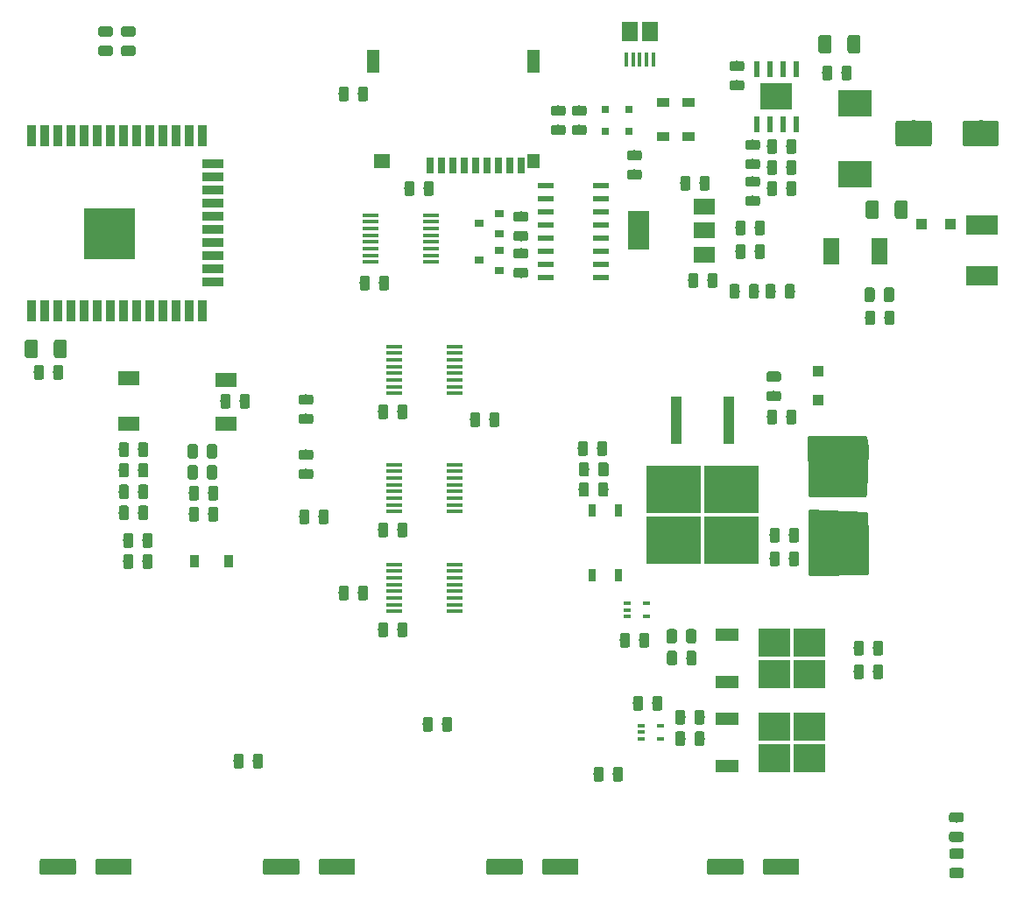
<source format=gtp>
G04 #@! TF.GenerationSoftware,KiCad,Pcbnew,5.0.2-bee76a0~70~ubuntu18.04.1*
G04 #@! TF.CreationDate,2019-07-02T21:44:17+09:00*
G04 #@! TF.ProjectId,MRR_ESPE,4d52525f-4553-4504-952e-6b696361645f,v0.3*
G04 #@! TF.SameCoordinates,Original*
G04 #@! TF.FileFunction,Paste,Top*
G04 #@! TF.FilePolarity,Positive*
%FSLAX46Y46*%
G04 Gerber Fmt 4.6, Leading zero omitted, Abs format (unit mm)*
G04 Created by KiCad (PCBNEW 5.0.2-bee76a0~70~ubuntu18.04.1) date Tue 02 Jul 2019 09:44:17 PM JST*
%MOMM*%
%LPD*%
G01*
G04 APERTURE LIST*
%ADD10R,2.100000X1.450000*%
%ADD11R,1.500000X1.900000*%
%ADD12R,0.400000X1.350000*%
%ADD13C,0.100000*%
%ADD14C,0.975000*%
%ADD15C,2.500000*%
%ADD16C,1.250000*%
%ADD17C,1.600000*%
%ADD18R,5.250000X4.550000*%
%ADD19R,1.100000X4.600000*%
%ADD20R,3.050000X2.750000*%
%ADD21R,2.200000X1.200000*%
%ADD22R,0.900000X0.800000*%
%ADD23R,0.900000X2.000000*%
%ADD24R,2.000000X0.900000*%
%ADD25R,5.000000X5.000000*%
%ADD26R,0.600000X1.550000*%
%ADD27R,3.100000X2.600000*%
%ADD28R,1.500000X0.600000*%
%ADD29R,2.000000X1.500000*%
%ADD30R,2.000000X3.800000*%
%ADD31R,0.700000X1.600000*%
%ADD32R,1.200000X1.400000*%
%ADD33R,1.600000X1.400000*%
%ADD34R,1.200000X2.200000*%
%ADD35R,3.150000X1.960000*%
%ADD36R,1.500000X2.500000*%
%ADD37R,3.300000X2.500000*%
%ADD38R,0.900000X1.200000*%
%ADD39R,1.100000X1.100000*%
%ADD40R,0.800000X0.800000*%
%ADD41R,0.800000X1.200000*%
%ADD42R,0.650000X0.400000*%
%ADD43R,1.200000X0.900000*%
%ADD44R,5.650000X3.790000*%
%ADD45R,1.500000X0.450000*%
%ADD46C,0.254000*%
G04 APERTURE END LIST*
D10*
G04 #@! TO.C,SW1*
X64898000Y-72322000D03*
X55498000Y-72222000D03*
X55498000Y-76622000D03*
X64898000Y-76622000D03*
G04 #@! TD*
D11*
G04 #@! TO.C,J16*
X103902000Y-38640500D03*
D12*
X105552000Y-41340500D03*
X106202000Y-41340500D03*
X103602000Y-41340500D03*
X104252000Y-41340500D03*
X104902000Y-41340500D03*
D11*
X105902000Y-38640500D03*
G04 #@! TD*
D13*
G04 #@! TO.C,C1*
G36*
X55718142Y-87185174D02*
X55741803Y-87188684D01*
X55765007Y-87194496D01*
X55787529Y-87202554D01*
X55809153Y-87212782D01*
X55829670Y-87225079D01*
X55848883Y-87239329D01*
X55866607Y-87255393D01*
X55882671Y-87273117D01*
X55896921Y-87292330D01*
X55909218Y-87312847D01*
X55919446Y-87334471D01*
X55927504Y-87356993D01*
X55933316Y-87380197D01*
X55936826Y-87403858D01*
X55938000Y-87427750D01*
X55938000Y-88340250D01*
X55936826Y-88364142D01*
X55933316Y-88387803D01*
X55927504Y-88411007D01*
X55919446Y-88433529D01*
X55909218Y-88455153D01*
X55896921Y-88475670D01*
X55882671Y-88494883D01*
X55866607Y-88512607D01*
X55848883Y-88528671D01*
X55829670Y-88542921D01*
X55809153Y-88555218D01*
X55787529Y-88565446D01*
X55765007Y-88573504D01*
X55741803Y-88579316D01*
X55718142Y-88582826D01*
X55694250Y-88584000D01*
X55206750Y-88584000D01*
X55182858Y-88582826D01*
X55159197Y-88579316D01*
X55135993Y-88573504D01*
X55113471Y-88565446D01*
X55091847Y-88555218D01*
X55071330Y-88542921D01*
X55052117Y-88528671D01*
X55034393Y-88512607D01*
X55018329Y-88494883D01*
X55004079Y-88475670D01*
X54991782Y-88455153D01*
X54981554Y-88433529D01*
X54973496Y-88411007D01*
X54967684Y-88387803D01*
X54964174Y-88364142D01*
X54963000Y-88340250D01*
X54963000Y-87427750D01*
X54964174Y-87403858D01*
X54967684Y-87380197D01*
X54973496Y-87356993D01*
X54981554Y-87334471D01*
X54991782Y-87312847D01*
X55004079Y-87292330D01*
X55018329Y-87273117D01*
X55034393Y-87255393D01*
X55052117Y-87239329D01*
X55071330Y-87225079D01*
X55091847Y-87212782D01*
X55113471Y-87202554D01*
X55135993Y-87194496D01*
X55159197Y-87188684D01*
X55182858Y-87185174D01*
X55206750Y-87184000D01*
X55694250Y-87184000D01*
X55718142Y-87185174D01*
X55718142Y-87185174D01*
G37*
D14*
X55450500Y-87884000D03*
D13*
G36*
X57593142Y-87185174D02*
X57616803Y-87188684D01*
X57640007Y-87194496D01*
X57662529Y-87202554D01*
X57684153Y-87212782D01*
X57704670Y-87225079D01*
X57723883Y-87239329D01*
X57741607Y-87255393D01*
X57757671Y-87273117D01*
X57771921Y-87292330D01*
X57784218Y-87312847D01*
X57794446Y-87334471D01*
X57802504Y-87356993D01*
X57808316Y-87380197D01*
X57811826Y-87403858D01*
X57813000Y-87427750D01*
X57813000Y-88340250D01*
X57811826Y-88364142D01*
X57808316Y-88387803D01*
X57802504Y-88411007D01*
X57794446Y-88433529D01*
X57784218Y-88455153D01*
X57771921Y-88475670D01*
X57757671Y-88494883D01*
X57741607Y-88512607D01*
X57723883Y-88528671D01*
X57704670Y-88542921D01*
X57684153Y-88555218D01*
X57662529Y-88565446D01*
X57640007Y-88573504D01*
X57616803Y-88579316D01*
X57593142Y-88582826D01*
X57569250Y-88584000D01*
X57081750Y-88584000D01*
X57057858Y-88582826D01*
X57034197Y-88579316D01*
X57010993Y-88573504D01*
X56988471Y-88565446D01*
X56966847Y-88555218D01*
X56946330Y-88542921D01*
X56927117Y-88528671D01*
X56909393Y-88512607D01*
X56893329Y-88494883D01*
X56879079Y-88475670D01*
X56866782Y-88455153D01*
X56856554Y-88433529D01*
X56848496Y-88411007D01*
X56842684Y-88387803D01*
X56839174Y-88364142D01*
X56838000Y-88340250D01*
X56838000Y-87427750D01*
X56839174Y-87403858D01*
X56842684Y-87380197D01*
X56848496Y-87356993D01*
X56856554Y-87334471D01*
X56866782Y-87312847D01*
X56879079Y-87292330D01*
X56893329Y-87273117D01*
X56909393Y-87255393D01*
X56927117Y-87239329D01*
X56946330Y-87225079D01*
X56966847Y-87212782D01*
X56988471Y-87202554D01*
X57010993Y-87194496D01*
X57034197Y-87188684D01*
X57057858Y-87185174D01*
X57081750Y-87184000D01*
X57569250Y-87184000D01*
X57593142Y-87185174D01*
X57593142Y-87185174D01*
G37*
D14*
X57325500Y-87884000D03*
G04 #@! TD*
D13*
G04 #@! TO.C,C2*
G36*
X62068142Y-82613174D02*
X62091803Y-82616684D01*
X62115007Y-82622496D01*
X62137529Y-82630554D01*
X62159153Y-82640782D01*
X62179670Y-82653079D01*
X62198883Y-82667329D01*
X62216607Y-82683393D01*
X62232671Y-82701117D01*
X62246921Y-82720330D01*
X62259218Y-82740847D01*
X62269446Y-82762471D01*
X62277504Y-82784993D01*
X62283316Y-82808197D01*
X62286826Y-82831858D01*
X62288000Y-82855750D01*
X62288000Y-83768250D01*
X62286826Y-83792142D01*
X62283316Y-83815803D01*
X62277504Y-83839007D01*
X62269446Y-83861529D01*
X62259218Y-83883153D01*
X62246921Y-83903670D01*
X62232671Y-83922883D01*
X62216607Y-83940607D01*
X62198883Y-83956671D01*
X62179670Y-83970921D01*
X62159153Y-83983218D01*
X62137529Y-83993446D01*
X62115007Y-84001504D01*
X62091803Y-84007316D01*
X62068142Y-84010826D01*
X62044250Y-84012000D01*
X61556750Y-84012000D01*
X61532858Y-84010826D01*
X61509197Y-84007316D01*
X61485993Y-84001504D01*
X61463471Y-83993446D01*
X61441847Y-83983218D01*
X61421330Y-83970921D01*
X61402117Y-83956671D01*
X61384393Y-83940607D01*
X61368329Y-83922883D01*
X61354079Y-83903670D01*
X61341782Y-83883153D01*
X61331554Y-83861529D01*
X61323496Y-83839007D01*
X61317684Y-83815803D01*
X61314174Y-83792142D01*
X61313000Y-83768250D01*
X61313000Y-82855750D01*
X61314174Y-82831858D01*
X61317684Y-82808197D01*
X61323496Y-82784993D01*
X61331554Y-82762471D01*
X61341782Y-82740847D01*
X61354079Y-82720330D01*
X61368329Y-82701117D01*
X61384393Y-82683393D01*
X61402117Y-82667329D01*
X61421330Y-82653079D01*
X61441847Y-82640782D01*
X61463471Y-82630554D01*
X61485993Y-82622496D01*
X61509197Y-82616684D01*
X61532858Y-82613174D01*
X61556750Y-82612000D01*
X62044250Y-82612000D01*
X62068142Y-82613174D01*
X62068142Y-82613174D01*
G37*
D14*
X61800500Y-83312000D03*
D13*
G36*
X63943142Y-82613174D02*
X63966803Y-82616684D01*
X63990007Y-82622496D01*
X64012529Y-82630554D01*
X64034153Y-82640782D01*
X64054670Y-82653079D01*
X64073883Y-82667329D01*
X64091607Y-82683393D01*
X64107671Y-82701117D01*
X64121921Y-82720330D01*
X64134218Y-82740847D01*
X64144446Y-82762471D01*
X64152504Y-82784993D01*
X64158316Y-82808197D01*
X64161826Y-82831858D01*
X64163000Y-82855750D01*
X64163000Y-83768250D01*
X64161826Y-83792142D01*
X64158316Y-83815803D01*
X64152504Y-83839007D01*
X64144446Y-83861529D01*
X64134218Y-83883153D01*
X64121921Y-83903670D01*
X64107671Y-83922883D01*
X64091607Y-83940607D01*
X64073883Y-83956671D01*
X64054670Y-83970921D01*
X64034153Y-83983218D01*
X64012529Y-83993446D01*
X63990007Y-84001504D01*
X63966803Y-84007316D01*
X63943142Y-84010826D01*
X63919250Y-84012000D01*
X63431750Y-84012000D01*
X63407858Y-84010826D01*
X63384197Y-84007316D01*
X63360993Y-84001504D01*
X63338471Y-83993446D01*
X63316847Y-83983218D01*
X63296330Y-83970921D01*
X63277117Y-83956671D01*
X63259393Y-83940607D01*
X63243329Y-83922883D01*
X63229079Y-83903670D01*
X63216782Y-83883153D01*
X63206554Y-83861529D01*
X63198496Y-83839007D01*
X63192684Y-83815803D01*
X63189174Y-83792142D01*
X63188000Y-83768250D01*
X63188000Y-82855750D01*
X63189174Y-82831858D01*
X63192684Y-82808197D01*
X63198496Y-82784993D01*
X63206554Y-82762471D01*
X63216782Y-82740847D01*
X63229079Y-82720330D01*
X63243329Y-82701117D01*
X63259393Y-82683393D01*
X63277117Y-82667329D01*
X63296330Y-82653079D01*
X63316847Y-82640782D01*
X63338471Y-82630554D01*
X63360993Y-82622496D01*
X63384197Y-82616684D01*
X63407858Y-82613174D01*
X63431750Y-82612000D01*
X63919250Y-82612000D01*
X63943142Y-82613174D01*
X63943142Y-82613174D01*
G37*
D14*
X63675500Y-83312000D03*
G04 #@! TD*
D13*
G04 #@! TO.C,C3*
G36*
X61965291Y-78549174D02*
X61988952Y-78552684D01*
X62012156Y-78558496D01*
X62034678Y-78566554D01*
X62056302Y-78576782D01*
X62076819Y-78589079D01*
X62096032Y-78603329D01*
X62113756Y-78619393D01*
X62129820Y-78637117D01*
X62144070Y-78656330D01*
X62156367Y-78676847D01*
X62166595Y-78698471D01*
X62174653Y-78720993D01*
X62180465Y-78744197D01*
X62183975Y-78767858D01*
X62185149Y-78791750D01*
X62185149Y-79704250D01*
X62183975Y-79728142D01*
X62180465Y-79751803D01*
X62174653Y-79775007D01*
X62166595Y-79797529D01*
X62156367Y-79819153D01*
X62144070Y-79839670D01*
X62129820Y-79858883D01*
X62113756Y-79876607D01*
X62096032Y-79892671D01*
X62076819Y-79906921D01*
X62056302Y-79919218D01*
X62034678Y-79929446D01*
X62012156Y-79937504D01*
X61988952Y-79943316D01*
X61965291Y-79946826D01*
X61941399Y-79948000D01*
X61453899Y-79948000D01*
X61430007Y-79946826D01*
X61406346Y-79943316D01*
X61383142Y-79937504D01*
X61360620Y-79929446D01*
X61338996Y-79919218D01*
X61318479Y-79906921D01*
X61299266Y-79892671D01*
X61281542Y-79876607D01*
X61265478Y-79858883D01*
X61251228Y-79839670D01*
X61238931Y-79819153D01*
X61228703Y-79797529D01*
X61220645Y-79775007D01*
X61214833Y-79751803D01*
X61211323Y-79728142D01*
X61210149Y-79704250D01*
X61210149Y-78791750D01*
X61211323Y-78767858D01*
X61214833Y-78744197D01*
X61220645Y-78720993D01*
X61228703Y-78698471D01*
X61238931Y-78676847D01*
X61251228Y-78656330D01*
X61265478Y-78637117D01*
X61281542Y-78619393D01*
X61299266Y-78603329D01*
X61318479Y-78589079D01*
X61338996Y-78576782D01*
X61360620Y-78566554D01*
X61383142Y-78558496D01*
X61406346Y-78552684D01*
X61430007Y-78549174D01*
X61453899Y-78548000D01*
X61941399Y-78548000D01*
X61965291Y-78549174D01*
X61965291Y-78549174D01*
G37*
D14*
X61697649Y-79248000D03*
D13*
G36*
X63840291Y-78549174D02*
X63863952Y-78552684D01*
X63887156Y-78558496D01*
X63909678Y-78566554D01*
X63931302Y-78576782D01*
X63951819Y-78589079D01*
X63971032Y-78603329D01*
X63988756Y-78619393D01*
X64004820Y-78637117D01*
X64019070Y-78656330D01*
X64031367Y-78676847D01*
X64041595Y-78698471D01*
X64049653Y-78720993D01*
X64055465Y-78744197D01*
X64058975Y-78767858D01*
X64060149Y-78791750D01*
X64060149Y-79704250D01*
X64058975Y-79728142D01*
X64055465Y-79751803D01*
X64049653Y-79775007D01*
X64041595Y-79797529D01*
X64031367Y-79819153D01*
X64019070Y-79839670D01*
X64004820Y-79858883D01*
X63988756Y-79876607D01*
X63971032Y-79892671D01*
X63951819Y-79906921D01*
X63931302Y-79919218D01*
X63909678Y-79929446D01*
X63887156Y-79937504D01*
X63863952Y-79943316D01*
X63840291Y-79946826D01*
X63816399Y-79948000D01*
X63328899Y-79948000D01*
X63305007Y-79946826D01*
X63281346Y-79943316D01*
X63258142Y-79937504D01*
X63235620Y-79929446D01*
X63213996Y-79919218D01*
X63193479Y-79906921D01*
X63174266Y-79892671D01*
X63156542Y-79876607D01*
X63140478Y-79858883D01*
X63126228Y-79839670D01*
X63113931Y-79819153D01*
X63103703Y-79797529D01*
X63095645Y-79775007D01*
X63089833Y-79751803D01*
X63086323Y-79728142D01*
X63085149Y-79704250D01*
X63085149Y-78791750D01*
X63086323Y-78767858D01*
X63089833Y-78744197D01*
X63095645Y-78720993D01*
X63103703Y-78698471D01*
X63113931Y-78676847D01*
X63126228Y-78656330D01*
X63140478Y-78637117D01*
X63156542Y-78619393D01*
X63174266Y-78603329D01*
X63193479Y-78589079D01*
X63213996Y-78576782D01*
X63235620Y-78566554D01*
X63258142Y-78558496D01*
X63281346Y-78552684D01*
X63305007Y-78549174D01*
X63328899Y-78548000D01*
X63816399Y-78548000D01*
X63840291Y-78549174D01*
X63840291Y-78549174D01*
G37*
D14*
X63572649Y-79248000D03*
G04 #@! TD*
D13*
G04 #@! TO.C,C4*
G36*
X139394504Y-47265204D02*
X139418773Y-47268804D01*
X139442571Y-47274765D01*
X139465671Y-47283030D01*
X139487849Y-47293520D01*
X139508893Y-47306133D01*
X139528598Y-47320747D01*
X139546777Y-47337223D01*
X139563253Y-47355402D01*
X139577867Y-47375107D01*
X139590480Y-47396151D01*
X139600970Y-47418329D01*
X139609235Y-47441429D01*
X139615196Y-47465227D01*
X139618796Y-47489496D01*
X139620000Y-47514000D01*
X139620000Y-49514000D01*
X139618796Y-49538504D01*
X139615196Y-49562773D01*
X139609235Y-49586571D01*
X139600970Y-49609671D01*
X139590480Y-49631849D01*
X139577867Y-49652893D01*
X139563253Y-49672598D01*
X139546777Y-49690777D01*
X139528598Y-49707253D01*
X139508893Y-49721867D01*
X139487849Y-49734480D01*
X139465671Y-49744970D01*
X139442571Y-49753235D01*
X139418773Y-49759196D01*
X139394504Y-49762796D01*
X139370000Y-49764000D01*
X136370000Y-49764000D01*
X136345496Y-49762796D01*
X136321227Y-49759196D01*
X136297429Y-49753235D01*
X136274329Y-49744970D01*
X136252151Y-49734480D01*
X136231107Y-49721867D01*
X136211402Y-49707253D01*
X136193223Y-49690777D01*
X136176747Y-49672598D01*
X136162133Y-49652893D01*
X136149520Y-49631849D01*
X136139030Y-49609671D01*
X136130765Y-49586571D01*
X136124804Y-49562773D01*
X136121204Y-49538504D01*
X136120000Y-49514000D01*
X136120000Y-47514000D01*
X136121204Y-47489496D01*
X136124804Y-47465227D01*
X136130765Y-47441429D01*
X136139030Y-47418329D01*
X136149520Y-47396151D01*
X136162133Y-47375107D01*
X136176747Y-47355402D01*
X136193223Y-47337223D01*
X136211402Y-47320747D01*
X136231107Y-47306133D01*
X136252151Y-47293520D01*
X136274329Y-47283030D01*
X136297429Y-47274765D01*
X136321227Y-47268804D01*
X136345496Y-47265204D01*
X136370000Y-47264000D01*
X139370000Y-47264000D01*
X139394504Y-47265204D01*
X139394504Y-47265204D01*
G37*
D15*
X137870000Y-48514000D03*
D13*
G36*
X132894504Y-47265204D02*
X132918773Y-47268804D01*
X132942571Y-47274765D01*
X132965671Y-47283030D01*
X132987849Y-47293520D01*
X133008893Y-47306133D01*
X133028598Y-47320747D01*
X133046777Y-47337223D01*
X133063253Y-47355402D01*
X133077867Y-47375107D01*
X133090480Y-47396151D01*
X133100970Y-47418329D01*
X133109235Y-47441429D01*
X133115196Y-47465227D01*
X133118796Y-47489496D01*
X133120000Y-47514000D01*
X133120000Y-49514000D01*
X133118796Y-49538504D01*
X133115196Y-49562773D01*
X133109235Y-49586571D01*
X133100970Y-49609671D01*
X133090480Y-49631849D01*
X133077867Y-49652893D01*
X133063253Y-49672598D01*
X133046777Y-49690777D01*
X133028598Y-49707253D01*
X133008893Y-49721867D01*
X132987849Y-49734480D01*
X132965671Y-49744970D01*
X132942571Y-49753235D01*
X132918773Y-49759196D01*
X132894504Y-49762796D01*
X132870000Y-49764000D01*
X129870000Y-49764000D01*
X129845496Y-49762796D01*
X129821227Y-49759196D01*
X129797429Y-49753235D01*
X129774329Y-49744970D01*
X129752151Y-49734480D01*
X129731107Y-49721867D01*
X129711402Y-49707253D01*
X129693223Y-49690777D01*
X129676747Y-49672598D01*
X129662133Y-49652893D01*
X129649520Y-49631849D01*
X129639030Y-49609671D01*
X129630765Y-49586571D01*
X129624804Y-49562773D01*
X129621204Y-49538504D01*
X129620000Y-49514000D01*
X129620000Y-47514000D01*
X129621204Y-47489496D01*
X129624804Y-47465227D01*
X129630765Y-47441429D01*
X129639030Y-47418329D01*
X129649520Y-47396151D01*
X129662133Y-47375107D01*
X129676747Y-47355402D01*
X129693223Y-47337223D01*
X129711402Y-47320747D01*
X129731107Y-47306133D01*
X129752151Y-47293520D01*
X129774329Y-47283030D01*
X129797429Y-47274765D01*
X129821227Y-47268804D01*
X129845496Y-47265204D01*
X129870000Y-47264000D01*
X132870000Y-47264000D01*
X132894504Y-47265204D01*
X132894504Y-47265204D01*
G37*
D15*
X131370000Y-48514000D03*
G04 #@! TD*
D13*
G04 #@! TO.C,C5*
G36*
X57174142Y-80386174D02*
X57197803Y-80389684D01*
X57221007Y-80395496D01*
X57243529Y-80403554D01*
X57265153Y-80413782D01*
X57285670Y-80426079D01*
X57304883Y-80440329D01*
X57322607Y-80456393D01*
X57338671Y-80474117D01*
X57352921Y-80493330D01*
X57365218Y-80513847D01*
X57375446Y-80535471D01*
X57383504Y-80557993D01*
X57389316Y-80581197D01*
X57392826Y-80604858D01*
X57394000Y-80628750D01*
X57394000Y-81541250D01*
X57392826Y-81565142D01*
X57389316Y-81588803D01*
X57383504Y-81612007D01*
X57375446Y-81634529D01*
X57365218Y-81656153D01*
X57352921Y-81676670D01*
X57338671Y-81695883D01*
X57322607Y-81713607D01*
X57304883Y-81729671D01*
X57285670Y-81743921D01*
X57265153Y-81756218D01*
X57243529Y-81766446D01*
X57221007Y-81774504D01*
X57197803Y-81780316D01*
X57174142Y-81783826D01*
X57150250Y-81785000D01*
X56662750Y-81785000D01*
X56638858Y-81783826D01*
X56615197Y-81780316D01*
X56591993Y-81774504D01*
X56569471Y-81766446D01*
X56547847Y-81756218D01*
X56527330Y-81743921D01*
X56508117Y-81729671D01*
X56490393Y-81713607D01*
X56474329Y-81695883D01*
X56460079Y-81676670D01*
X56447782Y-81656153D01*
X56437554Y-81634529D01*
X56429496Y-81612007D01*
X56423684Y-81588803D01*
X56420174Y-81565142D01*
X56419000Y-81541250D01*
X56419000Y-80628750D01*
X56420174Y-80604858D01*
X56423684Y-80581197D01*
X56429496Y-80557993D01*
X56437554Y-80535471D01*
X56447782Y-80513847D01*
X56460079Y-80493330D01*
X56474329Y-80474117D01*
X56490393Y-80456393D01*
X56508117Y-80440329D01*
X56527330Y-80426079D01*
X56547847Y-80413782D01*
X56569471Y-80403554D01*
X56591993Y-80395496D01*
X56615197Y-80389684D01*
X56638858Y-80386174D01*
X56662750Y-80385000D01*
X57150250Y-80385000D01*
X57174142Y-80386174D01*
X57174142Y-80386174D01*
G37*
D14*
X56906500Y-81085000D03*
D13*
G36*
X55299142Y-80386174D02*
X55322803Y-80389684D01*
X55346007Y-80395496D01*
X55368529Y-80403554D01*
X55390153Y-80413782D01*
X55410670Y-80426079D01*
X55429883Y-80440329D01*
X55447607Y-80456393D01*
X55463671Y-80474117D01*
X55477921Y-80493330D01*
X55490218Y-80513847D01*
X55500446Y-80535471D01*
X55508504Y-80557993D01*
X55514316Y-80581197D01*
X55517826Y-80604858D01*
X55519000Y-80628750D01*
X55519000Y-81541250D01*
X55517826Y-81565142D01*
X55514316Y-81588803D01*
X55508504Y-81612007D01*
X55500446Y-81634529D01*
X55490218Y-81656153D01*
X55477921Y-81676670D01*
X55463671Y-81695883D01*
X55447607Y-81713607D01*
X55429883Y-81729671D01*
X55410670Y-81743921D01*
X55390153Y-81756218D01*
X55368529Y-81766446D01*
X55346007Y-81774504D01*
X55322803Y-81780316D01*
X55299142Y-81783826D01*
X55275250Y-81785000D01*
X54787750Y-81785000D01*
X54763858Y-81783826D01*
X54740197Y-81780316D01*
X54716993Y-81774504D01*
X54694471Y-81766446D01*
X54672847Y-81756218D01*
X54652330Y-81743921D01*
X54633117Y-81729671D01*
X54615393Y-81713607D01*
X54599329Y-81695883D01*
X54585079Y-81676670D01*
X54572782Y-81656153D01*
X54562554Y-81634529D01*
X54554496Y-81612007D01*
X54548684Y-81588803D01*
X54545174Y-81565142D01*
X54544000Y-81541250D01*
X54544000Y-80628750D01*
X54545174Y-80604858D01*
X54548684Y-80581197D01*
X54554496Y-80557993D01*
X54562554Y-80535471D01*
X54572782Y-80513847D01*
X54585079Y-80493330D01*
X54599329Y-80474117D01*
X54615393Y-80456393D01*
X54633117Y-80440329D01*
X54652330Y-80426079D01*
X54672847Y-80413782D01*
X54694471Y-80403554D01*
X54716993Y-80395496D01*
X54740197Y-80389684D01*
X54763858Y-80386174D01*
X54787750Y-80385000D01*
X55275250Y-80385000D01*
X55299142Y-80386174D01*
X55299142Y-80386174D01*
G37*
D14*
X55031500Y-81085000D03*
G04 #@! TD*
D13*
G04 #@! TO.C,C6*
G36*
X57174142Y-84489174D02*
X57197803Y-84492684D01*
X57221007Y-84498496D01*
X57243529Y-84506554D01*
X57265153Y-84516782D01*
X57285670Y-84529079D01*
X57304883Y-84543329D01*
X57322607Y-84559393D01*
X57338671Y-84577117D01*
X57352921Y-84596330D01*
X57365218Y-84616847D01*
X57375446Y-84638471D01*
X57383504Y-84660993D01*
X57389316Y-84684197D01*
X57392826Y-84707858D01*
X57394000Y-84731750D01*
X57394000Y-85644250D01*
X57392826Y-85668142D01*
X57389316Y-85691803D01*
X57383504Y-85715007D01*
X57375446Y-85737529D01*
X57365218Y-85759153D01*
X57352921Y-85779670D01*
X57338671Y-85798883D01*
X57322607Y-85816607D01*
X57304883Y-85832671D01*
X57285670Y-85846921D01*
X57265153Y-85859218D01*
X57243529Y-85869446D01*
X57221007Y-85877504D01*
X57197803Y-85883316D01*
X57174142Y-85886826D01*
X57150250Y-85888000D01*
X56662750Y-85888000D01*
X56638858Y-85886826D01*
X56615197Y-85883316D01*
X56591993Y-85877504D01*
X56569471Y-85869446D01*
X56547847Y-85859218D01*
X56527330Y-85846921D01*
X56508117Y-85832671D01*
X56490393Y-85816607D01*
X56474329Y-85798883D01*
X56460079Y-85779670D01*
X56447782Y-85759153D01*
X56437554Y-85737529D01*
X56429496Y-85715007D01*
X56423684Y-85691803D01*
X56420174Y-85668142D01*
X56419000Y-85644250D01*
X56419000Y-84731750D01*
X56420174Y-84707858D01*
X56423684Y-84684197D01*
X56429496Y-84660993D01*
X56437554Y-84638471D01*
X56447782Y-84616847D01*
X56460079Y-84596330D01*
X56474329Y-84577117D01*
X56490393Y-84559393D01*
X56508117Y-84543329D01*
X56527330Y-84529079D01*
X56547847Y-84516782D01*
X56569471Y-84506554D01*
X56591993Y-84498496D01*
X56615197Y-84492684D01*
X56638858Y-84489174D01*
X56662750Y-84488000D01*
X57150250Y-84488000D01*
X57174142Y-84489174D01*
X57174142Y-84489174D01*
G37*
D14*
X56906500Y-85188000D03*
D13*
G36*
X55299142Y-84489174D02*
X55322803Y-84492684D01*
X55346007Y-84498496D01*
X55368529Y-84506554D01*
X55390153Y-84516782D01*
X55410670Y-84529079D01*
X55429883Y-84543329D01*
X55447607Y-84559393D01*
X55463671Y-84577117D01*
X55477921Y-84596330D01*
X55490218Y-84616847D01*
X55500446Y-84638471D01*
X55508504Y-84660993D01*
X55514316Y-84684197D01*
X55517826Y-84707858D01*
X55519000Y-84731750D01*
X55519000Y-85644250D01*
X55517826Y-85668142D01*
X55514316Y-85691803D01*
X55508504Y-85715007D01*
X55500446Y-85737529D01*
X55490218Y-85759153D01*
X55477921Y-85779670D01*
X55463671Y-85798883D01*
X55447607Y-85816607D01*
X55429883Y-85832671D01*
X55410670Y-85846921D01*
X55390153Y-85859218D01*
X55368529Y-85869446D01*
X55346007Y-85877504D01*
X55322803Y-85883316D01*
X55299142Y-85886826D01*
X55275250Y-85888000D01*
X54787750Y-85888000D01*
X54763858Y-85886826D01*
X54740197Y-85883316D01*
X54716993Y-85877504D01*
X54694471Y-85869446D01*
X54672847Y-85859218D01*
X54652330Y-85846921D01*
X54633117Y-85832671D01*
X54615393Y-85816607D01*
X54599329Y-85798883D01*
X54585079Y-85779670D01*
X54572782Y-85759153D01*
X54562554Y-85737529D01*
X54554496Y-85715007D01*
X54548684Y-85691803D01*
X54545174Y-85668142D01*
X54544000Y-85644250D01*
X54544000Y-84731750D01*
X54545174Y-84707858D01*
X54548684Y-84684197D01*
X54554496Y-84660993D01*
X54562554Y-84638471D01*
X54572782Y-84616847D01*
X54585079Y-84596330D01*
X54599329Y-84577117D01*
X54615393Y-84559393D01*
X54633117Y-84543329D01*
X54652330Y-84529079D01*
X54672847Y-84516782D01*
X54694471Y-84506554D01*
X54716993Y-84498496D01*
X54740197Y-84492684D01*
X54763858Y-84489174D01*
X54787750Y-84488000D01*
X55275250Y-84488000D01*
X55299142Y-84489174D01*
X55299142Y-84489174D01*
G37*
D14*
X55031500Y-85188000D03*
G04 #@! TD*
D13*
G04 #@! TO.C,C7*
G36*
X123205504Y-39004204D02*
X123229773Y-39007804D01*
X123253571Y-39013765D01*
X123276671Y-39022030D01*
X123298849Y-39032520D01*
X123319893Y-39045133D01*
X123339598Y-39059747D01*
X123357777Y-39076223D01*
X123374253Y-39094402D01*
X123388867Y-39114107D01*
X123401480Y-39135151D01*
X123411970Y-39157329D01*
X123420235Y-39180429D01*
X123426196Y-39204227D01*
X123429796Y-39228496D01*
X123431000Y-39253000D01*
X123431000Y-40503000D01*
X123429796Y-40527504D01*
X123426196Y-40551773D01*
X123420235Y-40575571D01*
X123411970Y-40598671D01*
X123401480Y-40620849D01*
X123388867Y-40641893D01*
X123374253Y-40661598D01*
X123357777Y-40679777D01*
X123339598Y-40696253D01*
X123319893Y-40710867D01*
X123298849Y-40723480D01*
X123276671Y-40733970D01*
X123253571Y-40742235D01*
X123229773Y-40748196D01*
X123205504Y-40751796D01*
X123181000Y-40753000D01*
X122431000Y-40753000D01*
X122406496Y-40751796D01*
X122382227Y-40748196D01*
X122358429Y-40742235D01*
X122335329Y-40733970D01*
X122313151Y-40723480D01*
X122292107Y-40710867D01*
X122272402Y-40696253D01*
X122254223Y-40679777D01*
X122237747Y-40661598D01*
X122223133Y-40641893D01*
X122210520Y-40620849D01*
X122200030Y-40598671D01*
X122191765Y-40575571D01*
X122185804Y-40551773D01*
X122182204Y-40527504D01*
X122181000Y-40503000D01*
X122181000Y-39253000D01*
X122182204Y-39228496D01*
X122185804Y-39204227D01*
X122191765Y-39180429D01*
X122200030Y-39157329D01*
X122210520Y-39135151D01*
X122223133Y-39114107D01*
X122237747Y-39094402D01*
X122254223Y-39076223D01*
X122272402Y-39059747D01*
X122292107Y-39045133D01*
X122313151Y-39032520D01*
X122335329Y-39022030D01*
X122358429Y-39013765D01*
X122382227Y-39007804D01*
X122406496Y-39004204D01*
X122431000Y-39003000D01*
X123181000Y-39003000D01*
X123205504Y-39004204D01*
X123205504Y-39004204D01*
G37*
D16*
X122806000Y-39878000D03*
D13*
G36*
X126005504Y-39004204D02*
X126029773Y-39007804D01*
X126053571Y-39013765D01*
X126076671Y-39022030D01*
X126098849Y-39032520D01*
X126119893Y-39045133D01*
X126139598Y-39059747D01*
X126157777Y-39076223D01*
X126174253Y-39094402D01*
X126188867Y-39114107D01*
X126201480Y-39135151D01*
X126211970Y-39157329D01*
X126220235Y-39180429D01*
X126226196Y-39204227D01*
X126229796Y-39228496D01*
X126231000Y-39253000D01*
X126231000Y-40503000D01*
X126229796Y-40527504D01*
X126226196Y-40551773D01*
X126220235Y-40575571D01*
X126211970Y-40598671D01*
X126201480Y-40620849D01*
X126188867Y-40641893D01*
X126174253Y-40661598D01*
X126157777Y-40679777D01*
X126139598Y-40696253D01*
X126119893Y-40710867D01*
X126098849Y-40723480D01*
X126076671Y-40733970D01*
X126053571Y-40742235D01*
X126029773Y-40748196D01*
X126005504Y-40751796D01*
X125981000Y-40753000D01*
X125231000Y-40753000D01*
X125206496Y-40751796D01*
X125182227Y-40748196D01*
X125158429Y-40742235D01*
X125135329Y-40733970D01*
X125113151Y-40723480D01*
X125092107Y-40710867D01*
X125072402Y-40696253D01*
X125054223Y-40679777D01*
X125037747Y-40661598D01*
X125023133Y-40641893D01*
X125010520Y-40620849D01*
X125000030Y-40598671D01*
X124991765Y-40575571D01*
X124985804Y-40551773D01*
X124982204Y-40527504D01*
X124981000Y-40503000D01*
X124981000Y-39253000D01*
X124982204Y-39228496D01*
X124985804Y-39204227D01*
X124991765Y-39180429D01*
X125000030Y-39157329D01*
X125010520Y-39135151D01*
X125023133Y-39114107D01*
X125037747Y-39094402D01*
X125054223Y-39076223D01*
X125072402Y-39059747D01*
X125092107Y-39045133D01*
X125113151Y-39032520D01*
X125135329Y-39022030D01*
X125158429Y-39013765D01*
X125182227Y-39007804D01*
X125206496Y-39004204D01*
X125231000Y-39003000D01*
X125981000Y-39003000D01*
X126005504Y-39004204D01*
X126005504Y-39004204D01*
G37*
D16*
X125606000Y-39878000D03*
G04 #@! TD*
D13*
G04 #@! TO.C,C8*
G36*
X119823142Y-51117174D02*
X119846803Y-51120684D01*
X119870007Y-51126496D01*
X119892529Y-51134554D01*
X119914153Y-51144782D01*
X119934670Y-51157079D01*
X119953883Y-51171329D01*
X119971607Y-51187393D01*
X119987671Y-51205117D01*
X120001921Y-51224330D01*
X120014218Y-51244847D01*
X120024446Y-51266471D01*
X120032504Y-51288993D01*
X120038316Y-51312197D01*
X120041826Y-51335858D01*
X120043000Y-51359750D01*
X120043000Y-52272250D01*
X120041826Y-52296142D01*
X120038316Y-52319803D01*
X120032504Y-52343007D01*
X120024446Y-52365529D01*
X120014218Y-52387153D01*
X120001921Y-52407670D01*
X119987671Y-52426883D01*
X119971607Y-52444607D01*
X119953883Y-52460671D01*
X119934670Y-52474921D01*
X119914153Y-52487218D01*
X119892529Y-52497446D01*
X119870007Y-52505504D01*
X119846803Y-52511316D01*
X119823142Y-52514826D01*
X119799250Y-52516000D01*
X119311750Y-52516000D01*
X119287858Y-52514826D01*
X119264197Y-52511316D01*
X119240993Y-52505504D01*
X119218471Y-52497446D01*
X119196847Y-52487218D01*
X119176330Y-52474921D01*
X119157117Y-52460671D01*
X119139393Y-52444607D01*
X119123329Y-52426883D01*
X119109079Y-52407670D01*
X119096782Y-52387153D01*
X119086554Y-52365529D01*
X119078496Y-52343007D01*
X119072684Y-52319803D01*
X119069174Y-52296142D01*
X119068000Y-52272250D01*
X119068000Y-51359750D01*
X119069174Y-51335858D01*
X119072684Y-51312197D01*
X119078496Y-51288993D01*
X119086554Y-51266471D01*
X119096782Y-51244847D01*
X119109079Y-51224330D01*
X119123329Y-51205117D01*
X119139393Y-51187393D01*
X119157117Y-51171329D01*
X119176330Y-51157079D01*
X119196847Y-51144782D01*
X119218471Y-51134554D01*
X119240993Y-51126496D01*
X119264197Y-51120684D01*
X119287858Y-51117174D01*
X119311750Y-51116000D01*
X119799250Y-51116000D01*
X119823142Y-51117174D01*
X119823142Y-51117174D01*
G37*
D14*
X119555500Y-51816000D03*
D13*
G36*
X117948142Y-51117174D02*
X117971803Y-51120684D01*
X117995007Y-51126496D01*
X118017529Y-51134554D01*
X118039153Y-51144782D01*
X118059670Y-51157079D01*
X118078883Y-51171329D01*
X118096607Y-51187393D01*
X118112671Y-51205117D01*
X118126921Y-51224330D01*
X118139218Y-51244847D01*
X118149446Y-51266471D01*
X118157504Y-51288993D01*
X118163316Y-51312197D01*
X118166826Y-51335858D01*
X118168000Y-51359750D01*
X118168000Y-52272250D01*
X118166826Y-52296142D01*
X118163316Y-52319803D01*
X118157504Y-52343007D01*
X118149446Y-52365529D01*
X118139218Y-52387153D01*
X118126921Y-52407670D01*
X118112671Y-52426883D01*
X118096607Y-52444607D01*
X118078883Y-52460671D01*
X118059670Y-52474921D01*
X118039153Y-52487218D01*
X118017529Y-52497446D01*
X117995007Y-52505504D01*
X117971803Y-52511316D01*
X117948142Y-52514826D01*
X117924250Y-52516000D01*
X117436750Y-52516000D01*
X117412858Y-52514826D01*
X117389197Y-52511316D01*
X117365993Y-52505504D01*
X117343471Y-52497446D01*
X117321847Y-52487218D01*
X117301330Y-52474921D01*
X117282117Y-52460671D01*
X117264393Y-52444607D01*
X117248329Y-52426883D01*
X117234079Y-52407670D01*
X117221782Y-52387153D01*
X117211554Y-52365529D01*
X117203496Y-52343007D01*
X117197684Y-52319803D01*
X117194174Y-52296142D01*
X117193000Y-52272250D01*
X117193000Y-51359750D01*
X117194174Y-51335858D01*
X117197684Y-51312197D01*
X117203496Y-51288993D01*
X117211554Y-51266471D01*
X117221782Y-51244847D01*
X117234079Y-51224330D01*
X117248329Y-51205117D01*
X117264393Y-51187393D01*
X117282117Y-51171329D01*
X117301330Y-51157079D01*
X117321847Y-51144782D01*
X117343471Y-51134554D01*
X117365993Y-51126496D01*
X117389197Y-51120684D01*
X117412858Y-51117174D01*
X117436750Y-51116000D01*
X117924250Y-51116000D01*
X117948142Y-51117174D01*
X117948142Y-51117174D01*
G37*
D14*
X117680500Y-51816000D03*
G04 #@! TD*
D13*
G04 #@! TO.C,C9*
G36*
X119823142Y-49085174D02*
X119846803Y-49088684D01*
X119870007Y-49094496D01*
X119892529Y-49102554D01*
X119914153Y-49112782D01*
X119934670Y-49125079D01*
X119953883Y-49139329D01*
X119971607Y-49155393D01*
X119987671Y-49173117D01*
X120001921Y-49192330D01*
X120014218Y-49212847D01*
X120024446Y-49234471D01*
X120032504Y-49256993D01*
X120038316Y-49280197D01*
X120041826Y-49303858D01*
X120043000Y-49327750D01*
X120043000Y-50240250D01*
X120041826Y-50264142D01*
X120038316Y-50287803D01*
X120032504Y-50311007D01*
X120024446Y-50333529D01*
X120014218Y-50355153D01*
X120001921Y-50375670D01*
X119987671Y-50394883D01*
X119971607Y-50412607D01*
X119953883Y-50428671D01*
X119934670Y-50442921D01*
X119914153Y-50455218D01*
X119892529Y-50465446D01*
X119870007Y-50473504D01*
X119846803Y-50479316D01*
X119823142Y-50482826D01*
X119799250Y-50484000D01*
X119311750Y-50484000D01*
X119287858Y-50482826D01*
X119264197Y-50479316D01*
X119240993Y-50473504D01*
X119218471Y-50465446D01*
X119196847Y-50455218D01*
X119176330Y-50442921D01*
X119157117Y-50428671D01*
X119139393Y-50412607D01*
X119123329Y-50394883D01*
X119109079Y-50375670D01*
X119096782Y-50355153D01*
X119086554Y-50333529D01*
X119078496Y-50311007D01*
X119072684Y-50287803D01*
X119069174Y-50264142D01*
X119068000Y-50240250D01*
X119068000Y-49327750D01*
X119069174Y-49303858D01*
X119072684Y-49280197D01*
X119078496Y-49256993D01*
X119086554Y-49234471D01*
X119096782Y-49212847D01*
X119109079Y-49192330D01*
X119123329Y-49173117D01*
X119139393Y-49155393D01*
X119157117Y-49139329D01*
X119176330Y-49125079D01*
X119196847Y-49112782D01*
X119218471Y-49102554D01*
X119240993Y-49094496D01*
X119264197Y-49088684D01*
X119287858Y-49085174D01*
X119311750Y-49084000D01*
X119799250Y-49084000D01*
X119823142Y-49085174D01*
X119823142Y-49085174D01*
G37*
D14*
X119555500Y-49784000D03*
D13*
G36*
X117948142Y-49085174D02*
X117971803Y-49088684D01*
X117995007Y-49094496D01*
X118017529Y-49102554D01*
X118039153Y-49112782D01*
X118059670Y-49125079D01*
X118078883Y-49139329D01*
X118096607Y-49155393D01*
X118112671Y-49173117D01*
X118126921Y-49192330D01*
X118139218Y-49212847D01*
X118149446Y-49234471D01*
X118157504Y-49256993D01*
X118163316Y-49280197D01*
X118166826Y-49303858D01*
X118168000Y-49327750D01*
X118168000Y-50240250D01*
X118166826Y-50264142D01*
X118163316Y-50287803D01*
X118157504Y-50311007D01*
X118149446Y-50333529D01*
X118139218Y-50355153D01*
X118126921Y-50375670D01*
X118112671Y-50394883D01*
X118096607Y-50412607D01*
X118078883Y-50428671D01*
X118059670Y-50442921D01*
X118039153Y-50455218D01*
X118017529Y-50465446D01*
X117995007Y-50473504D01*
X117971803Y-50479316D01*
X117948142Y-50482826D01*
X117924250Y-50484000D01*
X117436750Y-50484000D01*
X117412858Y-50482826D01*
X117389197Y-50479316D01*
X117365993Y-50473504D01*
X117343471Y-50465446D01*
X117321847Y-50455218D01*
X117301330Y-50442921D01*
X117282117Y-50428671D01*
X117264393Y-50412607D01*
X117248329Y-50394883D01*
X117234079Y-50375670D01*
X117221782Y-50355153D01*
X117211554Y-50333529D01*
X117203496Y-50311007D01*
X117197684Y-50287803D01*
X117194174Y-50264142D01*
X117193000Y-50240250D01*
X117193000Y-49327750D01*
X117194174Y-49303858D01*
X117197684Y-49280197D01*
X117203496Y-49256993D01*
X117211554Y-49234471D01*
X117221782Y-49212847D01*
X117234079Y-49192330D01*
X117248329Y-49173117D01*
X117264393Y-49155393D01*
X117282117Y-49139329D01*
X117301330Y-49125079D01*
X117321847Y-49112782D01*
X117343471Y-49102554D01*
X117365993Y-49094496D01*
X117389197Y-49088684D01*
X117412858Y-49085174D01*
X117436750Y-49084000D01*
X117924250Y-49084000D01*
X117948142Y-49085174D01*
X117948142Y-49085174D01*
G37*
D14*
X117680500Y-49784000D03*
G04 #@! TD*
D13*
G04 #@! TO.C,C10*
G36*
X123282142Y-41973174D02*
X123305803Y-41976684D01*
X123329007Y-41982496D01*
X123351529Y-41990554D01*
X123373153Y-42000782D01*
X123393670Y-42013079D01*
X123412883Y-42027329D01*
X123430607Y-42043393D01*
X123446671Y-42061117D01*
X123460921Y-42080330D01*
X123473218Y-42100847D01*
X123483446Y-42122471D01*
X123491504Y-42144993D01*
X123497316Y-42168197D01*
X123500826Y-42191858D01*
X123502000Y-42215750D01*
X123502000Y-43128250D01*
X123500826Y-43152142D01*
X123497316Y-43175803D01*
X123491504Y-43199007D01*
X123483446Y-43221529D01*
X123473218Y-43243153D01*
X123460921Y-43263670D01*
X123446671Y-43282883D01*
X123430607Y-43300607D01*
X123412883Y-43316671D01*
X123393670Y-43330921D01*
X123373153Y-43343218D01*
X123351529Y-43353446D01*
X123329007Y-43361504D01*
X123305803Y-43367316D01*
X123282142Y-43370826D01*
X123258250Y-43372000D01*
X122770750Y-43372000D01*
X122746858Y-43370826D01*
X122723197Y-43367316D01*
X122699993Y-43361504D01*
X122677471Y-43353446D01*
X122655847Y-43343218D01*
X122635330Y-43330921D01*
X122616117Y-43316671D01*
X122598393Y-43300607D01*
X122582329Y-43282883D01*
X122568079Y-43263670D01*
X122555782Y-43243153D01*
X122545554Y-43221529D01*
X122537496Y-43199007D01*
X122531684Y-43175803D01*
X122528174Y-43152142D01*
X122527000Y-43128250D01*
X122527000Y-42215750D01*
X122528174Y-42191858D01*
X122531684Y-42168197D01*
X122537496Y-42144993D01*
X122545554Y-42122471D01*
X122555782Y-42100847D01*
X122568079Y-42080330D01*
X122582329Y-42061117D01*
X122598393Y-42043393D01*
X122616117Y-42027329D01*
X122635330Y-42013079D01*
X122655847Y-42000782D01*
X122677471Y-41990554D01*
X122699993Y-41982496D01*
X122723197Y-41976684D01*
X122746858Y-41973174D01*
X122770750Y-41972000D01*
X123258250Y-41972000D01*
X123282142Y-41973174D01*
X123282142Y-41973174D01*
G37*
D14*
X123014500Y-42672000D03*
D13*
G36*
X125157142Y-41973174D02*
X125180803Y-41976684D01*
X125204007Y-41982496D01*
X125226529Y-41990554D01*
X125248153Y-42000782D01*
X125268670Y-42013079D01*
X125287883Y-42027329D01*
X125305607Y-42043393D01*
X125321671Y-42061117D01*
X125335921Y-42080330D01*
X125348218Y-42100847D01*
X125358446Y-42122471D01*
X125366504Y-42144993D01*
X125372316Y-42168197D01*
X125375826Y-42191858D01*
X125377000Y-42215750D01*
X125377000Y-43128250D01*
X125375826Y-43152142D01*
X125372316Y-43175803D01*
X125366504Y-43199007D01*
X125358446Y-43221529D01*
X125348218Y-43243153D01*
X125335921Y-43263670D01*
X125321671Y-43282883D01*
X125305607Y-43300607D01*
X125287883Y-43316671D01*
X125268670Y-43330921D01*
X125248153Y-43343218D01*
X125226529Y-43353446D01*
X125204007Y-43361504D01*
X125180803Y-43367316D01*
X125157142Y-43370826D01*
X125133250Y-43372000D01*
X124645750Y-43372000D01*
X124621858Y-43370826D01*
X124598197Y-43367316D01*
X124574993Y-43361504D01*
X124552471Y-43353446D01*
X124530847Y-43343218D01*
X124510330Y-43330921D01*
X124491117Y-43316671D01*
X124473393Y-43300607D01*
X124457329Y-43282883D01*
X124443079Y-43263670D01*
X124430782Y-43243153D01*
X124420554Y-43221529D01*
X124412496Y-43199007D01*
X124406684Y-43175803D01*
X124403174Y-43152142D01*
X124402000Y-43128250D01*
X124402000Y-42215750D01*
X124403174Y-42191858D01*
X124406684Y-42168197D01*
X124412496Y-42144993D01*
X124420554Y-42122471D01*
X124430782Y-42100847D01*
X124443079Y-42080330D01*
X124457329Y-42061117D01*
X124473393Y-42043393D01*
X124491117Y-42027329D01*
X124510330Y-42013079D01*
X124530847Y-42000782D01*
X124552471Y-41990554D01*
X124574993Y-41982496D01*
X124598197Y-41976684D01*
X124621858Y-41973174D01*
X124645750Y-41972000D01*
X125133250Y-41972000D01*
X125157142Y-41973174D01*
X125157142Y-41973174D01*
G37*
D14*
X124889500Y-42672000D03*
G04 #@! TD*
D13*
G04 #@! TO.C,C11*
G36*
X104874142Y-52013174D02*
X104897803Y-52016684D01*
X104921007Y-52022496D01*
X104943529Y-52030554D01*
X104965153Y-52040782D01*
X104985670Y-52053079D01*
X105004883Y-52067329D01*
X105022607Y-52083393D01*
X105038671Y-52101117D01*
X105052921Y-52120330D01*
X105065218Y-52140847D01*
X105075446Y-52162471D01*
X105083504Y-52184993D01*
X105089316Y-52208197D01*
X105092826Y-52231858D01*
X105094000Y-52255750D01*
X105094000Y-52743250D01*
X105092826Y-52767142D01*
X105089316Y-52790803D01*
X105083504Y-52814007D01*
X105075446Y-52836529D01*
X105065218Y-52858153D01*
X105052921Y-52878670D01*
X105038671Y-52897883D01*
X105022607Y-52915607D01*
X105004883Y-52931671D01*
X104985670Y-52945921D01*
X104965153Y-52958218D01*
X104943529Y-52968446D01*
X104921007Y-52976504D01*
X104897803Y-52982316D01*
X104874142Y-52985826D01*
X104850250Y-52987000D01*
X103937750Y-52987000D01*
X103913858Y-52985826D01*
X103890197Y-52982316D01*
X103866993Y-52976504D01*
X103844471Y-52968446D01*
X103822847Y-52958218D01*
X103802330Y-52945921D01*
X103783117Y-52931671D01*
X103765393Y-52915607D01*
X103749329Y-52897883D01*
X103735079Y-52878670D01*
X103722782Y-52858153D01*
X103712554Y-52836529D01*
X103704496Y-52814007D01*
X103698684Y-52790803D01*
X103695174Y-52767142D01*
X103694000Y-52743250D01*
X103694000Y-52255750D01*
X103695174Y-52231858D01*
X103698684Y-52208197D01*
X103704496Y-52184993D01*
X103712554Y-52162471D01*
X103722782Y-52140847D01*
X103735079Y-52120330D01*
X103749329Y-52101117D01*
X103765393Y-52083393D01*
X103783117Y-52067329D01*
X103802330Y-52053079D01*
X103822847Y-52040782D01*
X103844471Y-52030554D01*
X103866993Y-52022496D01*
X103890197Y-52016684D01*
X103913858Y-52013174D01*
X103937750Y-52012000D01*
X104850250Y-52012000D01*
X104874142Y-52013174D01*
X104874142Y-52013174D01*
G37*
D14*
X104394000Y-52499500D03*
D13*
G36*
X104874142Y-50138174D02*
X104897803Y-50141684D01*
X104921007Y-50147496D01*
X104943529Y-50155554D01*
X104965153Y-50165782D01*
X104985670Y-50178079D01*
X105004883Y-50192329D01*
X105022607Y-50208393D01*
X105038671Y-50226117D01*
X105052921Y-50245330D01*
X105065218Y-50265847D01*
X105075446Y-50287471D01*
X105083504Y-50309993D01*
X105089316Y-50333197D01*
X105092826Y-50356858D01*
X105094000Y-50380750D01*
X105094000Y-50868250D01*
X105092826Y-50892142D01*
X105089316Y-50915803D01*
X105083504Y-50939007D01*
X105075446Y-50961529D01*
X105065218Y-50983153D01*
X105052921Y-51003670D01*
X105038671Y-51022883D01*
X105022607Y-51040607D01*
X105004883Y-51056671D01*
X104985670Y-51070921D01*
X104965153Y-51083218D01*
X104943529Y-51093446D01*
X104921007Y-51101504D01*
X104897803Y-51107316D01*
X104874142Y-51110826D01*
X104850250Y-51112000D01*
X103937750Y-51112000D01*
X103913858Y-51110826D01*
X103890197Y-51107316D01*
X103866993Y-51101504D01*
X103844471Y-51093446D01*
X103822847Y-51083218D01*
X103802330Y-51070921D01*
X103783117Y-51056671D01*
X103765393Y-51040607D01*
X103749329Y-51022883D01*
X103735079Y-51003670D01*
X103722782Y-50983153D01*
X103712554Y-50961529D01*
X103704496Y-50939007D01*
X103698684Y-50915803D01*
X103695174Y-50892142D01*
X103694000Y-50868250D01*
X103694000Y-50380750D01*
X103695174Y-50356858D01*
X103698684Y-50333197D01*
X103704496Y-50309993D01*
X103712554Y-50287471D01*
X103722782Y-50265847D01*
X103735079Y-50245330D01*
X103749329Y-50226117D01*
X103765393Y-50208393D01*
X103783117Y-50192329D01*
X103802330Y-50178079D01*
X103822847Y-50165782D01*
X103844471Y-50155554D01*
X103866993Y-50147496D01*
X103890197Y-50141684D01*
X103913858Y-50138174D01*
X103937750Y-50137000D01*
X104850250Y-50137000D01*
X104874142Y-50138174D01*
X104874142Y-50138174D01*
G37*
D14*
X104394000Y-50624500D03*
G04 #@! TD*
D13*
G04 #@! TO.C,C12*
G36*
X130577504Y-55006204D02*
X130601773Y-55009804D01*
X130625571Y-55015765D01*
X130648671Y-55024030D01*
X130670849Y-55034520D01*
X130691893Y-55047133D01*
X130711598Y-55061747D01*
X130729777Y-55078223D01*
X130746253Y-55096402D01*
X130760867Y-55116107D01*
X130773480Y-55137151D01*
X130783970Y-55159329D01*
X130792235Y-55182429D01*
X130798196Y-55206227D01*
X130801796Y-55230496D01*
X130803000Y-55255000D01*
X130803000Y-56505000D01*
X130801796Y-56529504D01*
X130798196Y-56553773D01*
X130792235Y-56577571D01*
X130783970Y-56600671D01*
X130773480Y-56622849D01*
X130760867Y-56643893D01*
X130746253Y-56663598D01*
X130729777Y-56681777D01*
X130711598Y-56698253D01*
X130691893Y-56712867D01*
X130670849Y-56725480D01*
X130648671Y-56735970D01*
X130625571Y-56744235D01*
X130601773Y-56750196D01*
X130577504Y-56753796D01*
X130553000Y-56755000D01*
X129803000Y-56755000D01*
X129778496Y-56753796D01*
X129754227Y-56750196D01*
X129730429Y-56744235D01*
X129707329Y-56735970D01*
X129685151Y-56725480D01*
X129664107Y-56712867D01*
X129644402Y-56698253D01*
X129626223Y-56681777D01*
X129609747Y-56663598D01*
X129595133Y-56643893D01*
X129582520Y-56622849D01*
X129572030Y-56600671D01*
X129563765Y-56577571D01*
X129557804Y-56553773D01*
X129554204Y-56529504D01*
X129553000Y-56505000D01*
X129553000Y-55255000D01*
X129554204Y-55230496D01*
X129557804Y-55206227D01*
X129563765Y-55182429D01*
X129572030Y-55159329D01*
X129582520Y-55137151D01*
X129595133Y-55116107D01*
X129609747Y-55096402D01*
X129626223Y-55078223D01*
X129644402Y-55061747D01*
X129664107Y-55047133D01*
X129685151Y-55034520D01*
X129707329Y-55024030D01*
X129730429Y-55015765D01*
X129754227Y-55009804D01*
X129778496Y-55006204D01*
X129803000Y-55005000D01*
X130553000Y-55005000D01*
X130577504Y-55006204D01*
X130577504Y-55006204D01*
G37*
D16*
X130178000Y-55880000D03*
D13*
G36*
X127777504Y-55006204D02*
X127801773Y-55009804D01*
X127825571Y-55015765D01*
X127848671Y-55024030D01*
X127870849Y-55034520D01*
X127891893Y-55047133D01*
X127911598Y-55061747D01*
X127929777Y-55078223D01*
X127946253Y-55096402D01*
X127960867Y-55116107D01*
X127973480Y-55137151D01*
X127983970Y-55159329D01*
X127992235Y-55182429D01*
X127998196Y-55206227D01*
X128001796Y-55230496D01*
X128003000Y-55255000D01*
X128003000Y-56505000D01*
X128001796Y-56529504D01*
X127998196Y-56553773D01*
X127992235Y-56577571D01*
X127983970Y-56600671D01*
X127973480Y-56622849D01*
X127960867Y-56643893D01*
X127946253Y-56663598D01*
X127929777Y-56681777D01*
X127911598Y-56698253D01*
X127891893Y-56712867D01*
X127870849Y-56725480D01*
X127848671Y-56735970D01*
X127825571Y-56744235D01*
X127801773Y-56750196D01*
X127777504Y-56753796D01*
X127753000Y-56755000D01*
X127003000Y-56755000D01*
X126978496Y-56753796D01*
X126954227Y-56750196D01*
X126930429Y-56744235D01*
X126907329Y-56735970D01*
X126885151Y-56725480D01*
X126864107Y-56712867D01*
X126844402Y-56698253D01*
X126826223Y-56681777D01*
X126809747Y-56663598D01*
X126795133Y-56643893D01*
X126782520Y-56622849D01*
X126772030Y-56600671D01*
X126763765Y-56577571D01*
X126757804Y-56553773D01*
X126754204Y-56529504D01*
X126753000Y-56505000D01*
X126753000Y-55255000D01*
X126754204Y-55230496D01*
X126757804Y-55206227D01*
X126763765Y-55182429D01*
X126772030Y-55159329D01*
X126782520Y-55137151D01*
X126795133Y-55116107D01*
X126809747Y-55096402D01*
X126826223Y-55078223D01*
X126844402Y-55061747D01*
X126864107Y-55047133D01*
X126885151Y-55034520D01*
X126907329Y-55024030D01*
X126930429Y-55015765D01*
X126954227Y-55009804D01*
X126978496Y-55006204D01*
X127003000Y-55005000D01*
X127753000Y-55005000D01*
X127777504Y-55006204D01*
X127777504Y-55006204D01*
G37*
D16*
X127378000Y-55880000D03*
G04 #@! TD*
D13*
G04 #@! TO.C,C13*
G36*
X109566142Y-52641174D02*
X109589803Y-52644684D01*
X109613007Y-52650496D01*
X109635529Y-52658554D01*
X109657153Y-52668782D01*
X109677670Y-52681079D01*
X109696883Y-52695329D01*
X109714607Y-52711393D01*
X109730671Y-52729117D01*
X109744921Y-52748330D01*
X109757218Y-52768847D01*
X109767446Y-52790471D01*
X109775504Y-52812993D01*
X109781316Y-52836197D01*
X109784826Y-52859858D01*
X109786000Y-52883750D01*
X109786000Y-53796250D01*
X109784826Y-53820142D01*
X109781316Y-53843803D01*
X109775504Y-53867007D01*
X109767446Y-53889529D01*
X109757218Y-53911153D01*
X109744921Y-53931670D01*
X109730671Y-53950883D01*
X109714607Y-53968607D01*
X109696883Y-53984671D01*
X109677670Y-53998921D01*
X109657153Y-54011218D01*
X109635529Y-54021446D01*
X109613007Y-54029504D01*
X109589803Y-54035316D01*
X109566142Y-54038826D01*
X109542250Y-54040000D01*
X109054750Y-54040000D01*
X109030858Y-54038826D01*
X109007197Y-54035316D01*
X108983993Y-54029504D01*
X108961471Y-54021446D01*
X108939847Y-54011218D01*
X108919330Y-53998921D01*
X108900117Y-53984671D01*
X108882393Y-53968607D01*
X108866329Y-53950883D01*
X108852079Y-53931670D01*
X108839782Y-53911153D01*
X108829554Y-53889529D01*
X108821496Y-53867007D01*
X108815684Y-53843803D01*
X108812174Y-53820142D01*
X108811000Y-53796250D01*
X108811000Y-52883750D01*
X108812174Y-52859858D01*
X108815684Y-52836197D01*
X108821496Y-52812993D01*
X108829554Y-52790471D01*
X108839782Y-52768847D01*
X108852079Y-52748330D01*
X108866329Y-52729117D01*
X108882393Y-52711393D01*
X108900117Y-52695329D01*
X108919330Y-52681079D01*
X108939847Y-52668782D01*
X108961471Y-52658554D01*
X108983993Y-52650496D01*
X109007197Y-52644684D01*
X109030858Y-52641174D01*
X109054750Y-52640000D01*
X109542250Y-52640000D01*
X109566142Y-52641174D01*
X109566142Y-52641174D01*
G37*
D14*
X109298500Y-53340000D03*
D13*
G36*
X111441142Y-52641174D02*
X111464803Y-52644684D01*
X111488007Y-52650496D01*
X111510529Y-52658554D01*
X111532153Y-52668782D01*
X111552670Y-52681079D01*
X111571883Y-52695329D01*
X111589607Y-52711393D01*
X111605671Y-52729117D01*
X111619921Y-52748330D01*
X111632218Y-52768847D01*
X111642446Y-52790471D01*
X111650504Y-52812993D01*
X111656316Y-52836197D01*
X111659826Y-52859858D01*
X111661000Y-52883750D01*
X111661000Y-53796250D01*
X111659826Y-53820142D01*
X111656316Y-53843803D01*
X111650504Y-53867007D01*
X111642446Y-53889529D01*
X111632218Y-53911153D01*
X111619921Y-53931670D01*
X111605671Y-53950883D01*
X111589607Y-53968607D01*
X111571883Y-53984671D01*
X111552670Y-53998921D01*
X111532153Y-54011218D01*
X111510529Y-54021446D01*
X111488007Y-54029504D01*
X111464803Y-54035316D01*
X111441142Y-54038826D01*
X111417250Y-54040000D01*
X110929750Y-54040000D01*
X110905858Y-54038826D01*
X110882197Y-54035316D01*
X110858993Y-54029504D01*
X110836471Y-54021446D01*
X110814847Y-54011218D01*
X110794330Y-53998921D01*
X110775117Y-53984671D01*
X110757393Y-53968607D01*
X110741329Y-53950883D01*
X110727079Y-53931670D01*
X110714782Y-53911153D01*
X110704554Y-53889529D01*
X110696496Y-53867007D01*
X110690684Y-53843803D01*
X110687174Y-53820142D01*
X110686000Y-53796250D01*
X110686000Y-52883750D01*
X110687174Y-52859858D01*
X110690684Y-52836197D01*
X110696496Y-52812993D01*
X110704554Y-52790471D01*
X110714782Y-52768847D01*
X110727079Y-52748330D01*
X110741329Y-52729117D01*
X110757393Y-52711393D01*
X110775117Y-52695329D01*
X110794330Y-52681079D01*
X110814847Y-52668782D01*
X110836471Y-52658554D01*
X110858993Y-52650496D01*
X110882197Y-52644684D01*
X110905858Y-52641174D01*
X110929750Y-52640000D01*
X111417250Y-52640000D01*
X111441142Y-52641174D01*
X111441142Y-52641174D01*
G37*
D14*
X111173500Y-53340000D03*
G04 #@! TD*
D13*
G04 #@! TO.C,C14*
G36*
X112203142Y-62039174D02*
X112226803Y-62042684D01*
X112250007Y-62048496D01*
X112272529Y-62056554D01*
X112294153Y-62066782D01*
X112314670Y-62079079D01*
X112333883Y-62093329D01*
X112351607Y-62109393D01*
X112367671Y-62127117D01*
X112381921Y-62146330D01*
X112394218Y-62166847D01*
X112404446Y-62188471D01*
X112412504Y-62210993D01*
X112418316Y-62234197D01*
X112421826Y-62257858D01*
X112423000Y-62281750D01*
X112423000Y-63194250D01*
X112421826Y-63218142D01*
X112418316Y-63241803D01*
X112412504Y-63265007D01*
X112404446Y-63287529D01*
X112394218Y-63309153D01*
X112381921Y-63329670D01*
X112367671Y-63348883D01*
X112351607Y-63366607D01*
X112333883Y-63382671D01*
X112314670Y-63396921D01*
X112294153Y-63409218D01*
X112272529Y-63419446D01*
X112250007Y-63427504D01*
X112226803Y-63433316D01*
X112203142Y-63436826D01*
X112179250Y-63438000D01*
X111691750Y-63438000D01*
X111667858Y-63436826D01*
X111644197Y-63433316D01*
X111620993Y-63427504D01*
X111598471Y-63419446D01*
X111576847Y-63409218D01*
X111556330Y-63396921D01*
X111537117Y-63382671D01*
X111519393Y-63366607D01*
X111503329Y-63348883D01*
X111489079Y-63329670D01*
X111476782Y-63309153D01*
X111466554Y-63287529D01*
X111458496Y-63265007D01*
X111452684Y-63241803D01*
X111449174Y-63218142D01*
X111448000Y-63194250D01*
X111448000Y-62281750D01*
X111449174Y-62257858D01*
X111452684Y-62234197D01*
X111458496Y-62210993D01*
X111466554Y-62188471D01*
X111476782Y-62166847D01*
X111489079Y-62146330D01*
X111503329Y-62127117D01*
X111519393Y-62109393D01*
X111537117Y-62093329D01*
X111556330Y-62079079D01*
X111576847Y-62066782D01*
X111598471Y-62056554D01*
X111620993Y-62048496D01*
X111644197Y-62042684D01*
X111667858Y-62039174D01*
X111691750Y-62038000D01*
X112179250Y-62038000D01*
X112203142Y-62039174D01*
X112203142Y-62039174D01*
G37*
D14*
X111935500Y-62738000D03*
D13*
G36*
X110328142Y-62039174D02*
X110351803Y-62042684D01*
X110375007Y-62048496D01*
X110397529Y-62056554D01*
X110419153Y-62066782D01*
X110439670Y-62079079D01*
X110458883Y-62093329D01*
X110476607Y-62109393D01*
X110492671Y-62127117D01*
X110506921Y-62146330D01*
X110519218Y-62166847D01*
X110529446Y-62188471D01*
X110537504Y-62210993D01*
X110543316Y-62234197D01*
X110546826Y-62257858D01*
X110548000Y-62281750D01*
X110548000Y-63194250D01*
X110546826Y-63218142D01*
X110543316Y-63241803D01*
X110537504Y-63265007D01*
X110529446Y-63287529D01*
X110519218Y-63309153D01*
X110506921Y-63329670D01*
X110492671Y-63348883D01*
X110476607Y-63366607D01*
X110458883Y-63382671D01*
X110439670Y-63396921D01*
X110419153Y-63409218D01*
X110397529Y-63419446D01*
X110375007Y-63427504D01*
X110351803Y-63433316D01*
X110328142Y-63436826D01*
X110304250Y-63438000D01*
X109816750Y-63438000D01*
X109792858Y-63436826D01*
X109769197Y-63433316D01*
X109745993Y-63427504D01*
X109723471Y-63419446D01*
X109701847Y-63409218D01*
X109681330Y-63396921D01*
X109662117Y-63382671D01*
X109644393Y-63366607D01*
X109628329Y-63348883D01*
X109614079Y-63329670D01*
X109601782Y-63309153D01*
X109591554Y-63287529D01*
X109583496Y-63265007D01*
X109577684Y-63241803D01*
X109574174Y-63218142D01*
X109573000Y-63194250D01*
X109573000Y-62281750D01*
X109574174Y-62257858D01*
X109577684Y-62234197D01*
X109583496Y-62210993D01*
X109591554Y-62188471D01*
X109601782Y-62166847D01*
X109614079Y-62146330D01*
X109628329Y-62127117D01*
X109644393Y-62109393D01*
X109662117Y-62093329D01*
X109681330Y-62079079D01*
X109701847Y-62066782D01*
X109723471Y-62056554D01*
X109745993Y-62048496D01*
X109769197Y-62042684D01*
X109792858Y-62039174D01*
X109816750Y-62038000D01*
X110304250Y-62038000D01*
X110328142Y-62039174D01*
X110328142Y-62039174D01*
G37*
D14*
X110060500Y-62738000D03*
G04 #@! TD*
D13*
G04 #@! TO.C,C15*
G36*
X55578504Y-118635204D02*
X55602773Y-118638804D01*
X55626571Y-118644765D01*
X55649671Y-118653030D01*
X55671849Y-118663520D01*
X55692893Y-118676133D01*
X55712598Y-118690747D01*
X55730777Y-118707223D01*
X55747253Y-118725402D01*
X55761867Y-118745107D01*
X55774480Y-118766151D01*
X55784970Y-118788329D01*
X55793235Y-118811429D01*
X55799196Y-118835227D01*
X55802796Y-118859496D01*
X55804000Y-118884000D01*
X55804000Y-119984000D01*
X55802796Y-120008504D01*
X55799196Y-120032773D01*
X55793235Y-120056571D01*
X55784970Y-120079671D01*
X55774480Y-120101849D01*
X55761867Y-120122893D01*
X55747253Y-120142598D01*
X55730777Y-120160777D01*
X55712598Y-120177253D01*
X55692893Y-120191867D01*
X55671849Y-120204480D01*
X55649671Y-120214970D01*
X55626571Y-120223235D01*
X55602773Y-120229196D01*
X55578504Y-120232796D01*
X55554000Y-120234000D01*
X52554000Y-120234000D01*
X52529496Y-120232796D01*
X52505227Y-120229196D01*
X52481429Y-120223235D01*
X52458329Y-120214970D01*
X52436151Y-120204480D01*
X52415107Y-120191867D01*
X52395402Y-120177253D01*
X52377223Y-120160777D01*
X52360747Y-120142598D01*
X52346133Y-120122893D01*
X52333520Y-120101849D01*
X52323030Y-120079671D01*
X52314765Y-120056571D01*
X52308804Y-120032773D01*
X52305204Y-120008504D01*
X52304000Y-119984000D01*
X52304000Y-118884000D01*
X52305204Y-118859496D01*
X52308804Y-118835227D01*
X52314765Y-118811429D01*
X52323030Y-118788329D01*
X52333520Y-118766151D01*
X52346133Y-118745107D01*
X52360747Y-118725402D01*
X52377223Y-118707223D01*
X52395402Y-118690747D01*
X52415107Y-118676133D01*
X52436151Y-118663520D01*
X52458329Y-118653030D01*
X52481429Y-118644765D01*
X52505227Y-118638804D01*
X52529496Y-118635204D01*
X52554000Y-118634000D01*
X55554000Y-118634000D01*
X55578504Y-118635204D01*
X55578504Y-118635204D01*
G37*
D17*
X54054000Y-119434000D03*
D13*
G36*
X50178504Y-118635204D02*
X50202773Y-118638804D01*
X50226571Y-118644765D01*
X50249671Y-118653030D01*
X50271849Y-118663520D01*
X50292893Y-118676133D01*
X50312598Y-118690747D01*
X50330777Y-118707223D01*
X50347253Y-118725402D01*
X50361867Y-118745107D01*
X50374480Y-118766151D01*
X50384970Y-118788329D01*
X50393235Y-118811429D01*
X50399196Y-118835227D01*
X50402796Y-118859496D01*
X50404000Y-118884000D01*
X50404000Y-119984000D01*
X50402796Y-120008504D01*
X50399196Y-120032773D01*
X50393235Y-120056571D01*
X50384970Y-120079671D01*
X50374480Y-120101849D01*
X50361867Y-120122893D01*
X50347253Y-120142598D01*
X50330777Y-120160777D01*
X50312598Y-120177253D01*
X50292893Y-120191867D01*
X50271849Y-120204480D01*
X50249671Y-120214970D01*
X50226571Y-120223235D01*
X50202773Y-120229196D01*
X50178504Y-120232796D01*
X50154000Y-120234000D01*
X47154000Y-120234000D01*
X47129496Y-120232796D01*
X47105227Y-120229196D01*
X47081429Y-120223235D01*
X47058329Y-120214970D01*
X47036151Y-120204480D01*
X47015107Y-120191867D01*
X46995402Y-120177253D01*
X46977223Y-120160777D01*
X46960747Y-120142598D01*
X46946133Y-120122893D01*
X46933520Y-120101849D01*
X46923030Y-120079671D01*
X46914765Y-120056571D01*
X46908804Y-120032773D01*
X46905204Y-120008504D01*
X46904000Y-119984000D01*
X46904000Y-118884000D01*
X46905204Y-118859496D01*
X46908804Y-118835227D01*
X46914765Y-118811429D01*
X46923030Y-118788329D01*
X46933520Y-118766151D01*
X46946133Y-118745107D01*
X46960747Y-118725402D01*
X46977223Y-118707223D01*
X46995402Y-118690747D01*
X47015107Y-118676133D01*
X47036151Y-118663520D01*
X47058329Y-118653030D01*
X47081429Y-118644765D01*
X47105227Y-118638804D01*
X47129496Y-118635204D01*
X47154000Y-118634000D01*
X50154000Y-118634000D01*
X50178504Y-118635204D01*
X50178504Y-118635204D01*
G37*
D17*
X48654000Y-119434000D03*
G04 #@! TD*
D13*
G04 #@! TO.C,C16*
G36*
X98758504Y-118635204D02*
X98782773Y-118638804D01*
X98806571Y-118644765D01*
X98829671Y-118653030D01*
X98851849Y-118663520D01*
X98872893Y-118676133D01*
X98892598Y-118690747D01*
X98910777Y-118707223D01*
X98927253Y-118725402D01*
X98941867Y-118745107D01*
X98954480Y-118766151D01*
X98964970Y-118788329D01*
X98973235Y-118811429D01*
X98979196Y-118835227D01*
X98982796Y-118859496D01*
X98984000Y-118884000D01*
X98984000Y-119984000D01*
X98982796Y-120008504D01*
X98979196Y-120032773D01*
X98973235Y-120056571D01*
X98964970Y-120079671D01*
X98954480Y-120101849D01*
X98941867Y-120122893D01*
X98927253Y-120142598D01*
X98910777Y-120160777D01*
X98892598Y-120177253D01*
X98872893Y-120191867D01*
X98851849Y-120204480D01*
X98829671Y-120214970D01*
X98806571Y-120223235D01*
X98782773Y-120229196D01*
X98758504Y-120232796D01*
X98734000Y-120234000D01*
X95734000Y-120234000D01*
X95709496Y-120232796D01*
X95685227Y-120229196D01*
X95661429Y-120223235D01*
X95638329Y-120214970D01*
X95616151Y-120204480D01*
X95595107Y-120191867D01*
X95575402Y-120177253D01*
X95557223Y-120160777D01*
X95540747Y-120142598D01*
X95526133Y-120122893D01*
X95513520Y-120101849D01*
X95503030Y-120079671D01*
X95494765Y-120056571D01*
X95488804Y-120032773D01*
X95485204Y-120008504D01*
X95484000Y-119984000D01*
X95484000Y-118884000D01*
X95485204Y-118859496D01*
X95488804Y-118835227D01*
X95494765Y-118811429D01*
X95503030Y-118788329D01*
X95513520Y-118766151D01*
X95526133Y-118745107D01*
X95540747Y-118725402D01*
X95557223Y-118707223D01*
X95575402Y-118690747D01*
X95595107Y-118676133D01*
X95616151Y-118663520D01*
X95638329Y-118653030D01*
X95661429Y-118644765D01*
X95685227Y-118638804D01*
X95709496Y-118635204D01*
X95734000Y-118634000D01*
X98734000Y-118634000D01*
X98758504Y-118635204D01*
X98758504Y-118635204D01*
G37*
D17*
X97234000Y-119434000D03*
D13*
G36*
X93358504Y-118635204D02*
X93382773Y-118638804D01*
X93406571Y-118644765D01*
X93429671Y-118653030D01*
X93451849Y-118663520D01*
X93472893Y-118676133D01*
X93492598Y-118690747D01*
X93510777Y-118707223D01*
X93527253Y-118725402D01*
X93541867Y-118745107D01*
X93554480Y-118766151D01*
X93564970Y-118788329D01*
X93573235Y-118811429D01*
X93579196Y-118835227D01*
X93582796Y-118859496D01*
X93584000Y-118884000D01*
X93584000Y-119984000D01*
X93582796Y-120008504D01*
X93579196Y-120032773D01*
X93573235Y-120056571D01*
X93564970Y-120079671D01*
X93554480Y-120101849D01*
X93541867Y-120122893D01*
X93527253Y-120142598D01*
X93510777Y-120160777D01*
X93492598Y-120177253D01*
X93472893Y-120191867D01*
X93451849Y-120204480D01*
X93429671Y-120214970D01*
X93406571Y-120223235D01*
X93382773Y-120229196D01*
X93358504Y-120232796D01*
X93334000Y-120234000D01*
X90334000Y-120234000D01*
X90309496Y-120232796D01*
X90285227Y-120229196D01*
X90261429Y-120223235D01*
X90238329Y-120214970D01*
X90216151Y-120204480D01*
X90195107Y-120191867D01*
X90175402Y-120177253D01*
X90157223Y-120160777D01*
X90140747Y-120142598D01*
X90126133Y-120122893D01*
X90113520Y-120101849D01*
X90103030Y-120079671D01*
X90094765Y-120056571D01*
X90088804Y-120032773D01*
X90085204Y-120008504D01*
X90084000Y-119984000D01*
X90084000Y-118884000D01*
X90085204Y-118859496D01*
X90088804Y-118835227D01*
X90094765Y-118811429D01*
X90103030Y-118788329D01*
X90113520Y-118766151D01*
X90126133Y-118745107D01*
X90140747Y-118725402D01*
X90157223Y-118707223D01*
X90175402Y-118690747D01*
X90195107Y-118676133D01*
X90216151Y-118663520D01*
X90238329Y-118653030D01*
X90261429Y-118644765D01*
X90285227Y-118638804D01*
X90309496Y-118635204D01*
X90334000Y-118634000D01*
X93334000Y-118634000D01*
X93358504Y-118635204D01*
X93358504Y-118635204D01*
G37*
D17*
X91834000Y-119434000D03*
G04 #@! TD*
D13*
G04 #@! TO.C,C17*
G36*
X77168504Y-118635204D02*
X77192773Y-118638804D01*
X77216571Y-118644765D01*
X77239671Y-118653030D01*
X77261849Y-118663520D01*
X77282893Y-118676133D01*
X77302598Y-118690747D01*
X77320777Y-118707223D01*
X77337253Y-118725402D01*
X77351867Y-118745107D01*
X77364480Y-118766151D01*
X77374970Y-118788329D01*
X77383235Y-118811429D01*
X77389196Y-118835227D01*
X77392796Y-118859496D01*
X77394000Y-118884000D01*
X77394000Y-119984000D01*
X77392796Y-120008504D01*
X77389196Y-120032773D01*
X77383235Y-120056571D01*
X77374970Y-120079671D01*
X77364480Y-120101849D01*
X77351867Y-120122893D01*
X77337253Y-120142598D01*
X77320777Y-120160777D01*
X77302598Y-120177253D01*
X77282893Y-120191867D01*
X77261849Y-120204480D01*
X77239671Y-120214970D01*
X77216571Y-120223235D01*
X77192773Y-120229196D01*
X77168504Y-120232796D01*
X77144000Y-120234000D01*
X74144000Y-120234000D01*
X74119496Y-120232796D01*
X74095227Y-120229196D01*
X74071429Y-120223235D01*
X74048329Y-120214970D01*
X74026151Y-120204480D01*
X74005107Y-120191867D01*
X73985402Y-120177253D01*
X73967223Y-120160777D01*
X73950747Y-120142598D01*
X73936133Y-120122893D01*
X73923520Y-120101849D01*
X73913030Y-120079671D01*
X73904765Y-120056571D01*
X73898804Y-120032773D01*
X73895204Y-120008504D01*
X73894000Y-119984000D01*
X73894000Y-118884000D01*
X73895204Y-118859496D01*
X73898804Y-118835227D01*
X73904765Y-118811429D01*
X73913030Y-118788329D01*
X73923520Y-118766151D01*
X73936133Y-118745107D01*
X73950747Y-118725402D01*
X73967223Y-118707223D01*
X73985402Y-118690747D01*
X74005107Y-118676133D01*
X74026151Y-118663520D01*
X74048329Y-118653030D01*
X74071429Y-118644765D01*
X74095227Y-118638804D01*
X74119496Y-118635204D01*
X74144000Y-118634000D01*
X77144000Y-118634000D01*
X77168504Y-118635204D01*
X77168504Y-118635204D01*
G37*
D17*
X75644000Y-119434000D03*
D13*
G36*
X71768504Y-118635204D02*
X71792773Y-118638804D01*
X71816571Y-118644765D01*
X71839671Y-118653030D01*
X71861849Y-118663520D01*
X71882893Y-118676133D01*
X71902598Y-118690747D01*
X71920777Y-118707223D01*
X71937253Y-118725402D01*
X71951867Y-118745107D01*
X71964480Y-118766151D01*
X71974970Y-118788329D01*
X71983235Y-118811429D01*
X71989196Y-118835227D01*
X71992796Y-118859496D01*
X71994000Y-118884000D01*
X71994000Y-119984000D01*
X71992796Y-120008504D01*
X71989196Y-120032773D01*
X71983235Y-120056571D01*
X71974970Y-120079671D01*
X71964480Y-120101849D01*
X71951867Y-120122893D01*
X71937253Y-120142598D01*
X71920777Y-120160777D01*
X71902598Y-120177253D01*
X71882893Y-120191867D01*
X71861849Y-120204480D01*
X71839671Y-120214970D01*
X71816571Y-120223235D01*
X71792773Y-120229196D01*
X71768504Y-120232796D01*
X71744000Y-120234000D01*
X68744000Y-120234000D01*
X68719496Y-120232796D01*
X68695227Y-120229196D01*
X68671429Y-120223235D01*
X68648329Y-120214970D01*
X68626151Y-120204480D01*
X68605107Y-120191867D01*
X68585402Y-120177253D01*
X68567223Y-120160777D01*
X68550747Y-120142598D01*
X68536133Y-120122893D01*
X68523520Y-120101849D01*
X68513030Y-120079671D01*
X68504765Y-120056571D01*
X68498804Y-120032773D01*
X68495204Y-120008504D01*
X68494000Y-119984000D01*
X68494000Y-118884000D01*
X68495204Y-118859496D01*
X68498804Y-118835227D01*
X68504765Y-118811429D01*
X68513030Y-118788329D01*
X68523520Y-118766151D01*
X68536133Y-118745107D01*
X68550747Y-118725402D01*
X68567223Y-118707223D01*
X68585402Y-118690747D01*
X68605107Y-118676133D01*
X68626151Y-118663520D01*
X68648329Y-118653030D01*
X68671429Y-118644765D01*
X68695227Y-118638804D01*
X68719496Y-118635204D01*
X68744000Y-118634000D01*
X71744000Y-118634000D01*
X71768504Y-118635204D01*
X71768504Y-118635204D01*
G37*
D17*
X70244000Y-119434000D03*
G04 #@! TD*
D13*
G04 #@! TO.C,C18*
G36*
X120094504Y-118635204D02*
X120118773Y-118638804D01*
X120142571Y-118644765D01*
X120165671Y-118653030D01*
X120187849Y-118663520D01*
X120208893Y-118676133D01*
X120228598Y-118690747D01*
X120246777Y-118707223D01*
X120263253Y-118725402D01*
X120277867Y-118745107D01*
X120290480Y-118766151D01*
X120300970Y-118788329D01*
X120309235Y-118811429D01*
X120315196Y-118835227D01*
X120318796Y-118859496D01*
X120320000Y-118884000D01*
X120320000Y-119984000D01*
X120318796Y-120008504D01*
X120315196Y-120032773D01*
X120309235Y-120056571D01*
X120300970Y-120079671D01*
X120290480Y-120101849D01*
X120277867Y-120122893D01*
X120263253Y-120142598D01*
X120246777Y-120160777D01*
X120228598Y-120177253D01*
X120208893Y-120191867D01*
X120187849Y-120204480D01*
X120165671Y-120214970D01*
X120142571Y-120223235D01*
X120118773Y-120229196D01*
X120094504Y-120232796D01*
X120070000Y-120234000D01*
X117070000Y-120234000D01*
X117045496Y-120232796D01*
X117021227Y-120229196D01*
X116997429Y-120223235D01*
X116974329Y-120214970D01*
X116952151Y-120204480D01*
X116931107Y-120191867D01*
X116911402Y-120177253D01*
X116893223Y-120160777D01*
X116876747Y-120142598D01*
X116862133Y-120122893D01*
X116849520Y-120101849D01*
X116839030Y-120079671D01*
X116830765Y-120056571D01*
X116824804Y-120032773D01*
X116821204Y-120008504D01*
X116820000Y-119984000D01*
X116820000Y-118884000D01*
X116821204Y-118859496D01*
X116824804Y-118835227D01*
X116830765Y-118811429D01*
X116839030Y-118788329D01*
X116849520Y-118766151D01*
X116862133Y-118745107D01*
X116876747Y-118725402D01*
X116893223Y-118707223D01*
X116911402Y-118690747D01*
X116931107Y-118676133D01*
X116952151Y-118663520D01*
X116974329Y-118653030D01*
X116997429Y-118644765D01*
X117021227Y-118638804D01*
X117045496Y-118635204D01*
X117070000Y-118634000D01*
X120070000Y-118634000D01*
X120094504Y-118635204D01*
X120094504Y-118635204D01*
G37*
D17*
X118570000Y-119434000D03*
D13*
G36*
X114694504Y-118635204D02*
X114718773Y-118638804D01*
X114742571Y-118644765D01*
X114765671Y-118653030D01*
X114787849Y-118663520D01*
X114808893Y-118676133D01*
X114828598Y-118690747D01*
X114846777Y-118707223D01*
X114863253Y-118725402D01*
X114877867Y-118745107D01*
X114890480Y-118766151D01*
X114900970Y-118788329D01*
X114909235Y-118811429D01*
X114915196Y-118835227D01*
X114918796Y-118859496D01*
X114920000Y-118884000D01*
X114920000Y-119984000D01*
X114918796Y-120008504D01*
X114915196Y-120032773D01*
X114909235Y-120056571D01*
X114900970Y-120079671D01*
X114890480Y-120101849D01*
X114877867Y-120122893D01*
X114863253Y-120142598D01*
X114846777Y-120160777D01*
X114828598Y-120177253D01*
X114808893Y-120191867D01*
X114787849Y-120204480D01*
X114765671Y-120214970D01*
X114742571Y-120223235D01*
X114718773Y-120229196D01*
X114694504Y-120232796D01*
X114670000Y-120234000D01*
X111670000Y-120234000D01*
X111645496Y-120232796D01*
X111621227Y-120229196D01*
X111597429Y-120223235D01*
X111574329Y-120214970D01*
X111552151Y-120204480D01*
X111531107Y-120191867D01*
X111511402Y-120177253D01*
X111493223Y-120160777D01*
X111476747Y-120142598D01*
X111462133Y-120122893D01*
X111449520Y-120101849D01*
X111439030Y-120079671D01*
X111430765Y-120056571D01*
X111424804Y-120032773D01*
X111421204Y-120008504D01*
X111420000Y-119984000D01*
X111420000Y-118884000D01*
X111421204Y-118859496D01*
X111424804Y-118835227D01*
X111430765Y-118811429D01*
X111439030Y-118788329D01*
X111449520Y-118766151D01*
X111462133Y-118745107D01*
X111476747Y-118725402D01*
X111493223Y-118707223D01*
X111511402Y-118690747D01*
X111531107Y-118676133D01*
X111552151Y-118663520D01*
X111574329Y-118653030D01*
X111597429Y-118644765D01*
X111621227Y-118638804D01*
X111645496Y-118635204D01*
X111670000Y-118634000D01*
X114670000Y-118634000D01*
X114694504Y-118635204D01*
X114694504Y-118635204D01*
G37*
D17*
X113170000Y-119434000D03*
G04 #@! TD*
D18*
G04 #@! TO.C,Q1*
X108173000Y-82960000D03*
X113723000Y-87810000D03*
X113723000Y-82960000D03*
X108173000Y-87810000D03*
D19*
X108408000Y-76235000D03*
X113488000Y-76235000D03*
G04 #@! TD*
D20*
G04 #@! TO.C,Q2*
X117950000Y-100781000D03*
X121300000Y-97731000D03*
X117950000Y-97731000D03*
X121300000Y-100781000D03*
D21*
X113325000Y-101536000D03*
X113325000Y-96976000D03*
G04 #@! TD*
D20*
G04 #@! TO.C,Q3*
X117950000Y-108967000D03*
X121300000Y-105917000D03*
X117950000Y-105917000D03*
X121300000Y-108967000D03*
D21*
X113325000Y-109722000D03*
X113325000Y-105162000D03*
G04 #@! TD*
D22*
G04 #@! TO.C,Q4*
X89353019Y-57238825D03*
X91353019Y-56288825D03*
X91353019Y-58188825D03*
G04 #@! TD*
G04 #@! TO.C,Q5*
X89353019Y-60794825D03*
X91353019Y-59844825D03*
X91353019Y-61744825D03*
G04 #@! TD*
D13*
G04 #@! TO.C,R1*
G36*
X76546142Y-44005174D02*
X76569803Y-44008684D01*
X76593007Y-44014496D01*
X76615529Y-44022554D01*
X76637153Y-44032782D01*
X76657670Y-44045079D01*
X76676883Y-44059329D01*
X76694607Y-44075393D01*
X76710671Y-44093117D01*
X76724921Y-44112330D01*
X76737218Y-44132847D01*
X76747446Y-44154471D01*
X76755504Y-44176993D01*
X76761316Y-44200197D01*
X76764826Y-44223858D01*
X76766000Y-44247750D01*
X76766000Y-45160250D01*
X76764826Y-45184142D01*
X76761316Y-45207803D01*
X76755504Y-45231007D01*
X76747446Y-45253529D01*
X76737218Y-45275153D01*
X76724921Y-45295670D01*
X76710671Y-45314883D01*
X76694607Y-45332607D01*
X76676883Y-45348671D01*
X76657670Y-45362921D01*
X76637153Y-45375218D01*
X76615529Y-45385446D01*
X76593007Y-45393504D01*
X76569803Y-45399316D01*
X76546142Y-45402826D01*
X76522250Y-45404000D01*
X76034750Y-45404000D01*
X76010858Y-45402826D01*
X75987197Y-45399316D01*
X75963993Y-45393504D01*
X75941471Y-45385446D01*
X75919847Y-45375218D01*
X75899330Y-45362921D01*
X75880117Y-45348671D01*
X75862393Y-45332607D01*
X75846329Y-45314883D01*
X75832079Y-45295670D01*
X75819782Y-45275153D01*
X75809554Y-45253529D01*
X75801496Y-45231007D01*
X75795684Y-45207803D01*
X75792174Y-45184142D01*
X75791000Y-45160250D01*
X75791000Y-44247750D01*
X75792174Y-44223858D01*
X75795684Y-44200197D01*
X75801496Y-44176993D01*
X75809554Y-44154471D01*
X75819782Y-44132847D01*
X75832079Y-44112330D01*
X75846329Y-44093117D01*
X75862393Y-44075393D01*
X75880117Y-44059329D01*
X75899330Y-44045079D01*
X75919847Y-44032782D01*
X75941471Y-44022554D01*
X75963993Y-44014496D01*
X75987197Y-44008684D01*
X76010858Y-44005174D01*
X76034750Y-44004000D01*
X76522250Y-44004000D01*
X76546142Y-44005174D01*
X76546142Y-44005174D01*
G37*
D14*
X76278500Y-44704000D03*
D13*
G36*
X78421142Y-44005174D02*
X78444803Y-44008684D01*
X78468007Y-44014496D01*
X78490529Y-44022554D01*
X78512153Y-44032782D01*
X78532670Y-44045079D01*
X78551883Y-44059329D01*
X78569607Y-44075393D01*
X78585671Y-44093117D01*
X78599921Y-44112330D01*
X78612218Y-44132847D01*
X78622446Y-44154471D01*
X78630504Y-44176993D01*
X78636316Y-44200197D01*
X78639826Y-44223858D01*
X78641000Y-44247750D01*
X78641000Y-45160250D01*
X78639826Y-45184142D01*
X78636316Y-45207803D01*
X78630504Y-45231007D01*
X78622446Y-45253529D01*
X78612218Y-45275153D01*
X78599921Y-45295670D01*
X78585671Y-45314883D01*
X78569607Y-45332607D01*
X78551883Y-45348671D01*
X78532670Y-45362921D01*
X78512153Y-45375218D01*
X78490529Y-45385446D01*
X78468007Y-45393504D01*
X78444803Y-45399316D01*
X78421142Y-45402826D01*
X78397250Y-45404000D01*
X77909750Y-45404000D01*
X77885858Y-45402826D01*
X77862197Y-45399316D01*
X77838993Y-45393504D01*
X77816471Y-45385446D01*
X77794847Y-45375218D01*
X77774330Y-45362921D01*
X77755117Y-45348671D01*
X77737393Y-45332607D01*
X77721329Y-45314883D01*
X77707079Y-45295670D01*
X77694782Y-45275153D01*
X77684554Y-45253529D01*
X77676496Y-45231007D01*
X77670684Y-45207803D01*
X77667174Y-45184142D01*
X77666000Y-45160250D01*
X77666000Y-44247750D01*
X77667174Y-44223858D01*
X77670684Y-44200197D01*
X77676496Y-44176993D01*
X77684554Y-44154471D01*
X77694782Y-44132847D01*
X77707079Y-44112330D01*
X77721329Y-44093117D01*
X77737393Y-44075393D01*
X77755117Y-44059329D01*
X77774330Y-44045079D01*
X77794847Y-44032782D01*
X77816471Y-44022554D01*
X77838993Y-44014496D01*
X77862197Y-44008684D01*
X77885858Y-44005174D01*
X77909750Y-44004000D01*
X78397250Y-44004000D01*
X78421142Y-44005174D01*
X78421142Y-44005174D01*
G37*
D14*
X78153500Y-44704000D03*
G04 #@! TD*
D13*
G04 #@! TO.C,R2*
G36*
X73124142Y-73760174D02*
X73147803Y-73763684D01*
X73171007Y-73769496D01*
X73193529Y-73777554D01*
X73215153Y-73787782D01*
X73235670Y-73800079D01*
X73254883Y-73814329D01*
X73272607Y-73830393D01*
X73288671Y-73848117D01*
X73302921Y-73867330D01*
X73315218Y-73887847D01*
X73325446Y-73909471D01*
X73333504Y-73931993D01*
X73339316Y-73955197D01*
X73342826Y-73978858D01*
X73344000Y-74002750D01*
X73344000Y-74490250D01*
X73342826Y-74514142D01*
X73339316Y-74537803D01*
X73333504Y-74561007D01*
X73325446Y-74583529D01*
X73315218Y-74605153D01*
X73302921Y-74625670D01*
X73288671Y-74644883D01*
X73272607Y-74662607D01*
X73254883Y-74678671D01*
X73235670Y-74692921D01*
X73215153Y-74705218D01*
X73193529Y-74715446D01*
X73171007Y-74723504D01*
X73147803Y-74729316D01*
X73124142Y-74732826D01*
X73100250Y-74734000D01*
X72187750Y-74734000D01*
X72163858Y-74732826D01*
X72140197Y-74729316D01*
X72116993Y-74723504D01*
X72094471Y-74715446D01*
X72072847Y-74705218D01*
X72052330Y-74692921D01*
X72033117Y-74678671D01*
X72015393Y-74662607D01*
X71999329Y-74644883D01*
X71985079Y-74625670D01*
X71972782Y-74605153D01*
X71962554Y-74583529D01*
X71954496Y-74561007D01*
X71948684Y-74537803D01*
X71945174Y-74514142D01*
X71944000Y-74490250D01*
X71944000Y-74002750D01*
X71945174Y-73978858D01*
X71948684Y-73955197D01*
X71954496Y-73931993D01*
X71962554Y-73909471D01*
X71972782Y-73887847D01*
X71985079Y-73867330D01*
X71999329Y-73848117D01*
X72015393Y-73830393D01*
X72033117Y-73814329D01*
X72052330Y-73800079D01*
X72072847Y-73787782D01*
X72094471Y-73777554D01*
X72116993Y-73769496D01*
X72140197Y-73763684D01*
X72163858Y-73760174D01*
X72187750Y-73759000D01*
X73100250Y-73759000D01*
X73124142Y-73760174D01*
X73124142Y-73760174D01*
G37*
D14*
X72644000Y-74246500D03*
D13*
G36*
X73124142Y-75635174D02*
X73147803Y-75638684D01*
X73171007Y-75644496D01*
X73193529Y-75652554D01*
X73215153Y-75662782D01*
X73235670Y-75675079D01*
X73254883Y-75689329D01*
X73272607Y-75705393D01*
X73288671Y-75723117D01*
X73302921Y-75742330D01*
X73315218Y-75762847D01*
X73325446Y-75784471D01*
X73333504Y-75806993D01*
X73339316Y-75830197D01*
X73342826Y-75853858D01*
X73344000Y-75877750D01*
X73344000Y-76365250D01*
X73342826Y-76389142D01*
X73339316Y-76412803D01*
X73333504Y-76436007D01*
X73325446Y-76458529D01*
X73315218Y-76480153D01*
X73302921Y-76500670D01*
X73288671Y-76519883D01*
X73272607Y-76537607D01*
X73254883Y-76553671D01*
X73235670Y-76567921D01*
X73215153Y-76580218D01*
X73193529Y-76590446D01*
X73171007Y-76598504D01*
X73147803Y-76604316D01*
X73124142Y-76607826D01*
X73100250Y-76609000D01*
X72187750Y-76609000D01*
X72163858Y-76607826D01*
X72140197Y-76604316D01*
X72116993Y-76598504D01*
X72094471Y-76590446D01*
X72072847Y-76580218D01*
X72052330Y-76567921D01*
X72033117Y-76553671D01*
X72015393Y-76537607D01*
X71999329Y-76519883D01*
X71985079Y-76500670D01*
X71972782Y-76480153D01*
X71962554Y-76458529D01*
X71954496Y-76436007D01*
X71948684Y-76412803D01*
X71945174Y-76389142D01*
X71944000Y-76365250D01*
X71944000Y-75877750D01*
X71945174Y-75853858D01*
X71948684Y-75830197D01*
X71954496Y-75806993D01*
X71962554Y-75784471D01*
X71972782Y-75762847D01*
X71985079Y-75742330D01*
X71999329Y-75723117D01*
X72015393Y-75705393D01*
X72033117Y-75689329D01*
X72052330Y-75675079D01*
X72072847Y-75662782D01*
X72094471Y-75652554D01*
X72116993Y-75644496D01*
X72140197Y-75638684D01*
X72163858Y-75635174D01*
X72187750Y-75634000D01*
X73100250Y-75634000D01*
X73124142Y-75635174D01*
X73124142Y-75635174D01*
G37*
D14*
X72644000Y-76121500D03*
G04 #@! TD*
D13*
G04 #@! TO.C,R3*
G36*
X57593142Y-89217174D02*
X57616803Y-89220684D01*
X57640007Y-89226496D01*
X57662529Y-89234554D01*
X57684153Y-89244782D01*
X57704670Y-89257079D01*
X57723883Y-89271329D01*
X57741607Y-89287393D01*
X57757671Y-89305117D01*
X57771921Y-89324330D01*
X57784218Y-89344847D01*
X57794446Y-89366471D01*
X57802504Y-89388993D01*
X57808316Y-89412197D01*
X57811826Y-89435858D01*
X57813000Y-89459750D01*
X57813000Y-90372250D01*
X57811826Y-90396142D01*
X57808316Y-90419803D01*
X57802504Y-90443007D01*
X57794446Y-90465529D01*
X57784218Y-90487153D01*
X57771921Y-90507670D01*
X57757671Y-90526883D01*
X57741607Y-90544607D01*
X57723883Y-90560671D01*
X57704670Y-90574921D01*
X57684153Y-90587218D01*
X57662529Y-90597446D01*
X57640007Y-90605504D01*
X57616803Y-90611316D01*
X57593142Y-90614826D01*
X57569250Y-90616000D01*
X57081750Y-90616000D01*
X57057858Y-90614826D01*
X57034197Y-90611316D01*
X57010993Y-90605504D01*
X56988471Y-90597446D01*
X56966847Y-90587218D01*
X56946330Y-90574921D01*
X56927117Y-90560671D01*
X56909393Y-90544607D01*
X56893329Y-90526883D01*
X56879079Y-90507670D01*
X56866782Y-90487153D01*
X56856554Y-90465529D01*
X56848496Y-90443007D01*
X56842684Y-90419803D01*
X56839174Y-90396142D01*
X56838000Y-90372250D01*
X56838000Y-89459750D01*
X56839174Y-89435858D01*
X56842684Y-89412197D01*
X56848496Y-89388993D01*
X56856554Y-89366471D01*
X56866782Y-89344847D01*
X56879079Y-89324330D01*
X56893329Y-89305117D01*
X56909393Y-89287393D01*
X56927117Y-89271329D01*
X56946330Y-89257079D01*
X56966847Y-89244782D01*
X56988471Y-89234554D01*
X57010993Y-89226496D01*
X57034197Y-89220684D01*
X57057858Y-89217174D01*
X57081750Y-89216000D01*
X57569250Y-89216000D01*
X57593142Y-89217174D01*
X57593142Y-89217174D01*
G37*
D14*
X57325500Y-89916000D03*
D13*
G36*
X55718142Y-89217174D02*
X55741803Y-89220684D01*
X55765007Y-89226496D01*
X55787529Y-89234554D01*
X55809153Y-89244782D01*
X55829670Y-89257079D01*
X55848883Y-89271329D01*
X55866607Y-89287393D01*
X55882671Y-89305117D01*
X55896921Y-89324330D01*
X55909218Y-89344847D01*
X55919446Y-89366471D01*
X55927504Y-89388993D01*
X55933316Y-89412197D01*
X55936826Y-89435858D01*
X55938000Y-89459750D01*
X55938000Y-90372250D01*
X55936826Y-90396142D01*
X55933316Y-90419803D01*
X55927504Y-90443007D01*
X55919446Y-90465529D01*
X55909218Y-90487153D01*
X55896921Y-90507670D01*
X55882671Y-90526883D01*
X55866607Y-90544607D01*
X55848883Y-90560671D01*
X55829670Y-90574921D01*
X55809153Y-90587218D01*
X55787529Y-90597446D01*
X55765007Y-90605504D01*
X55741803Y-90611316D01*
X55718142Y-90614826D01*
X55694250Y-90616000D01*
X55206750Y-90616000D01*
X55182858Y-90614826D01*
X55159197Y-90611316D01*
X55135993Y-90605504D01*
X55113471Y-90597446D01*
X55091847Y-90587218D01*
X55071330Y-90574921D01*
X55052117Y-90560671D01*
X55034393Y-90544607D01*
X55018329Y-90526883D01*
X55004079Y-90507670D01*
X54991782Y-90487153D01*
X54981554Y-90465529D01*
X54973496Y-90443007D01*
X54967684Y-90419803D01*
X54964174Y-90396142D01*
X54963000Y-90372250D01*
X54963000Y-89459750D01*
X54964174Y-89435858D01*
X54967684Y-89412197D01*
X54973496Y-89388993D01*
X54981554Y-89366471D01*
X54991782Y-89344847D01*
X55004079Y-89324330D01*
X55018329Y-89305117D01*
X55034393Y-89287393D01*
X55052117Y-89271329D01*
X55071330Y-89257079D01*
X55091847Y-89244782D01*
X55113471Y-89234554D01*
X55135993Y-89226496D01*
X55159197Y-89220684D01*
X55182858Y-89217174D01*
X55206750Y-89216000D01*
X55694250Y-89216000D01*
X55718142Y-89217174D01*
X55718142Y-89217174D01*
G37*
D14*
X55450500Y-89916000D03*
G04 #@! TD*
D13*
G04 #@! TO.C,R4*
G36*
X63943142Y-84645174D02*
X63966803Y-84648684D01*
X63990007Y-84654496D01*
X64012529Y-84662554D01*
X64034153Y-84672782D01*
X64054670Y-84685079D01*
X64073883Y-84699329D01*
X64091607Y-84715393D01*
X64107671Y-84733117D01*
X64121921Y-84752330D01*
X64134218Y-84772847D01*
X64144446Y-84794471D01*
X64152504Y-84816993D01*
X64158316Y-84840197D01*
X64161826Y-84863858D01*
X64163000Y-84887750D01*
X64163000Y-85800250D01*
X64161826Y-85824142D01*
X64158316Y-85847803D01*
X64152504Y-85871007D01*
X64144446Y-85893529D01*
X64134218Y-85915153D01*
X64121921Y-85935670D01*
X64107671Y-85954883D01*
X64091607Y-85972607D01*
X64073883Y-85988671D01*
X64054670Y-86002921D01*
X64034153Y-86015218D01*
X64012529Y-86025446D01*
X63990007Y-86033504D01*
X63966803Y-86039316D01*
X63943142Y-86042826D01*
X63919250Y-86044000D01*
X63431750Y-86044000D01*
X63407858Y-86042826D01*
X63384197Y-86039316D01*
X63360993Y-86033504D01*
X63338471Y-86025446D01*
X63316847Y-86015218D01*
X63296330Y-86002921D01*
X63277117Y-85988671D01*
X63259393Y-85972607D01*
X63243329Y-85954883D01*
X63229079Y-85935670D01*
X63216782Y-85915153D01*
X63206554Y-85893529D01*
X63198496Y-85871007D01*
X63192684Y-85847803D01*
X63189174Y-85824142D01*
X63188000Y-85800250D01*
X63188000Y-84887750D01*
X63189174Y-84863858D01*
X63192684Y-84840197D01*
X63198496Y-84816993D01*
X63206554Y-84794471D01*
X63216782Y-84772847D01*
X63229079Y-84752330D01*
X63243329Y-84733117D01*
X63259393Y-84715393D01*
X63277117Y-84699329D01*
X63296330Y-84685079D01*
X63316847Y-84672782D01*
X63338471Y-84662554D01*
X63360993Y-84654496D01*
X63384197Y-84648684D01*
X63407858Y-84645174D01*
X63431750Y-84644000D01*
X63919250Y-84644000D01*
X63943142Y-84645174D01*
X63943142Y-84645174D01*
G37*
D14*
X63675500Y-85344000D03*
D13*
G36*
X62068142Y-84645174D02*
X62091803Y-84648684D01*
X62115007Y-84654496D01*
X62137529Y-84662554D01*
X62159153Y-84672782D01*
X62179670Y-84685079D01*
X62198883Y-84699329D01*
X62216607Y-84715393D01*
X62232671Y-84733117D01*
X62246921Y-84752330D01*
X62259218Y-84772847D01*
X62269446Y-84794471D01*
X62277504Y-84816993D01*
X62283316Y-84840197D01*
X62286826Y-84863858D01*
X62288000Y-84887750D01*
X62288000Y-85800250D01*
X62286826Y-85824142D01*
X62283316Y-85847803D01*
X62277504Y-85871007D01*
X62269446Y-85893529D01*
X62259218Y-85915153D01*
X62246921Y-85935670D01*
X62232671Y-85954883D01*
X62216607Y-85972607D01*
X62198883Y-85988671D01*
X62179670Y-86002921D01*
X62159153Y-86015218D01*
X62137529Y-86025446D01*
X62115007Y-86033504D01*
X62091803Y-86039316D01*
X62068142Y-86042826D01*
X62044250Y-86044000D01*
X61556750Y-86044000D01*
X61532858Y-86042826D01*
X61509197Y-86039316D01*
X61485993Y-86033504D01*
X61463471Y-86025446D01*
X61441847Y-86015218D01*
X61421330Y-86002921D01*
X61402117Y-85988671D01*
X61384393Y-85972607D01*
X61368329Y-85954883D01*
X61354079Y-85935670D01*
X61341782Y-85915153D01*
X61331554Y-85893529D01*
X61323496Y-85871007D01*
X61317684Y-85847803D01*
X61314174Y-85824142D01*
X61313000Y-85800250D01*
X61313000Y-84887750D01*
X61314174Y-84863858D01*
X61317684Y-84840197D01*
X61323496Y-84816993D01*
X61331554Y-84794471D01*
X61341782Y-84772847D01*
X61354079Y-84752330D01*
X61368329Y-84733117D01*
X61384393Y-84715393D01*
X61402117Y-84699329D01*
X61421330Y-84685079D01*
X61441847Y-84672782D01*
X61463471Y-84662554D01*
X61485993Y-84654496D01*
X61509197Y-84648684D01*
X61532858Y-84645174D01*
X61556750Y-84644000D01*
X62044250Y-84644000D01*
X62068142Y-84645174D01*
X62068142Y-84645174D01*
G37*
D14*
X61800500Y-85344000D03*
G04 #@! TD*
D13*
G04 #@! TO.C,R5*
G36*
X120077142Y-86677174D02*
X120100803Y-86680684D01*
X120124007Y-86686496D01*
X120146529Y-86694554D01*
X120168153Y-86704782D01*
X120188670Y-86717079D01*
X120207883Y-86731329D01*
X120225607Y-86747393D01*
X120241671Y-86765117D01*
X120255921Y-86784330D01*
X120268218Y-86804847D01*
X120278446Y-86826471D01*
X120286504Y-86848993D01*
X120292316Y-86872197D01*
X120295826Y-86895858D01*
X120297000Y-86919750D01*
X120297000Y-87832250D01*
X120295826Y-87856142D01*
X120292316Y-87879803D01*
X120286504Y-87903007D01*
X120278446Y-87925529D01*
X120268218Y-87947153D01*
X120255921Y-87967670D01*
X120241671Y-87986883D01*
X120225607Y-88004607D01*
X120207883Y-88020671D01*
X120188670Y-88034921D01*
X120168153Y-88047218D01*
X120146529Y-88057446D01*
X120124007Y-88065504D01*
X120100803Y-88071316D01*
X120077142Y-88074826D01*
X120053250Y-88076000D01*
X119565750Y-88076000D01*
X119541858Y-88074826D01*
X119518197Y-88071316D01*
X119494993Y-88065504D01*
X119472471Y-88057446D01*
X119450847Y-88047218D01*
X119430330Y-88034921D01*
X119411117Y-88020671D01*
X119393393Y-88004607D01*
X119377329Y-87986883D01*
X119363079Y-87967670D01*
X119350782Y-87947153D01*
X119340554Y-87925529D01*
X119332496Y-87903007D01*
X119326684Y-87879803D01*
X119323174Y-87856142D01*
X119322000Y-87832250D01*
X119322000Y-86919750D01*
X119323174Y-86895858D01*
X119326684Y-86872197D01*
X119332496Y-86848993D01*
X119340554Y-86826471D01*
X119350782Y-86804847D01*
X119363079Y-86784330D01*
X119377329Y-86765117D01*
X119393393Y-86747393D01*
X119411117Y-86731329D01*
X119430330Y-86717079D01*
X119450847Y-86704782D01*
X119472471Y-86694554D01*
X119494993Y-86686496D01*
X119518197Y-86680684D01*
X119541858Y-86677174D01*
X119565750Y-86676000D01*
X120053250Y-86676000D01*
X120077142Y-86677174D01*
X120077142Y-86677174D01*
G37*
D14*
X119809500Y-87376000D03*
D13*
G36*
X118202142Y-86677174D02*
X118225803Y-86680684D01*
X118249007Y-86686496D01*
X118271529Y-86694554D01*
X118293153Y-86704782D01*
X118313670Y-86717079D01*
X118332883Y-86731329D01*
X118350607Y-86747393D01*
X118366671Y-86765117D01*
X118380921Y-86784330D01*
X118393218Y-86804847D01*
X118403446Y-86826471D01*
X118411504Y-86848993D01*
X118417316Y-86872197D01*
X118420826Y-86895858D01*
X118422000Y-86919750D01*
X118422000Y-87832250D01*
X118420826Y-87856142D01*
X118417316Y-87879803D01*
X118411504Y-87903007D01*
X118403446Y-87925529D01*
X118393218Y-87947153D01*
X118380921Y-87967670D01*
X118366671Y-87986883D01*
X118350607Y-88004607D01*
X118332883Y-88020671D01*
X118313670Y-88034921D01*
X118293153Y-88047218D01*
X118271529Y-88057446D01*
X118249007Y-88065504D01*
X118225803Y-88071316D01*
X118202142Y-88074826D01*
X118178250Y-88076000D01*
X117690750Y-88076000D01*
X117666858Y-88074826D01*
X117643197Y-88071316D01*
X117619993Y-88065504D01*
X117597471Y-88057446D01*
X117575847Y-88047218D01*
X117555330Y-88034921D01*
X117536117Y-88020671D01*
X117518393Y-88004607D01*
X117502329Y-87986883D01*
X117488079Y-87967670D01*
X117475782Y-87947153D01*
X117465554Y-87925529D01*
X117457496Y-87903007D01*
X117451684Y-87879803D01*
X117448174Y-87856142D01*
X117447000Y-87832250D01*
X117447000Y-86919750D01*
X117448174Y-86895858D01*
X117451684Y-86872197D01*
X117457496Y-86848993D01*
X117465554Y-86826471D01*
X117475782Y-86804847D01*
X117488079Y-86784330D01*
X117502329Y-86765117D01*
X117518393Y-86747393D01*
X117536117Y-86731329D01*
X117555330Y-86717079D01*
X117575847Y-86704782D01*
X117597471Y-86694554D01*
X117619993Y-86686496D01*
X117643197Y-86680684D01*
X117666858Y-86677174D01*
X117690750Y-86676000D01*
X118178250Y-86676000D01*
X118202142Y-86677174D01*
X118202142Y-86677174D01*
G37*
D14*
X117934500Y-87376000D03*
G04 #@! TD*
D13*
G04 #@! TO.C,R8*
G36*
X63840291Y-80581174D02*
X63863952Y-80584684D01*
X63887156Y-80590496D01*
X63909678Y-80598554D01*
X63931302Y-80608782D01*
X63951819Y-80621079D01*
X63971032Y-80635329D01*
X63988756Y-80651393D01*
X64004820Y-80669117D01*
X64019070Y-80688330D01*
X64031367Y-80708847D01*
X64041595Y-80730471D01*
X64049653Y-80752993D01*
X64055465Y-80776197D01*
X64058975Y-80799858D01*
X64060149Y-80823750D01*
X64060149Y-81736250D01*
X64058975Y-81760142D01*
X64055465Y-81783803D01*
X64049653Y-81807007D01*
X64041595Y-81829529D01*
X64031367Y-81851153D01*
X64019070Y-81871670D01*
X64004820Y-81890883D01*
X63988756Y-81908607D01*
X63971032Y-81924671D01*
X63951819Y-81938921D01*
X63931302Y-81951218D01*
X63909678Y-81961446D01*
X63887156Y-81969504D01*
X63863952Y-81975316D01*
X63840291Y-81978826D01*
X63816399Y-81980000D01*
X63328899Y-81980000D01*
X63305007Y-81978826D01*
X63281346Y-81975316D01*
X63258142Y-81969504D01*
X63235620Y-81961446D01*
X63213996Y-81951218D01*
X63193479Y-81938921D01*
X63174266Y-81924671D01*
X63156542Y-81908607D01*
X63140478Y-81890883D01*
X63126228Y-81871670D01*
X63113931Y-81851153D01*
X63103703Y-81829529D01*
X63095645Y-81807007D01*
X63089833Y-81783803D01*
X63086323Y-81760142D01*
X63085149Y-81736250D01*
X63085149Y-80823750D01*
X63086323Y-80799858D01*
X63089833Y-80776197D01*
X63095645Y-80752993D01*
X63103703Y-80730471D01*
X63113931Y-80708847D01*
X63126228Y-80688330D01*
X63140478Y-80669117D01*
X63156542Y-80651393D01*
X63174266Y-80635329D01*
X63193479Y-80621079D01*
X63213996Y-80608782D01*
X63235620Y-80598554D01*
X63258142Y-80590496D01*
X63281346Y-80584684D01*
X63305007Y-80581174D01*
X63328899Y-80580000D01*
X63816399Y-80580000D01*
X63840291Y-80581174D01*
X63840291Y-80581174D01*
G37*
D14*
X63572649Y-81280000D03*
D13*
G36*
X61965291Y-80581174D02*
X61988952Y-80584684D01*
X62012156Y-80590496D01*
X62034678Y-80598554D01*
X62056302Y-80608782D01*
X62076819Y-80621079D01*
X62096032Y-80635329D01*
X62113756Y-80651393D01*
X62129820Y-80669117D01*
X62144070Y-80688330D01*
X62156367Y-80708847D01*
X62166595Y-80730471D01*
X62174653Y-80752993D01*
X62180465Y-80776197D01*
X62183975Y-80799858D01*
X62185149Y-80823750D01*
X62185149Y-81736250D01*
X62183975Y-81760142D01*
X62180465Y-81783803D01*
X62174653Y-81807007D01*
X62166595Y-81829529D01*
X62156367Y-81851153D01*
X62144070Y-81871670D01*
X62129820Y-81890883D01*
X62113756Y-81908607D01*
X62096032Y-81924671D01*
X62076819Y-81938921D01*
X62056302Y-81951218D01*
X62034678Y-81961446D01*
X62012156Y-81969504D01*
X61988952Y-81975316D01*
X61965291Y-81978826D01*
X61941399Y-81980000D01*
X61453899Y-81980000D01*
X61430007Y-81978826D01*
X61406346Y-81975316D01*
X61383142Y-81969504D01*
X61360620Y-81961446D01*
X61338996Y-81951218D01*
X61318479Y-81938921D01*
X61299266Y-81924671D01*
X61281542Y-81908607D01*
X61265478Y-81890883D01*
X61251228Y-81871670D01*
X61238931Y-81851153D01*
X61228703Y-81829529D01*
X61220645Y-81807007D01*
X61214833Y-81783803D01*
X61211323Y-81760142D01*
X61210149Y-81736250D01*
X61210149Y-80823750D01*
X61211323Y-80799858D01*
X61214833Y-80776197D01*
X61220645Y-80752993D01*
X61228703Y-80730471D01*
X61238931Y-80708847D01*
X61251228Y-80688330D01*
X61265478Y-80669117D01*
X61281542Y-80651393D01*
X61299266Y-80635329D01*
X61318479Y-80621079D01*
X61338996Y-80608782D01*
X61360620Y-80598554D01*
X61383142Y-80590496D01*
X61406346Y-80584684D01*
X61430007Y-80581174D01*
X61453899Y-80580000D01*
X61941399Y-80580000D01*
X61965291Y-80581174D01*
X61965291Y-80581174D01*
G37*
D14*
X61697649Y-81280000D03*
G04 #@! TD*
D13*
G04 #@! TO.C,R9*
G36*
X128205142Y-97599174D02*
X128228803Y-97602684D01*
X128252007Y-97608496D01*
X128274529Y-97616554D01*
X128296153Y-97626782D01*
X128316670Y-97639079D01*
X128335883Y-97653329D01*
X128353607Y-97669393D01*
X128369671Y-97687117D01*
X128383921Y-97706330D01*
X128396218Y-97726847D01*
X128406446Y-97748471D01*
X128414504Y-97770993D01*
X128420316Y-97794197D01*
X128423826Y-97817858D01*
X128425000Y-97841750D01*
X128425000Y-98754250D01*
X128423826Y-98778142D01*
X128420316Y-98801803D01*
X128414504Y-98825007D01*
X128406446Y-98847529D01*
X128396218Y-98869153D01*
X128383921Y-98889670D01*
X128369671Y-98908883D01*
X128353607Y-98926607D01*
X128335883Y-98942671D01*
X128316670Y-98956921D01*
X128296153Y-98969218D01*
X128274529Y-98979446D01*
X128252007Y-98987504D01*
X128228803Y-98993316D01*
X128205142Y-98996826D01*
X128181250Y-98998000D01*
X127693750Y-98998000D01*
X127669858Y-98996826D01*
X127646197Y-98993316D01*
X127622993Y-98987504D01*
X127600471Y-98979446D01*
X127578847Y-98969218D01*
X127558330Y-98956921D01*
X127539117Y-98942671D01*
X127521393Y-98926607D01*
X127505329Y-98908883D01*
X127491079Y-98889670D01*
X127478782Y-98869153D01*
X127468554Y-98847529D01*
X127460496Y-98825007D01*
X127454684Y-98801803D01*
X127451174Y-98778142D01*
X127450000Y-98754250D01*
X127450000Y-97841750D01*
X127451174Y-97817858D01*
X127454684Y-97794197D01*
X127460496Y-97770993D01*
X127468554Y-97748471D01*
X127478782Y-97726847D01*
X127491079Y-97706330D01*
X127505329Y-97687117D01*
X127521393Y-97669393D01*
X127539117Y-97653329D01*
X127558330Y-97639079D01*
X127578847Y-97626782D01*
X127600471Y-97616554D01*
X127622993Y-97608496D01*
X127646197Y-97602684D01*
X127669858Y-97599174D01*
X127693750Y-97598000D01*
X128181250Y-97598000D01*
X128205142Y-97599174D01*
X128205142Y-97599174D01*
G37*
D14*
X127937500Y-98298000D03*
D13*
G36*
X126330142Y-97599174D02*
X126353803Y-97602684D01*
X126377007Y-97608496D01*
X126399529Y-97616554D01*
X126421153Y-97626782D01*
X126441670Y-97639079D01*
X126460883Y-97653329D01*
X126478607Y-97669393D01*
X126494671Y-97687117D01*
X126508921Y-97706330D01*
X126521218Y-97726847D01*
X126531446Y-97748471D01*
X126539504Y-97770993D01*
X126545316Y-97794197D01*
X126548826Y-97817858D01*
X126550000Y-97841750D01*
X126550000Y-98754250D01*
X126548826Y-98778142D01*
X126545316Y-98801803D01*
X126539504Y-98825007D01*
X126531446Y-98847529D01*
X126521218Y-98869153D01*
X126508921Y-98889670D01*
X126494671Y-98908883D01*
X126478607Y-98926607D01*
X126460883Y-98942671D01*
X126441670Y-98956921D01*
X126421153Y-98969218D01*
X126399529Y-98979446D01*
X126377007Y-98987504D01*
X126353803Y-98993316D01*
X126330142Y-98996826D01*
X126306250Y-98998000D01*
X125818750Y-98998000D01*
X125794858Y-98996826D01*
X125771197Y-98993316D01*
X125747993Y-98987504D01*
X125725471Y-98979446D01*
X125703847Y-98969218D01*
X125683330Y-98956921D01*
X125664117Y-98942671D01*
X125646393Y-98926607D01*
X125630329Y-98908883D01*
X125616079Y-98889670D01*
X125603782Y-98869153D01*
X125593554Y-98847529D01*
X125585496Y-98825007D01*
X125579684Y-98801803D01*
X125576174Y-98778142D01*
X125575000Y-98754250D01*
X125575000Y-97841750D01*
X125576174Y-97817858D01*
X125579684Y-97794197D01*
X125585496Y-97770993D01*
X125593554Y-97748471D01*
X125603782Y-97726847D01*
X125616079Y-97706330D01*
X125630329Y-97687117D01*
X125646393Y-97669393D01*
X125664117Y-97653329D01*
X125683330Y-97639079D01*
X125703847Y-97626782D01*
X125725471Y-97616554D01*
X125747993Y-97608496D01*
X125771197Y-97602684D01*
X125794858Y-97599174D01*
X125818750Y-97598000D01*
X126306250Y-97598000D01*
X126330142Y-97599174D01*
X126330142Y-97599174D01*
G37*
D14*
X126062500Y-98298000D03*
G04 #@! TD*
D13*
G04 #@! TO.C,R10*
G36*
X108263142Y-96440174D02*
X108286803Y-96443684D01*
X108310007Y-96449496D01*
X108332529Y-96457554D01*
X108354153Y-96467782D01*
X108374670Y-96480079D01*
X108393883Y-96494329D01*
X108411607Y-96510393D01*
X108427671Y-96528117D01*
X108441921Y-96547330D01*
X108454218Y-96567847D01*
X108464446Y-96589471D01*
X108472504Y-96611993D01*
X108478316Y-96635197D01*
X108481826Y-96658858D01*
X108483000Y-96682750D01*
X108483000Y-97595250D01*
X108481826Y-97619142D01*
X108478316Y-97642803D01*
X108472504Y-97666007D01*
X108464446Y-97688529D01*
X108454218Y-97710153D01*
X108441921Y-97730670D01*
X108427671Y-97749883D01*
X108411607Y-97767607D01*
X108393883Y-97783671D01*
X108374670Y-97797921D01*
X108354153Y-97810218D01*
X108332529Y-97820446D01*
X108310007Y-97828504D01*
X108286803Y-97834316D01*
X108263142Y-97837826D01*
X108239250Y-97839000D01*
X107751750Y-97839000D01*
X107727858Y-97837826D01*
X107704197Y-97834316D01*
X107680993Y-97828504D01*
X107658471Y-97820446D01*
X107636847Y-97810218D01*
X107616330Y-97797921D01*
X107597117Y-97783671D01*
X107579393Y-97767607D01*
X107563329Y-97749883D01*
X107549079Y-97730670D01*
X107536782Y-97710153D01*
X107526554Y-97688529D01*
X107518496Y-97666007D01*
X107512684Y-97642803D01*
X107509174Y-97619142D01*
X107508000Y-97595250D01*
X107508000Y-96682750D01*
X107509174Y-96658858D01*
X107512684Y-96635197D01*
X107518496Y-96611993D01*
X107526554Y-96589471D01*
X107536782Y-96567847D01*
X107549079Y-96547330D01*
X107563329Y-96528117D01*
X107579393Y-96510393D01*
X107597117Y-96494329D01*
X107616330Y-96480079D01*
X107636847Y-96467782D01*
X107658471Y-96457554D01*
X107680993Y-96449496D01*
X107704197Y-96443684D01*
X107727858Y-96440174D01*
X107751750Y-96439000D01*
X108239250Y-96439000D01*
X108263142Y-96440174D01*
X108263142Y-96440174D01*
G37*
D14*
X107995500Y-97139000D03*
D13*
G36*
X110138142Y-96440174D02*
X110161803Y-96443684D01*
X110185007Y-96449496D01*
X110207529Y-96457554D01*
X110229153Y-96467782D01*
X110249670Y-96480079D01*
X110268883Y-96494329D01*
X110286607Y-96510393D01*
X110302671Y-96528117D01*
X110316921Y-96547330D01*
X110329218Y-96567847D01*
X110339446Y-96589471D01*
X110347504Y-96611993D01*
X110353316Y-96635197D01*
X110356826Y-96658858D01*
X110358000Y-96682750D01*
X110358000Y-97595250D01*
X110356826Y-97619142D01*
X110353316Y-97642803D01*
X110347504Y-97666007D01*
X110339446Y-97688529D01*
X110329218Y-97710153D01*
X110316921Y-97730670D01*
X110302671Y-97749883D01*
X110286607Y-97767607D01*
X110268883Y-97783671D01*
X110249670Y-97797921D01*
X110229153Y-97810218D01*
X110207529Y-97820446D01*
X110185007Y-97828504D01*
X110161803Y-97834316D01*
X110138142Y-97837826D01*
X110114250Y-97839000D01*
X109626750Y-97839000D01*
X109602858Y-97837826D01*
X109579197Y-97834316D01*
X109555993Y-97828504D01*
X109533471Y-97820446D01*
X109511847Y-97810218D01*
X109491330Y-97797921D01*
X109472117Y-97783671D01*
X109454393Y-97767607D01*
X109438329Y-97749883D01*
X109424079Y-97730670D01*
X109411782Y-97710153D01*
X109401554Y-97688529D01*
X109393496Y-97666007D01*
X109387684Y-97642803D01*
X109384174Y-97619142D01*
X109383000Y-97595250D01*
X109383000Y-96682750D01*
X109384174Y-96658858D01*
X109387684Y-96635197D01*
X109393496Y-96611993D01*
X109401554Y-96589471D01*
X109411782Y-96567847D01*
X109424079Y-96547330D01*
X109438329Y-96528117D01*
X109454393Y-96510393D01*
X109472117Y-96494329D01*
X109491330Y-96480079D01*
X109511847Y-96467782D01*
X109533471Y-96457554D01*
X109555993Y-96449496D01*
X109579197Y-96443684D01*
X109602858Y-96440174D01*
X109626750Y-96439000D01*
X110114250Y-96439000D01*
X110138142Y-96440174D01*
X110138142Y-96440174D01*
G37*
D14*
X109870500Y-97139000D03*
G04 #@! TD*
D13*
G04 #@! TO.C,R11*
G36*
X108288142Y-98540174D02*
X108311803Y-98543684D01*
X108335007Y-98549496D01*
X108357529Y-98557554D01*
X108379153Y-98567782D01*
X108399670Y-98580079D01*
X108418883Y-98594329D01*
X108436607Y-98610393D01*
X108452671Y-98628117D01*
X108466921Y-98647330D01*
X108479218Y-98667847D01*
X108489446Y-98689471D01*
X108497504Y-98711993D01*
X108503316Y-98735197D01*
X108506826Y-98758858D01*
X108508000Y-98782750D01*
X108508000Y-99695250D01*
X108506826Y-99719142D01*
X108503316Y-99742803D01*
X108497504Y-99766007D01*
X108489446Y-99788529D01*
X108479218Y-99810153D01*
X108466921Y-99830670D01*
X108452671Y-99849883D01*
X108436607Y-99867607D01*
X108418883Y-99883671D01*
X108399670Y-99897921D01*
X108379153Y-99910218D01*
X108357529Y-99920446D01*
X108335007Y-99928504D01*
X108311803Y-99934316D01*
X108288142Y-99937826D01*
X108264250Y-99939000D01*
X107776750Y-99939000D01*
X107752858Y-99937826D01*
X107729197Y-99934316D01*
X107705993Y-99928504D01*
X107683471Y-99920446D01*
X107661847Y-99910218D01*
X107641330Y-99897921D01*
X107622117Y-99883671D01*
X107604393Y-99867607D01*
X107588329Y-99849883D01*
X107574079Y-99830670D01*
X107561782Y-99810153D01*
X107551554Y-99788529D01*
X107543496Y-99766007D01*
X107537684Y-99742803D01*
X107534174Y-99719142D01*
X107533000Y-99695250D01*
X107533000Y-98782750D01*
X107534174Y-98758858D01*
X107537684Y-98735197D01*
X107543496Y-98711993D01*
X107551554Y-98689471D01*
X107561782Y-98667847D01*
X107574079Y-98647330D01*
X107588329Y-98628117D01*
X107604393Y-98610393D01*
X107622117Y-98594329D01*
X107641330Y-98580079D01*
X107661847Y-98567782D01*
X107683471Y-98557554D01*
X107705993Y-98549496D01*
X107729197Y-98543684D01*
X107752858Y-98540174D01*
X107776750Y-98539000D01*
X108264250Y-98539000D01*
X108288142Y-98540174D01*
X108288142Y-98540174D01*
G37*
D14*
X108020500Y-99239000D03*
D13*
G36*
X110163142Y-98540174D02*
X110186803Y-98543684D01*
X110210007Y-98549496D01*
X110232529Y-98557554D01*
X110254153Y-98567782D01*
X110274670Y-98580079D01*
X110293883Y-98594329D01*
X110311607Y-98610393D01*
X110327671Y-98628117D01*
X110341921Y-98647330D01*
X110354218Y-98667847D01*
X110364446Y-98689471D01*
X110372504Y-98711993D01*
X110378316Y-98735197D01*
X110381826Y-98758858D01*
X110383000Y-98782750D01*
X110383000Y-99695250D01*
X110381826Y-99719142D01*
X110378316Y-99742803D01*
X110372504Y-99766007D01*
X110364446Y-99788529D01*
X110354218Y-99810153D01*
X110341921Y-99830670D01*
X110327671Y-99849883D01*
X110311607Y-99867607D01*
X110293883Y-99883671D01*
X110274670Y-99897921D01*
X110254153Y-99910218D01*
X110232529Y-99920446D01*
X110210007Y-99928504D01*
X110186803Y-99934316D01*
X110163142Y-99937826D01*
X110139250Y-99939000D01*
X109651750Y-99939000D01*
X109627858Y-99937826D01*
X109604197Y-99934316D01*
X109580993Y-99928504D01*
X109558471Y-99920446D01*
X109536847Y-99910218D01*
X109516330Y-99897921D01*
X109497117Y-99883671D01*
X109479393Y-99867607D01*
X109463329Y-99849883D01*
X109449079Y-99830670D01*
X109436782Y-99810153D01*
X109426554Y-99788529D01*
X109418496Y-99766007D01*
X109412684Y-99742803D01*
X109409174Y-99719142D01*
X109408000Y-99695250D01*
X109408000Y-98782750D01*
X109409174Y-98758858D01*
X109412684Y-98735197D01*
X109418496Y-98711993D01*
X109426554Y-98689471D01*
X109436782Y-98667847D01*
X109449079Y-98647330D01*
X109463329Y-98628117D01*
X109479393Y-98610393D01*
X109497117Y-98594329D01*
X109516330Y-98580079D01*
X109536847Y-98567782D01*
X109558471Y-98557554D01*
X109580993Y-98549496D01*
X109604197Y-98543684D01*
X109627858Y-98540174D01*
X109651750Y-98539000D01*
X110139250Y-98539000D01*
X110163142Y-98540174D01*
X110163142Y-98540174D01*
G37*
D14*
X109895500Y-99239000D03*
G04 #@! TD*
D13*
G04 #@! TO.C,R12*
G36*
X135980142Y-114176174D02*
X136003803Y-114179684D01*
X136027007Y-114185496D01*
X136049529Y-114193554D01*
X136071153Y-114203782D01*
X136091670Y-114216079D01*
X136110883Y-114230329D01*
X136128607Y-114246393D01*
X136144671Y-114264117D01*
X136158921Y-114283330D01*
X136171218Y-114303847D01*
X136181446Y-114325471D01*
X136189504Y-114347993D01*
X136195316Y-114371197D01*
X136198826Y-114394858D01*
X136200000Y-114418750D01*
X136200000Y-114906250D01*
X136198826Y-114930142D01*
X136195316Y-114953803D01*
X136189504Y-114977007D01*
X136181446Y-114999529D01*
X136171218Y-115021153D01*
X136158921Y-115041670D01*
X136144671Y-115060883D01*
X136128607Y-115078607D01*
X136110883Y-115094671D01*
X136091670Y-115108921D01*
X136071153Y-115121218D01*
X136049529Y-115131446D01*
X136027007Y-115139504D01*
X136003803Y-115145316D01*
X135980142Y-115148826D01*
X135956250Y-115150000D01*
X135043750Y-115150000D01*
X135019858Y-115148826D01*
X134996197Y-115145316D01*
X134972993Y-115139504D01*
X134950471Y-115131446D01*
X134928847Y-115121218D01*
X134908330Y-115108921D01*
X134889117Y-115094671D01*
X134871393Y-115078607D01*
X134855329Y-115060883D01*
X134841079Y-115041670D01*
X134828782Y-115021153D01*
X134818554Y-114999529D01*
X134810496Y-114977007D01*
X134804684Y-114953803D01*
X134801174Y-114930142D01*
X134800000Y-114906250D01*
X134800000Y-114418750D01*
X134801174Y-114394858D01*
X134804684Y-114371197D01*
X134810496Y-114347993D01*
X134818554Y-114325471D01*
X134828782Y-114303847D01*
X134841079Y-114283330D01*
X134855329Y-114264117D01*
X134871393Y-114246393D01*
X134889117Y-114230329D01*
X134908330Y-114216079D01*
X134928847Y-114203782D01*
X134950471Y-114193554D01*
X134972993Y-114185496D01*
X134996197Y-114179684D01*
X135019858Y-114176174D01*
X135043750Y-114175000D01*
X135956250Y-114175000D01*
X135980142Y-114176174D01*
X135980142Y-114176174D01*
G37*
D14*
X135500000Y-114662500D03*
D13*
G36*
X135980142Y-116051174D02*
X136003803Y-116054684D01*
X136027007Y-116060496D01*
X136049529Y-116068554D01*
X136071153Y-116078782D01*
X136091670Y-116091079D01*
X136110883Y-116105329D01*
X136128607Y-116121393D01*
X136144671Y-116139117D01*
X136158921Y-116158330D01*
X136171218Y-116178847D01*
X136181446Y-116200471D01*
X136189504Y-116222993D01*
X136195316Y-116246197D01*
X136198826Y-116269858D01*
X136200000Y-116293750D01*
X136200000Y-116781250D01*
X136198826Y-116805142D01*
X136195316Y-116828803D01*
X136189504Y-116852007D01*
X136181446Y-116874529D01*
X136171218Y-116896153D01*
X136158921Y-116916670D01*
X136144671Y-116935883D01*
X136128607Y-116953607D01*
X136110883Y-116969671D01*
X136091670Y-116983921D01*
X136071153Y-116996218D01*
X136049529Y-117006446D01*
X136027007Y-117014504D01*
X136003803Y-117020316D01*
X135980142Y-117023826D01*
X135956250Y-117025000D01*
X135043750Y-117025000D01*
X135019858Y-117023826D01*
X134996197Y-117020316D01*
X134972993Y-117014504D01*
X134950471Y-117006446D01*
X134928847Y-116996218D01*
X134908330Y-116983921D01*
X134889117Y-116969671D01*
X134871393Y-116953607D01*
X134855329Y-116935883D01*
X134841079Y-116916670D01*
X134828782Y-116896153D01*
X134818554Y-116874529D01*
X134810496Y-116852007D01*
X134804684Y-116828803D01*
X134801174Y-116805142D01*
X134800000Y-116781250D01*
X134800000Y-116293750D01*
X134801174Y-116269858D01*
X134804684Y-116246197D01*
X134810496Y-116222993D01*
X134818554Y-116200471D01*
X134828782Y-116178847D01*
X134841079Y-116158330D01*
X134855329Y-116139117D01*
X134871393Y-116121393D01*
X134889117Y-116105329D01*
X134908330Y-116091079D01*
X134928847Y-116078782D01*
X134950471Y-116068554D01*
X134972993Y-116060496D01*
X134996197Y-116054684D01*
X135019858Y-116051174D01*
X135043750Y-116050000D01*
X135956250Y-116050000D01*
X135980142Y-116051174D01*
X135980142Y-116051174D01*
G37*
D14*
X135500000Y-116537500D03*
G04 #@! TD*
D13*
G04 #@! TO.C,R13*
G36*
X109084142Y-104283174D02*
X109107803Y-104286684D01*
X109131007Y-104292496D01*
X109153529Y-104300554D01*
X109175153Y-104310782D01*
X109195670Y-104323079D01*
X109214883Y-104337329D01*
X109232607Y-104353393D01*
X109248671Y-104371117D01*
X109262921Y-104390330D01*
X109275218Y-104410847D01*
X109285446Y-104432471D01*
X109293504Y-104454993D01*
X109299316Y-104478197D01*
X109302826Y-104501858D01*
X109304000Y-104525750D01*
X109304000Y-105438250D01*
X109302826Y-105462142D01*
X109299316Y-105485803D01*
X109293504Y-105509007D01*
X109285446Y-105531529D01*
X109275218Y-105553153D01*
X109262921Y-105573670D01*
X109248671Y-105592883D01*
X109232607Y-105610607D01*
X109214883Y-105626671D01*
X109195670Y-105640921D01*
X109175153Y-105653218D01*
X109153529Y-105663446D01*
X109131007Y-105671504D01*
X109107803Y-105677316D01*
X109084142Y-105680826D01*
X109060250Y-105682000D01*
X108572750Y-105682000D01*
X108548858Y-105680826D01*
X108525197Y-105677316D01*
X108501993Y-105671504D01*
X108479471Y-105663446D01*
X108457847Y-105653218D01*
X108437330Y-105640921D01*
X108418117Y-105626671D01*
X108400393Y-105610607D01*
X108384329Y-105592883D01*
X108370079Y-105573670D01*
X108357782Y-105553153D01*
X108347554Y-105531529D01*
X108339496Y-105509007D01*
X108333684Y-105485803D01*
X108330174Y-105462142D01*
X108329000Y-105438250D01*
X108329000Y-104525750D01*
X108330174Y-104501858D01*
X108333684Y-104478197D01*
X108339496Y-104454993D01*
X108347554Y-104432471D01*
X108357782Y-104410847D01*
X108370079Y-104390330D01*
X108384329Y-104371117D01*
X108400393Y-104353393D01*
X108418117Y-104337329D01*
X108437330Y-104323079D01*
X108457847Y-104310782D01*
X108479471Y-104300554D01*
X108501993Y-104292496D01*
X108525197Y-104286684D01*
X108548858Y-104283174D01*
X108572750Y-104282000D01*
X109060250Y-104282000D01*
X109084142Y-104283174D01*
X109084142Y-104283174D01*
G37*
D14*
X108816500Y-104982000D03*
D13*
G36*
X110959142Y-104283174D02*
X110982803Y-104286684D01*
X111006007Y-104292496D01*
X111028529Y-104300554D01*
X111050153Y-104310782D01*
X111070670Y-104323079D01*
X111089883Y-104337329D01*
X111107607Y-104353393D01*
X111123671Y-104371117D01*
X111137921Y-104390330D01*
X111150218Y-104410847D01*
X111160446Y-104432471D01*
X111168504Y-104454993D01*
X111174316Y-104478197D01*
X111177826Y-104501858D01*
X111179000Y-104525750D01*
X111179000Y-105438250D01*
X111177826Y-105462142D01*
X111174316Y-105485803D01*
X111168504Y-105509007D01*
X111160446Y-105531529D01*
X111150218Y-105553153D01*
X111137921Y-105573670D01*
X111123671Y-105592883D01*
X111107607Y-105610607D01*
X111089883Y-105626671D01*
X111070670Y-105640921D01*
X111050153Y-105653218D01*
X111028529Y-105663446D01*
X111006007Y-105671504D01*
X110982803Y-105677316D01*
X110959142Y-105680826D01*
X110935250Y-105682000D01*
X110447750Y-105682000D01*
X110423858Y-105680826D01*
X110400197Y-105677316D01*
X110376993Y-105671504D01*
X110354471Y-105663446D01*
X110332847Y-105653218D01*
X110312330Y-105640921D01*
X110293117Y-105626671D01*
X110275393Y-105610607D01*
X110259329Y-105592883D01*
X110245079Y-105573670D01*
X110232782Y-105553153D01*
X110222554Y-105531529D01*
X110214496Y-105509007D01*
X110208684Y-105485803D01*
X110205174Y-105462142D01*
X110204000Y-105438250D01*
X110204000Y-104525750D01*
X110205174Y-104501858D01*
X110208684Y-104478197D01*
X110214496Y-104454993D01*
X110222554Y-104432471D01*
X110232782Y-104410847D01*
X110245079Y-104390330D01*
X110259329Y-104371117D01*
X110275393Y-104353393D01*
X110293117Y-104337329D01*
X110312330Y-104323079D01*
X110332847Y-104310782D01*
X110354471Y-104300554D01*
X110376993Y-104292496D01*
X110400197Y-104286684D01*
X110423858Y-104283174D01*
X110447750Y-104282000D01*
X110935250Y-104282000D01*
X110959142Y-104283174D01*
X110959142Y-104283174D01*
G37*
D14*
X110691500Y-104982000D03*
G04 #@! TD*
D13*
G04 #@! TO.C,R14*
G36*
X109084142Y-106333174D02*
X109107803Y-106336684D01*
X109131007Y-106342496D01*
X109153529Y-106350554D01*
X109175153Y-106360782D01*
X109195670Y-106373079D01*
X109214883Y-106387329D01*
X109232607Y-106403393D01*
X109248671Y-106421117D01*
X109262921Y-106440330D01*
X109275218Y-106460847D01*
X109285446Y-106482471D01*
X109293504Y-106504993D01*
X109299316Y-106528197D01*
X109302826Y-106551858D01*
X109304000Y-106575750D01*
X109304000Y-107488250D01*
X109302826Y-107512142D01*
X109299316Y-107535803D01*
X109293504Y-107559007D01*
X109285446Y-107581529D01*
X109275218Y-107603153D01*
X109262921Y-107623670D01*
X109248671Y-107642883D01*
X109232607Y-107660607D01*
X109214883Y-107676671D01*
X109195670Y-107690921D01*
X109175153Y-107703218D01*
X109153529Y-107713446D01*
X109131007Y-107721504D01*
X109107803Y-107727316D01*
X109084142Y-107730826D01*
X109060250Y-107732000D01*
X108572750Y-107732000D01*
X108548858Y-107730826D01*
X108525197Y-107727316D01*
X108501993Y-107721504D01*
X108479471Y-107713446D01*
X108457847Y-107703218D01*
X108437330Y-107690921D01*
X108418117Y-107676671D01*
X108400393Y-107660607D01*
X108384329Y-107642883D01*
X108370079Y-107623670D01*
X108357782Y-107603153D01*
X108347554Y-107581529D01*
X108339496Y-107559007D01*
X108333684Y-107535803D01*
X108330174Y-107512142D01*
X108329000Y-107488250D01*
X108329000Y-106575750D01*
X108330174Y-106551858D01*
X108333684Y-106528197D01*
X108339496Y-106504993D01*
X108347554Y-106482471D01*
X108357782Y-106460847D01*
X108370079Y-106440330D01*
X108384329Y-106421117D01*
X108400393Y-106403393D01*
X108418117Y-106387329D01*
X108437330Y-106373079D01*
X108457847Y-106360782D01*
X108479471Y-106350554D01*
X108501993Y-106342496D01*
X108525197Y-106336684D01*
X108548858Y-106333174D01*
X108572750Y-106332000D01*
X109060250Y-106332000D01*
X109084142Y-106333174D01*
X109084142Y-106333174D01*
G37*
D14*
X108816500Y-107032000D03*
D13*
G36*
X110959142Y-106333174D02*
X110982803Y-106336684D01*
X111006007Y-106342496D01*
X111028529Y-106350554D01*
X111050153Y-106360782D01*
X111070670Y-106373079D01*
X111089883Y-106387329D01*
X111107607Y-106403393D01*
X111123671Y-106421117D01*
X111137921Y-106440330D01*
X111150218Y-106460847D01*
X111160446Y-106482471D01*
X111168504Y-106504993D01*
X111174316Y-106528197D01*
X111177826Y-106551858D01*
X111179000Y-106575750D01*
X111179000Y-107488250D01*
X111177826Y-107512142D01*
X111174316Y-107535803D01*
X111168504Y-107559007D01*
X111160446Y-107581529D01*
X111150218Y-107603153D01*
X111137921Y-107623670D01*
X111123671Y-107642883D01*
X111107607Y-107660607D01*
X111089883Y-107676671D01*
X111070670Y-107690921D01*
X111050153Y-107703218D01*
X111028529Y-107713446D01*
X111006007Y-107721504D01*
X110982803Y-107727316D01*
X110959142Y-107730826D01*
X110935250Y-107732000D01*
X110447750Y-107732000D01*
X110423858Y-107730826D01*
X110400197Y-107727316D01*
X110376993Y-107721504D01*
X110354471Y-107713446D01*
X110332847Y-107703218D01*
X110312330Y-107690921D01*
X110293117Y-107676671D01*
X110275393Y-107660607D01*
X110259329Y-107642883D01*
X110245079Y-107623670D01*
X110232782Y-107603153D01*
X110222554Y-107581529D01*
X110214496Y-107559007D01*
X110208684Y-107535803D01*
X110205174Y-107512142D01*
X110204000Y-107488250D01*
X110204000Y-106575750D01*
X110205174Y-106551858D01*
X110208684Y-106528197D01*
X110214496Y-106504993D01*
X110222554Y-106482471D01*
X110232782Y-106460847D01*
X110245079Y-106440330D01*
X110259329Y-106421117D01*
X110275393Y-106403393D01*
X110293117Y-106387329D01*
X110312330Y-106373079D01*
X110332847Y-106360782D01*
X110354471Y-106350554D01*
X110376993Y-106342496D01*
X110400197Y-106336684D01*
X110423858Y-106333174D01*
X110447750Y-106332000D01*
X110935250Y-106332000D01*
X110959142Y-106333174D01*
X110959142Y-106333174D01*
G37*
D14*
X110691500Y-107032000D03*
G04 #@! TD*
D13*
G04 #@! TO.C,R15*
G36*
X65116142Y-73723174D02*
X65139803Y-73726684D01*
X65163007Y-73732496D01*
X65185529Y-73740554D01*
X65207153Y-73750782D01*
X65227670Y-73763079D01*
X65246883Y-73777329D01*
X65264607Y-73793393D01*
X65280671Y-73811117D01*
X65294921Y-73830330D01*
X65307218Y-73850847D01*
X65317446Y-73872471D01*
X65325504Y-73894993D01*
X65331316Y-73918197D01*
X65334826Y-73941858D01*
X65336000Y-73965750D01*
X65336000Y-74878250D01*
X65334826Y-74902142D01*
X65331316Y-74925803D01*
X65325504Y-74949007D01*
X65317446Y-74971529D01*
X65307218Y-74993153D01*
X65294921Y-75013670D01*
X65280671Y-75032883D01*
X65264607Y-75050607D01*
X65246883Y-75066671D01*
X65227670Y-75080921D01*
X65207153Y-75093218D01*
X65185529Y-75103446D01*
X65163007Y-75111504D01*
X65139803Y-75117316D01*
X65116142Y-75120826D01*
X65092250Y-75122000D01*
X64604750Y-75122000D01*
X64580858Y-75120826D01*
X64557197Y-75117316D01*
X64533993Y-75111504D01*
X64511471Y-75103446D01*
X64489847Y-75093218D01*
X64469330Y-75080921D01*
X64450117Y-75066671D01*
X64432393Y-75050607D01*
X64416329Y-75032883D01*
X64402079Y-75013670D01*
X64389782Y-74993153D01*
X64379554Y-74971529D01*
X64371496Y-74949007D01*
X64365684Y-74925803D01*
X64362174Y-74902142D01*
X64361000Y-74878250D01*
X64361000Y-73965750D01*
X64362174Y-73941858D01*
X64365684Y-73918197D01*
X64371496Y-73894993D01*
X64379554Y-73872471D01*
X64389782Y-73850847D01*
X64402079Y-73830330D01*
X64416329Y-73811117D01*
X64432393Y-73793393D01*
X64450117Y-73777329D01*
X64469330Y-73763079D01*
X64489847Y-73750782D01*
X64511471Y-73740554D01*
X64533993Y-73732496D01*
X64557197Y-73726684D01*
X64580858Y-73723174D01*
X64604750Y-73722000D01*
X65092250Y-73722000D01*
X65116142Y-73723174D01*
X65116142Y-73723174D01*
G37*
D14*
X64848500Y-74422000D03*
D13*
G36*
X66991142Y-73723174D02*
X67014803Y-73726684D01*
X67038007Y-73732496D01*
X67060529Y-73740554D01*
X67082153Y-73750782D01*
X67102670Y-73763079D01*
X67121883Y-73777329D01*
X67139607Y-73793393D01*
X67155671Y-73811117D01*
X67169921Y-73830330D01*
X67182218Y-73850847D01*
X67192446Y-73872471D01*
X67200504Y-73894993D01*
X67206316Y-73918197D01*
X67209826Y-73941858D01*
X67211000Y-73965750D01*
X67211000Y-74878250D01*
X67209826Y-74902142D01*
X67206316Y-74925803D01*
X67200504Y-74949007D01*
X67192446Y-74971529D01*
X67182218Y-74993153D01*
X67169921Y-75013670D01*
X67155671Y-75032883D01*
X67139607Y-75050607D01*
X67121883Y-75066671D01*
X67102670Y-75080921D01*
X67082153Y-75093218D01*
X67060529Y-75103446D01*
X67038007Y-75111504D01*
X67014803Y-75117316D01*
X66991142Y-75120826D01*
X66967250Y-75122000D01*
X66479750Y-75122000D01*
X66455858Y-75120826D01*
X66432197Y-75117316D01*
X66408993Y-75111504D01*
X66386471Y-75103446D01*
X66364847Y-75093218D01*
X66344330Y-75080921D01*
X66325117Y-75066671D01*
X66307393Y-75050607D01*
X66291329Y-75032883D01*
X66277079Y-75013670D01*
X66264782Y-74993153D01*
X66254554Y-74971529D01*
X66246496Y-74949007D01*
X66240684Y-74925803D01*
X66237174Y-74902142D01*
X66236000Y-74878250D01*
X66236000Y-73965750D01*
X66237174Y-73941858D01*
X66240684Y-73918197D01*
X66246496Y-73894993D01*
X66254554Y-73872471D01*
X66264782Y-73850847D01*
X66277079Y-73830330D01*
X66291329Y-73811117D01*
X66307393Y-73793393D01*
X66325117Y-73777329D01*
X66344330Y-73763079D01*
X66364847Y-73750782D01*
X66386471Y-73740554D01*
X66408993Y-73732496D01*
X66432197Y-73726684D01*
X66455858Y-73723174D01*
X66479750Y-73722000D01*
X66967250Y-73722000D01*
X66991142Y-73723174D01*
X66991142Y-73723174D01*
G37*
D14*
X66723500Y-74422000D03*
G04 #@! TD*
D13*
G04 #@! TO.C,R16*
G36*
X55299142Y-78386174D02*
X55322803Y-78389684D01*
X55346007Y-78395496D01*
X55368529Y-78403554D01*
X55390153Y-78413782D01*
X55410670Y-78426079D01*
X55429883Y-78440329D01*
X55447607Y-78456393D01*
X55463671Y-78474117D01*
X55477921Y-78493330D01*
X55490218Y-78513847D01*
X55500446Y-78535471D01*
X55508504Y-78557993D01*
X55514316Y-78581197D01*
X55517826Y-78604858D01*
X55519000Y-78628750D01*
X55519000Y-79541250D01*
X55517826Y-79565142D01*
X55514316Y-79588803D01*
X55508504Y-79612007D01*
X55500446Y-79634529D01*
X55490218Y-79656153D01*
X55477921Y-79676670D01*
X55463671Y-79695883D01*
X55447607Y-79713607D01*
X55429883Y-79729671D01*
X55410670Y-79743921D01*
X55390153Y-79756218D01*
X55368529Y-79766446D01*
X55346007Y-79774504D01*
X55322803Y-79780316D01*
X55299142Y-79783826D01*
X55275250Y-79785000D01*
X54787750Y-79785000D01*
X54763858Y-79783826D01*
X54740197Y-79780316D01*
X54716993Y-79774504D01*
X54694471Y-79766446D01*
X54672847Y-79756218D01*
X54652330Y-79743921D01*
X54633117Y-79729671D01*
X54615393Y-79713607D01*
X54599329Y-79695883D01*
X54585079Y-79676670D01*
X54572782Y-79656153D01*
X54562554Y-79634529D01*
X54554496Y-79612007D01*
X54548684Y-79588803D01*
X54545174Y-79565142D01*
X54544000Y-79541250D01*
X54544000Y-78628750D01*
X54545174Y-78604858D01*
X54548684Y-78581197D01*
X54554496Y-78557993D01*
X54562554Y-78535471D01*
X54572782Y-78513847D01*
X54585079Y-78493330D01*
X54599329Y-78474117D01*
X54615393Y-78456393D01*
X54633117Y-78440329D01*
X54652330Y-78426079D01*
X54672847Y-78413782D01*
X54694471Y-78403554D01*
X54716993Y-78395496D01*
X54740197Y-78389684D01*
X54763858Y-78386174D01*
X54787750Y-78385000D01*
X55275250Y-78385000D01*
X55299142Y-78386174D01*
X55299142Y-78386174D01*
G37*
D14*
X55031500Y-79085000D03*
D13*
G36*
X57174142Y-78386174D02*
X57197803Y-78389684D01*
X57221007Y-78395496D01*
X57243529Y-78403554D01*
X57265153Y-78413782D01*
X57285670Y-78426079D01*
X57304883Y-78440329D01*
X57322607Y-78456393D01*
X57338671Y-78474117D01*
X57352921Y-78493330D01*
X57365218Y-78513847D01*
X57375446Y-78535471D01*
X57383504Y-78557993D01*
X57389316Y-78581197D01*
X57392826Y-78604858D01*
X57394000Y-78628750D01*
X57394000Y-79541250D01*
X57392826Y-79565142D01*
X57389316Y-79588803D01*
X57383504Y-79612007D01*
X57375446Y-79634529D01*
X57365218Y-79656153D01*
X57352921Y-79676670D01*
X57338671Y-79695883D01*
X57322607Y-79713607D01*
X57304883Y-79729671D01*
X57285670Y-79743921D01*
X57265153Y-79756218D01*
X57243529Y-79766446D01*
X57221007Y-79774504D01*
X57197803Y-79780316D01*
X57174142Y-79783826D01*
X57150250Y-79785000D01*
X56662750Y-79785000D01*
X56638858Y-79783826D01*
X56615197Y-79780316D01*
X56591993Y-79774504D01*
X56569471Y-79766446D01*
X56547847Y-79756218D01*
X56527330Y-79743921D01*
X56508117Y-79729671D01*
X56490393Y-79713607D01*
X56474329Y-79695883D01*
X56460079Y-79676670D01*
X56447782Y-79656153D01*
X56437554Y-79634529D01*
X56429496Y-79612007D01*
X56423684Y-79588803D01*
X56420174Y-79565142D01*
X56419000Y-79541250D01*
X56419000Y-78628750D01*
X56420174Y-78604858D01*
X56423684Y-78581197D01*
X56429496Y-78557993D01*
X56437554Y-78535471D01*
X56447782Y-78513847D01*
X56460079Y-78493330D01*
X56474329Y-78474117D01*
X56490393Y-78456393D01*
X56508117Y-78440329D01*
X56527330Y-78426079D01*
X56547847Y-78413782D01*
X56569471Y-78403554D01*
X56591993Y-78395496D01*
X56615197Y-78389684D01*
X56638858Y-78386174D01*
X56662750Y-78385000D01*
X57150250Y-78385000D01*
X57174142Y-78386174D01*
X57174142Y-78386174D01*
G37*
D14*
X56906500Y-79085000D03*
G04 #@! TD*
D13*
G04 #@! TO.C,R17*
G36*
X55299142Y-82464174D02*
X55322803Y-82467684D01*
X55346007Y-82473496D01*
X55368529Y-82481554D01*
X55390153Y-82491782D01*
X55410670Y-82504079D01*
X55429883Y-82518329D01*
X55447607Y-82534393D01*
X55463671Y-82552117D01*
X55477921Y-82571330D01*
X55490218Y-82591847D01*
X55500446Y-82613471D01*
X55508504Y-82635993D01*
X55514316Y-82659197D01*
X55517826Y-82682858D01*
X55519000Y-82706750D01*
X55519000Y-83619250D01*
X55517826Y-83643142D01*
X55514316Y-83666803D01*
X55508504Y-83690007D01*
X55500446Y-83712529D01*
X55490218Y-83734153D01*
X55477921Y-83754670D01*
X55463671Y-83773883D01*
X55447607Y-83791607D01*
X55429883Y-83807671D01*
X55410670Y-83821921D01*
X55390153Y-83834218D01*
X55368529Y-83844446D01*
X55346007Y-83852504D01*
X55322803Y-83858316D01*
X55299142Y-83861826D01*
X55275250Y-83863000D01*
X54787750Y-83863000D01*
X54763858Y-83861826D01*
X54740197Y-83858316D01*
X54716993Y-83852504D01*
X54694471Y-83844446D01*
X54672847Y-83834218D01*
X54652330Y-83821921D01*
X54633117Y-83807671D01*
X54615393Y-83791607D01*
X54599329Y-83773883D01*
X54585079Y-83754670D01*
X54572782Y-83734153D01*
X54562554Y-83712529D01*
X54554496Y-83690007D01*
X54548684Y-83666803D01*
X54545174Y-83643142D01*
X54544000Y-83619250D01*
X54544000Y-82706750D01*
X54545174Y-82682858D01*
X54548684Y-82659197D01*
X54554496Y-82635993D01*
X54562554Y-82613471D01*
X54572782Y-82591847D01*
X54585079Y-82571330D01*
X54599329Y-82552117D01*
X54615393Y-82534393D01*
X54633117Y-82518329D01*
X54652330Y-82504079D01*
X54672847Y-82491782D01*
X54694471Y-82481554D01*
X54716993Y-82473496D01*
X54740197Y-82467684D01*
X54763858Y-82464174D01*
X54787750Y-82463000D01*
X55275250Y-82463000D01*
X55299142Y-82464174D01*
X55299142Y-82464174D01*
G37*
D14*
X55031500Y-83163000D03*
D13*
G36*
X57174142Y-82464174D02*
X57197803Y-82467684D01*
X57221007Y-82473496D01*
X57243529Y-82481554D01*
X57265153Y-82491782D01*
X57285670Y-82504079D01*
X57304883Y-82518329D01*
X57322607Y-82534393D01*
X57338671Y-82552117D01*
X57352921Y-82571330D01*
X57365218Y-82591847D01*
X57375446Y-82613471D01*
X57383504Y-82635993D01*
X57389316Y-82659197D01*
X57392826Y-82682858D01*
X57394000Y-82706750D01*
X57394000Y-83619250D01*
X57392826Y-83643142D01*
X57389316Y-83666803D01*
X57383504Y-83690007D01*
X57375446Y-83712529D01*
X57365218Y-83734153D01*
X57352921Y-83754670D01*
X57338671Y-83773883D01*
X57322607Y-83791607D01*
X57304883Y-83807671D01*
X57285670Y-83821921D01*
X57265153Y-83834218D01*
X57243529Y-83844446D01*
X57221007Y-83852504D01*
X57197803Y-83858316D01*
X57174142Y-83861826D01*
X57150250Y-83863000D01*
X56662750Y-83863000D01*
X56638858Y-83861826D01*
X56615197Y-83858316D01*
X56591993Y-83852504D01*
X56569471Y-83844446D01*
X56547847Y-83834218D01*
X56527330Y-83821921D01*
X56508117Y-83807671D01*
X56490393Y-83791607D01*
X56474329Y-83773883D01*
X56460079Y-83754670D01*
X56447782Y-83734153D01*
X56437554Y-83712529D01*
X56429496Y-83690007D01*
X56423684Y-83666803D01*
X56420174Y-83643142D01*
X56419000Y-83619250D01*
X56419000Y-82706750D01*
X56420174Y-82682858D01*
X56423684Y-82659197D01*
X56429496Y-82635993D01*
X56437554Y-82613471D01*
X56447782Y-82591847D01*
X56460079Y-82571330D01*
X56474329Y-82552117D01*
X56490393Y-82534393D01*
X56508117Y-82518329D01*
X56527330Y-82504079D01*
X56547847Y-82491782D01*
X56569471Y-82481554D01*
X56591993Y-82473496D01*
X56615197Y-82467684D01*
X56638858Y-82464174D01*
X56662750Y-82463000D01*
X57150250Y-82463000D01*
X57174142Y-82464174D01*
X57174142Y-82464174D01*
G37*
D14*
X56906500Y-83163000D03*
G04 #@! TD*
D13*
G04 #@! TO.C,R18*
G36*
X114780142Y-41502174D02*
X114803803Y-41505684D01*
X114827007Y-41511496D01*
X114849529Y-41519554D01*
X114871153Y-41529782D01*
X114891670Y-41542079D01*
X114910883Y-41556329D01*
X114928607Y-41572393D01*
X114944671Y-41590117D01*
X114958921Y-41609330D01*
X114971218Y-41629847D01*
X114981446Y-41651471D01*
X114989504Y-41673993D01*
X114995316Y-41697197D01*
X114998826Y-41720858D01*
X115000000Y-41744750D01*
X115000000Y-42232250D01*
X114998826Y-42256142D01*
X114995316Y-42279803D01*
X114989504Y-42303007D01*
X114981446Y-42325529D01*
X114971218Y-42347153D01*
X114958921Y-42367670D01*
X114944671Y-42386883D01*
X114928607Y-42404607D01*
X114910883Y-42420671D01*
X114891670Y-42434921D01*
X114871153Y-42447218D01*
X114849529Y-42457446D01*
X114827007Y-42465504D01*
X114803803Y-42471316D01*
X114780142Y-42474826D01*
X114756250Y-42476000D01*
X113843750Y-42476000D01*
X113819858Y-42474826D01*
X113796197Y-42471316D01*
X113772993Y-42465504D01*
X113750471Y-42457446D01*
X113728847Y-42447218D01*
X113708330Y-42434921D01*
X113689117Y-42420671D01*
X113671393Y-42404607D01*
X113655329Y-42386883D01*
X113641079Y-42367670D01*
X113628782Y-42347153D01*
X113618554Y-42325529D01*
X113610496Y-42303007D01*
X113604684Y-42279803D01*
X113601174Y-42256142D01*
X113600000Y-42232250D01*
X113600000Y-41744750D01*
X113601174Y-41720858D01*
X113604684Y-41697197D01*
X113610496Y-41673993D01*
X113618554Y-41651471D01*
X113628782Y-41629847D01*
X113641079Y-41609330D01*
X113655329Y-41590117D01*
X113671393Y-41572393D01*
X113689117Y-41556329D01*
X113708330Y-41542079D01*
X113728847Y-41529782D01*
X113750471Y-41519554D01*
X113772993Y-41511496D01*
X113796197Y-41505684D01*
X113819858Y-41502174D01*
X113843750Y-41501000D01*
X114756250Y-41501000D01*
X114780142Y-41502174D01*
X114780142Y-41502174D01*
G37*
D14*
X114300000Y-41988500D03*
D13*
G36*
X114780142Y-43377174D02*
X114803803Y-43380684D01*
X114827007Y-43386496D01*
X114849529Y-43394554D01*
X114871153Y-43404782D01*
X114891670Y-43417079D01*
X114910883Y-43431329D01*
X114928607Y-43447393D01*
X114944671Y-43465117D01*
X114958921Y-43484330D01*
X114971218Y-43504847D01*
X114981446Y-43526471D01*
X114989504Y-43548993D01*
X114995316Y-43572197D01*
X114998826Y-43595858D01*
X115000000Y-43619750D01*
X115000000Y-44107250D01*
X114998826Y-44131142D01*
X114995316Y-44154803D01*
X114989504Y-44178007D01*
X114981446Y-44200529D01*
X114971218Y-44222153D01*
X114958921Y-44242670D01*
X114944671Y-44261883D01*
X114928607Y-44279607D01*
X114910883Y-44295671D01*
X114891670Y-44309921D01*
X114871153Y-44322218D01*
X114849529Y-44332446D01*
X114827007Y-44340504D01*
X114803803Y-44346316D01*
X114780142Y-44349826D01*
X114756250Y-44351000D01*
X113843750Y-44351000D01*
X113819858Y-44349826D01*
X113796197Y-44346316D01*
X113772993Y-44340504D01*
X113750471Y-44332446D01*
X113728847Y-44322218D01*
X113708330Y-44309921D01*
X113689117Y-44295671D01*
X113671393Y-44279607D01*
X113655329Y-44261883D01*
X113641079Y-44242670D01*
X113628782Y-44222153D01*
X113618554Y-44200529D01*
X113610496Y-44178007D01*
X113604684Y-44154803D01*
X113601174Y-44131142D01*
X113600000Y-44107250D01*
X113600000Y-43619750D01*
X113601174Y-43595858D01*
X113604684Y-43572197D01*
X113610496Y-43548993D01*
X113618554Y-43526471D01*
X113628782Y-43504847D01*
X113641079Y-43484330D01*
X113655329Y-43465117D01*
X113671393Y-43447393D01*
X113689117Y-43431329D01*
X113708330Y-43417079D01*
X113728847Y-43404782D01*
X113750471Y-43394554D01*
X113772993Y-43386496D01*
X113796197Y-43380684D01*
X113819858Y-43377174D01*
X113843750Y-43376000D01*
X114756250Y-43376000D01*
X114780142Y-43377174D01*
X114780142Y-43377174D01*
G37*
D14*
X114300000Y-43863500D03*
G04 #@! TD*
D13*
G04 #@! TO.C,R19*
G36*
X55947985Y-38168589D02*
X55971646Y-38172099D01*
X55994850Y-38177911D01*
X56017372Y-38185969D01*
X56038996Y-38196197D01*
X56059513Y-38208494D01*
X56078726Y-38222744D01*
X56096450Y-38238808D01*
X56112514Y-38256532D01*
X56126764Y-38275745D01*
X56139061Y-38296262D01*
X56149289Y-38317886D01*
X56157347Y-38340408D01*
X56163159Y-38363612D01*
X56166669Y-38387273D01*
X56167843Y-38411165D01*
X56167843Y-38898665D01*
X56166669Y-38922557D01*
X56163159Y-38946218D01*
X56157347Y-38969422D01*
X56149289Y-38991944D01*
X56139061Y-39013568D01*
X56126764Y-39034085D01*
X56112514Y-39053298D01*
X56096450Y-39071022D01*
X56078726Y-39087086D01*
X56059513Y-39101336D01*
X56038996Y-39113633D01*
X56017372Y-39123861D01*
X55994850Y-39131919D01*
X55971646Y-39137731D01*
X55947985Y-39141241D01*
X55924093Y-39142415D01*
X55011593Y-39142415D01*
X54987701Y-39141241D01*
X54964040Y-39137731D01*
X54940836Y-39131919D01*
X54918314Y-39123861D01*
X54896690Y-39113633D01*
X54876173Y-39101336D01*
X54856960Y-39087086D01*
X54839236Y-39071022D01*
X54823172Y-39053298D01*
X54808922Y-39034085D01*
X54796625Y-39013568D01*
X54786397Y-38991944D01*
X54778339Y-38969422D01*
X54772527Y-38946218D01*
X54769017Y-38922557D01*
X54767843Y-38898665D01*
X54767843Y-38411165D01*
X54769017Y-38387273D01*
X54772527Y-38363612D01*
X54778339Y-38340408D01*
X54786397Y-38317886D01*
X54796625Y-38296262D01*
X54808922Y-38275745D01*
X54823172Y-38256532D01*
X54839236Y-38238808D01*
X54856960Y-38222744D01*
X54876173Y-38208494D01*
X54896690Y-38196197D01*
X54918314Y-38185969D01*
X54940836Y-38177911D01*
X54964040Y-38172099D01*
X54987701Y-38168589D01*
X55011593Y-38167415D01*
X55924093Y-38167415D01*
X55947985Y-38168589D01*
X55947985Y-38168589D01*
G37*
D14*
X55467843Y-38654915D03*
D13*
G36*
X55947985Y-40043589D02*
X55971646Y-40047099D01*
X55994850Y-40052911D01*
X56017372Y-40060969D01*
X56038996Y-40071197D01*
X56059513Y-40083494D01*
X56078726Y-40097744D01*
X56096450Y-40113808D01*
X56112514Y-40131532D01*
X56126764Y-40150745D01*
X56139061Y-40171262D01*
X56149289Y-40192886D01*
X56157347Y-40215408D01*
X56163159Y-40238612D01*
X56166669Y-40262273D01*
X56167843Y-40286165D01*
X56167843Y-40773665D01*
X56166669Y-40797557D01*
X56163159Y-40821218D01*
X56157347Y-40844422D01*
X56149289Y-40866944D01*
X56139061Y-40888568D01*
X56126764Y-40909085D01*
X56112514Y-40928298D01*
X56096450Y-40946022D01*
X56078726Y-40962086D01*
X56059513Y-40976336D01*
X56038996Y-40988633D01*
X56017372Y-40998861D01*
X55994850Y-41006919D01*
X55971646Y-41012731D01*
X55947985Y-41016241D01*
X55924093Y-41017415D01*
X55011593Y-41017415D01*
X54987701Y-41016241D01*
X54964040Y-41012731D01*
X54940836Y-41006919D01*
X54918314Y-40998861D01*
X54896690Y-40988633D01*
X54876173Y-40976336D01*
X54856960Y-40962086D01*
X54839236Y-40946022D01*
X54823172Y-40928298D01*
X54808922Y-40909085D01*
X54796625Y-40888568D01*
X54786397Y-40866944D01*
X54778339Y-40844422D01*
X54772527Y-40821218D01*
X54769017Y-40797557D01*
X54767843Y-40773665D01*
X54767843Y-40286165D01*
X54769017Y-40262273D01*
X54772527Y-40238612D01*
X54778339Y-40215408D01*
X54786397Y-40192886D01*
X54796625Y-40171262D01*
X54808922Y-40150745D01*
X54823172Y-40131532D01*
X54839236Y-40113808D01*
X54856960Y-40097744D01*
X54876173Y-40083494D01*
X54896690Y-40071197D01*
X54918314Y-40060969D01*
X54940836Y-40052911D01*
X54964040Y-40047099D01*
X54987701Y-40043589D01*
X55011593Y-40042415D01*
X55924093Y-40042415D01*
X55947985Y-40043589D01*
X55947985Y-40043589D01*
G37*
D14*
X55467843Y-40529915D03*
G04 #@! TD*
D13*
G04 #@! TO.C,R20*
G36*
X53747985Y-38168589D02*
X53771646Y-38172099D01*
X53794850Y-38177911D01*
X53817372Y-38185969D01*
X53838996Y-38196197D01*
X53859513Y-38208494D01*
X53878726Y-38222744D01*
X53896450Y-38238808D01*
X53912514Y-38256532D01*
X53926764Y-38275745D01*
X53939061Y-38296262D01*
X53949289Y-38317886D01*
X53957347Y-38340408D01*
X53963159Y-38363612D01*
X53966669Y-38387273D01*
X53967843Y-38411165D01*
X53967843Y-38898665D01*
X53966669Y-38922557D01*
X53963159Y-38946218D01*
X53957347Y-38969422D01*
X53949289Y-38991944D01*
X53939061Y-39013568D01*
X53926764Y-39034085D01*
X53912514Y-39053298D01*
X53896450Y-39071022D01*
X53878726Y-39087086D01*
X53859513Y-39101336D01*
X53838996Y-39113633D01*
X53817372Y-39123861D01*
X53794850Y-39131919D01*
X53771646Y-39137731D01*
X53747985Y-39141241D01*
X53724093Y-39142415D01*
X52811593Y-39142415D01*
X52787701Y-39141241D01*
X52764040Y-39137731D01*
X52740836Y-39131919D01*
X52718314Y-39123861D01*
X52696690Y-39113633D01*
X52676173Y-39101336D01*
X52656960Y-39087086D01*
X52639236Y-39071022D01*
X52623172Y-39053298D01*
X52608922Y-39034085D01*
X52596625Y-39013568D01*
X52586397Y-38991944D01*
X52578339Y-38969422D01*
X52572527Y-38946218D01*
X52569017Y-38922557D01*
X52567843Y-38898665D01*
X52567843Y-38411165D01*
X52569017Y-38387273D01*
X52572527Y-38363612D01*
X52578339Y-38340408D01*
X52586397Y-38317886D01*
X52596625Y-38296262D01*
X52608922Y-38275745D01*
X52623172Y-38256532D01*
X52639236Y-38238808D01*
X52656960Y-38222744D01*
X52676173Y-38208494D01*
X52696690Y-38196197D01*
X52718314Y-38185969D01*
X52740836Y-38177911D01*
X52764040Y-38172099D01*
X52787701Y-38168589D01*
X52811593Y-38167415D01*
X53724093Y-38167415D01*
X53747985Y-38168589D01*
X53747985Y-38168589D01*
G37*
D14*
X53267843Y-38654915D03*
D13*
G36*
X53747985Y-40043589D02*
X53771646Y-40047099D01*
X53794850Y-40052911D01*
X53817372Y-40060969D01*
X53838996Y-40071197D01*
X53859513Y-40083494D01*
X53878726Y-40097744D01*
X53896450Y-40113808D01*
X53912514Y-40131532D01*
X53926764Y-40150745D01*
X53939061Y-40171262D01*
X53949289Y-40192886D01*
X53957347Y-40215408D01*
X53963159Y-40238612D01*
X53966669Y-40262273D01*
X53967843Y-40286165D01*
X53967843Y-40773665D01*
X53966669Y-40797557D01*
X53963159Y-40821218D01*
X53957347Y-40844422D01*
X53949289Y-40866944D01*
X53939061Y-40888568D01*
X53926764Y-40909085D01*
X53912514Y-40928298D01*
X53896450Y-40946022D01*
X53878726Y-40962086D01*
X53859513Y-40976336D01*
X53838996Y-40988633D01*
X53817372Y-40998861D01*
X53794850Y-41006919D01*
X53771646Y-41012731D01*
X53747985Y-41016241D01*
X53724093Y-41017415D01*
X52811593Y-41017415D01*
X52787701Y-41016241D01*
X52764040Y-41012731D01*
X52740836Y-41006919D01*
X52718314Y-40998861D01*
X52696690Y-40988633D01*
X52676173Y-40976336D01*
X52656960Y-40962086D01*
X52639236Y-40946022D01*
X52623172Y-40928298D01*
X52608922Y-40909085D01*
X52596625Y-40888568D01*
X52586397Y-40866944D01*
X52578339Y-40844422D01*
X52572527Y-40821218D01*
X52569017Y-40797557D01*
X52567843Y-40773665D01*
X52567843Y-40286165D01*
X52569017Y-40262273D01*
X52572527Y-40238612D01*
X52578339Y-40215408D01*
X52586397Y-40192886D01*
X52596625Y-40171262D01*
X52608922Y-40150745D01*
X52623172Y-40131532D01*
X52639236Y-40113808D01*
X52656960Y-40097744D01*
X52676173Y-40083494D01*
X52696690Y-40071197D01*
X52718314Y-40060969D01*
X52740836Y-40052911D01*
X52764040Y-40047099D01*
X52787701Y-40043589D01*
X52811593Y-40042415D01*
X53724093Y-40042415D01*
X53747985Y-40043589D01*
X53747985Y-40043589D01*
G37*
D14*
X53267843Y-40529915D03*
G04 #@! TD*
D13*
G04 #@! TO.C,R21*
G36*
X116304142Y-50997174D02*
X116327803Y-51000684D01*
X116351007Y-51006496D01*
X116373529Y-51014554D01*
X116395153Y-51024782D01*
X116415670Y-51037079D01*
X116434883Y-51051329D01*
X116452607Y-51067393D01*
X116468671Y-51085117D01*
X116482921Y-51104330D01*
X116495218Y-51124847D01*
X116505446Y-51146471D01*
X116513504Y-51168993D01*
X116519316Y-51192197D01*
X116522826Y-51215858D01*
X116524000Y-51239750D01*
X116524000Y-51727250D01*
X116522826Y-51751142D01*
X116519316Y-51774803D01*
X116513504Y-51798007D01*
X116505446Y-51820529D01*
X116495218Y-51842153D01*
X116482921Y-51862670D01*
X116468671Y-51881883D01*
X116452607Y-51899607D01*
X116434883Y-51915671D01*
X116415670Y-51929921D01*
X116395153Y-51942218D01*
X116373529Y-51952446D01*
X116351007Y-51960504D01*
X116327803Y-51966316D01*
X116304142Y-51969826D01*
X116280250Y-51971000D01*
X115367750Y-51971000D01*
X115343858Y-51969826D01*
X115320197Y-51966316D01*
X115296993Y-51960504D01*
X115274471Y-51952446D01*
X115252847Y-51942218D01*
X115232330Y-51929921D01*
X115213117Y-51915671D01*
X115195393Y-51899607D01*
X115179329Y-51881883D01*
X115165079Y-51862670D01*
X115152782Y-51842153D01*
X115142554Y-51820529D01*
X115134496Y-51798007D01*
X115128684Y-51774803D01*
X115125174Y-51751142D01*
X115124000Y-51727250D01*
X115124000Y-51239750D01*
X115125174Y-51215858D01*
X115128684Y-51192197D01*
X115134496Y-51168993D01*
X115142554Y-51146471D01*
X115152782Y-51124847D01*
X115165079Y-51104330D01*
X115179329Y-51085117D01*
X115195393Y-51067393D01*
X115213117Y-51051329D01*
X115232330Y-51037079D01*
X115252847Y-51024782D01*
X115274471Y-51014554D01*
X115296993Y-51006496D01*
X115320197Y-51000684D01*
X115343858Y-50997174D01*
X115367750Y-50996000D01*
X116280250Y-50996000D01*
X116304142Y-50997174D01*
X116304142Y-50997174D01*
G37*
D14*
X115824000Y-51483500D03*
D13*
G36*
X116304142Y-49122174D02*
X116327803Y-49125684D01*
X116351007Y-49131496D01*
X116373529Y-49139554D01*
X116395153Y-49149782D01*
X116415670Y-49162079D01*
X116434883Y-49176329D01*
X116452607Y-49192393D01*
X116468671Y-49210117D01*
X116482921Y-49229330D01*
X116495218Y-49249847D01*
X116505446Y-49271471D01*
X116513504Y-49293993D01*
X116519316Y-49317197D01*
X116522826Y-49340858D01*
X116524000Y-49364750D01*
X116524000Y-49852250D01*
X116522826Y-49876142D01*
X116519316Y-49899803D01*
X116513504Y-49923007D01*
X116505446Y-49945529D01*
X116495218Y-49967153D01*
X116482921Y-49987670D01*
X116468671Y-50006883D01*
X116452607Y-50024607D01*
X116434883Y-50040671D01*
X116415670Y-50054921D01*
X116395153Y-50067218D01*
X116373529Y-50077446D01*
X116351007Y-50085504D01*
X116327803Y-50091316D01*
X116304142Y-50094826D01*
X116280250Y-50096000D01*
X115367750Y-50096000D01*
X115343858Y-50094826D01*
X115320197Y-50091316D01*
X115296993Y-50085504D01*
X115274471Y-50077446D01*
X115252847Y-50067218D01*
X115232330Y-50054921D01*
X115213117Y-50040671D01*
X115195393Y-50024607D01*
X115179329Y-50006883D01*
X115165079Y-49987670D01*
X115152782Y-49967153D01*
X115142554Y-49945529D01*
X115134496Y-49923007D01*
X115128684Y-49899803D01*
X115125174Y-49876142D01*
X115124000Y-49852250D01*
X115124000Y-49364750D01*
X115125174Y-49340858D01*
X115128684Y-49317197D01*
X115134496Y-49293993D01*
X115142554Y-49271471D01*
X115152782Y-49249847D01*
X115165079Y-49229330D01*
X115179329Y-49210117D01*
X115195393Y-49192393D01*
X115213117Y-49176329D01*
X115232330Y-49162079D01*
X115252847Y-49149782D01*
X115274471Y-49139554D01*
X115296993Y-49131496D01*
X115320197Y-49125684D01*
X115343858Y-49122174D01*
X115367750Y-49121000D01*
X116280250Y-49121000D01*
X116304142Y-49122174D01*
X116304142Y-49122174D01*
G37*
D14*
X115824000Y-49608500D03*
G04 #@! TD*
D13*
G04 #@! TO.C,R22*
G36*
X93881161Y-57943999D02*
X93904822Y-57947509D01*
X93928026Y-57953321D01*
X93950548Y-57961379D01*
X93972172Y-57971607D01*
X93992689Y-57983904D01*
X94011902Y-57998154D01*
X94029626Y-58014218D01*
X94045690Y-58031942D01*
X94059940Y-58051155D01*
X94072237Y-58071672D01*
X94082465Y-58093296D01*
X94090523Y-58115818D01*
X94096335Y-58139022D01*
X94099845Y-58162683D01*
X94101019Y-58186575D01*
X94101019Y-58674075D01*
X94099845Y-58697967D01*
X94096335Y-58721628D01*
X94090523Y-58744832D01*
X94082465Y-58767354D01*
X94072237Y-58788978D01*
X94059940Y-58809495D01*
X94045690Y-58828708D01*
X94029626Y-58846432D01*
X94011902Y-58862496D01*
X93992689Y-58876746D01*
X93972172Y-58889043D01*
X93950548Y-58899271D01*
X93928026Y-58907329D01*
X93904822Y-58913141D01*
X93881161Y-58916651D01*
X93857269Y-58917825D01*
X92944769Y-58917825D01*
X92920877Y-58916651D01*
X92897216Y-58913141D01*
X92874012Y-58907329D01*
X92851490Y-58899271D01*
X92829866Y-58889043D01*
X92809349Y-58876746D01*
X92790136Y-58862496D01*
X92772412Y-58846432D01*
X92756348Y-58828708D01*
X92742098Y-58809495D01*
X92729801Y-58788978D01*
X92719573Y-58767354D01*
X92711515Y-58744832D01*
X92705703Y-58721628D01*
X92702193Y-58697967D01*
X92701019Y-58674075D01*
X92701019Y-58186575D01*
X92702193Y-58162683D01*
X92705703Y-58139022D01*
X92711515Y-58115818D01*
X92719573Y-58093296D01*
X92729801Y-58071672D01*
X92742098Y-58051155D01*
X92756348Y-58031942D01*
X92772412Y-58014218D01*
X92790136Y-57998154D01*
X92809349Y-57983904D01*
X92829866Y-57971607D01*
X92851490Y-57961379D01*
X92874012Y-57953321D01*
X92897216Y-57947509D01*
X92920877Y-57943999D01*
X92944769Y-57942825D01*
X93857269Y-57942825D01*
X93881161Y-57943999D01*
X93881161Y-57943999D01*
G37*
D14*
X93401019Y-58430325D03*
D13*
G36*
X93881161Y-56068999D02*
X93904822Y-56072509D01*
X93928026Y-56078321D01*
X93950548Y-56086379D01*
X93972172Y-56096607D01*
X93992689Y-56108904D01*
X94011902Y-56123154D01*
X94029626Y-56139218D01*
X94045690Y-56156942D01*
X94059940Y-56176155D01*
X94072237Y-56196672D01*
X94082465Y-56218296D01*
X94090523Y-56240818D01*
X94096335Y-56264022D01*
X94099845Y-56287683D01*
X94101019Y-56311575D01*
X94101019Y-56799075D01*
X94099845Y-56822967D01*
X94096335Y-56846628D01*
X94090523Y-56869832D01*
X94082465Y-56892354D01*
X94072237Y-56913978D01*
X94059940Y-56934495D01*
X94045690Y-56953708D01*
X94029626Y-56971432D01*
X94011902Y-56987496D01*
X93992689Y-57001746D01*
X93972172Y-57014043D01*
X93950548Y-57024271D01*
X93928026Y-57032329D01*
X93904822Y-57038141D01*
X93881161Y-57041651D01*
X93857269Y-57042825D01*
X92944769Y-57042825D01*
X92920877Y-57041651D01*
X92897216Y-57038141D01*
X92874012Y-57032329D01*
X92851490Y-57024271D01*
X92829866Y-57014043D01*
X92809349Y-57001746D01*
X92790136Y-56987496D01*
X92772412Y-56971432D01*
X92756348Y-56953708D01*
X92742098Y-56934495D01*
X92729801Y-56913978D01*
X92719573Y-56892354D01*
X92711515Y-56869832D01*
X92705703Y-56846628D01*
X92702193Y-56822967D01*
X92701019Y-56799075D01*
X92701019Y-56311575D01*
X92702193Y-56287683D01*
X92705703Y-56264022D01*
X92711515Y-56240818D01*
X92719573Y-56218296D01*
X92729801Y-56196672D01*
X92742098Y-56176155D01*
X92756348Y-56156942D01*
X92772412Y-56139218D01*
X92790136Y-56123154D01*
X92809349Y-56108904D01*
X92829866Y-56096607D01*
X92851490Y-56086379D01*
X92874012Y-56078321D01*
X92897216Y-56072509D01*
X92920877Y-56068999D01*
X92944769Y-56067825D01*
X93857269Y-56067825D01*
X93881161Y-56068999D01*
X93881161Y-56068999D01*
G37*
D14*
X93401019Y-56555325D03*
G04 #@! TD*
D13*
G04 #@! TO.C,R23*
G36*
X93881161Y-61499999D02*
X93904822Y-61503509D01*
X93928026Y-61509321D01*
X93950548Y-61517379D01*
X93972172Y-61527607D01*
X93992689Y-61539904D01*
X94011902Y-61554154D01*
X94029626Y-61570218D01*
X94045690Y-61587942D01*
X94059940Y-61607155D01*
X94072237Y-61627672D01*
X94082465Y-61649296D01*
X94090523Y-61671818D01*
X94096335Y-61695022D01*
X94099845Y-61718683D01*
X94101019Y-61742575D01*
X94101019Y-62230075D01*
X94099845Y-62253967D01*
X94096335Y-62277628D01*
X94090523Y-62300832D01*
X94082465Y-62323354D01*
X94072237Y-62344978D01*
X94059940Y-62365495D01*
X94045690Y-62384708D01*
X94029626Y-62402432D01*
X94011902Y-62418496D01*
X93992689Y-62432746D01*
X93972172Y-62445043D01*
X93950548Y-62455271D01*
X93928026Y-62463329D01*
X93904822Y-62469141D01*
X93881161Y-62472651D01*
X93857269Y-62473825D01*
X92944769Y-62473825D01*
X92920877Y-62472651D01*
X92897216Y-62469141D01*
X92874012Y-62463329D01*
X92851490Y-62455271D01*
X92829866Y-62445043D01*
X92809349Y-62432746D01*
X92790136Y-62418496D01*
X92772412Y-62402432D01*
X92756348Y-62384708D01*
X92742098Y-62365495D01*
X92729801Y-62344978D01*
X92719573Y-62323354D01*
X92711515Y-62300832D01*
X92705703Y-62277628D01*
X92702193Y-62253967D01*
X92701019Y-62230075D01*
X92701019Y-61742575D01*
X92702193Y-61718683D01*
X92705703Y-61695022D01*
X92711515Y-61671818D01*
X92719573Y-61649296D01*
X92729801Y-61627672D01*
X92742098Y-61607155D01*
X92756348Y-61587942D01*
X92772412Y-61570218D01*
X92790136Y-61554154D01*
X92809349Y-61539904D01*
X92829866Y-61527607D01*
X92851490Y-61517379D01*
X92874012Y-61509321D01*
X92897216Y-61503509D01*
X92920877Y-61499999D01*
X92944769Y-61498825D01*
X93857269Y-61498825D01*
X93881161Y-61499999D01*
X93881161Y-61499999D01*
G37*
D14*
X93401019Y-61986325D03*
D13*
G36*
X93881161Y-59624999D02*
X93904822Y-59628509D01*
X93928026Y-59634321D01*
X93950548Y-59642379D01*
X93972172Y-59652607D01*
X93992689Y-59664904D01*
X94011902Y-59679154D01*
X94029626Y-59695218D01*
X94045690Y-59712942D01*
X94059940Y-59732155D01*
X94072237Y-59752672D01*
X94082465Y-59774296D01*
X94090523Y-59796818D01*
X94096335Y-59820022D01*
X94099845Y-59843683D01*
X94101019Y-59867575D01*
X94101019Y-60355075D01*
X94099845Y-60378967D01*
X94096335Y-60402628D01*
X94090523Y-60425832D01*
X94082465Y-60448354D01*
X94072237Y-60469978D01*
X94059940Y-60490495D01*
X94045690Y-60509708D01*
X94029626Y-60527432D01*
X94011902Y-60543496D01*
X93992689Y-60557746D01*
X93972172Y-60570043D01*
X93950548Y-60580271D01*
X93928026Y-60588329D01*
X93904822Y-60594141D01*
X93881161Y-60597651D01*
X93857269Y-60598825D01*
X92944769Y-60598825D01*
X92920877Y-60597651D01*
X92897216Y-60594141D01*
X92874012Y-60588329D01*
X92851490Y-60580271D01*
X92829866Y-60570043D01*
X92809349Y-60557746D01*
X92790136Y-60543496D01*
X92772412Y-60527432D01*
X92756348Y-60509708D01*
X92742098Y-60490495D01*
X92729801Y-60469978D01*
X92719573Y-60448354D01*
X92711515Y-60425832D01*
X92705703Y-60402628D01*
X92702193Y-60378967D01*
X92701019Y-60355075D01*
X92701019Y-59867575D01*
X92702193Y-59843683D01*
X92705703Y-59820022D01*
X92711515Y-59796818D01*
X92719573Y-59774296D01*
X92729801Y-59752672D01*
X92742098Y-59732155D01*
X92756348Y-59712942D01*
X92772412Y-59695218D01*
X92790136Y-59679154D01*
X92809349Y-59664904D01*
X92829866Y-59652607D01*
X92851490Y-59642379D01*
X92874012Y-59634321D01*
X92897216Y-59628509D01*
X92920877Y-59624999D01*
X92944769Y-59623825D01*
X93857269Y-59623825D01*
X93881161Y-59624999D01*
X93881161Y-59624999D01*
G37*
D14*
X93401019Y-60111325D03*
G04 #@! TD*
D13*
G04 #@! TO.C,R24*
G36*
X116304142Y-52678174D02*
X116327803Y-52681684D01*
X116351007Y-52687496D01*
X116373529Y-52695554D01*
X116395153Y-52705782D01*
X116415670Y-52718079D01*
X116434883Y-52732329D01*
X116452607Y-52748393D01*
X116468671Y-52766117D01*
X116482921Y-52785330D01*
X116495218Y-52805847D01*
X116505446Y-52827471D01*
X116513504Y-52849993D01*
X116519316Y-52873197D01*
X116522826Y-52896858D01*
X116524000Y-52920750D01*
X116524000Y-53408250D01*
X116522826Y-53432142D01*
X116519316Y-53455803D01*
X116513504Y-53479007D01*
X116505446Y-53501529D01*
X116495218Y-53523153D01*
X116482921Y-53543670D01*
X116468671Y-53562883D01*
X116452607Y-53580607D01*
X116434883Y-53596671D01*
X116415670Y-53610921D01*
X116395153Y-53623218D01*
X116373529Y-53633446D01*
X116351007Y-53641504D01*
X116327803Y-53647316D01*
X116304142Y-53650826D01*
X116280250Y-53652000D01*
X115367750Y-53652000D01*
X115343858Y-53650826D01*
X115320197Y-53647316D01*
X115296993Y-53641504D01*
X115274471Y-53633446D01*
X115252847Y-53623218D01*
X115232330Y-53610921D01*
X115213117Y-53596671D01*
X115195393Y-53580607D01*
X115179329Y-53562883D01*
X115165079Y-53543670D01*
X115152782Y-53523153D01*
X115142554Y-53501529D01*
X115134496Y-53479007D01*
X115128684Y-53455803D01*
X115125174Y-53432142D01*
X115124000Y-53408250D01*
X115124000Y-52920750D01*
X115125174Y-52896858D01*
X115128684Y-52873197D01*
X115134496Y-52849993D01*
X115142554Y-52827471D01*
X115152782Y-52805847D01*
X115165079Y-52785330D01*
X115179329Y-52766117D01*
X115195393Y-52748393D01*
X115213117Y-52732329D01*
X115232330Y-52718079D01*
X115252847Y-52705782D01*
X115274471Y-52695554D01*
X115296993Y-52687496D01*
X115320197Y-52681684D01*
X115343858Y-52678174D01*
X115367750Y-52677000D01*
X116280250Y-52677000D01*
X116304142Y-52678174D01*
X116304142Y-52678174D01*
G37*
D14*
X115824000Y-53164500D03*
D13*
G36*
X116304142Y-54553174D02*
X116327803Y-54556684D01*
X116351007Y-54562496D01*
X116373529Y-54570554D01*
X116395153Y-54580782D01*
X116415670Y-54593079D01*
X116434883Y-54607329D01*
X116452607Y-54623393D01*
X116468671Y-54641117D01*
X116482921Y-54660330D01*
X116495218Y-54680847D01*
X116505446Y-54702471D01*
X116513504Y-54724993D01*
X116519316Y-54748197D01*
X116522826Y-54771858D01*
X116524000Y-54795750D01*
X116524000Y-55283250D01*
X116522826Y-55307142D01*
X116519316Y-55330803D01*
X116513504Y-55354007D01*
X116505446Y-55376529D01*
X116495218Y-55398153D01*
X116482921Y-55418670D01*
X116468671Y-55437883D01*
X116452607Y-55455607D01*
X116434883Y-55471671D01*
X116415670Y-55485921D01*
X116395153Y-55498218D01*
X116373529Y-55508446D01*
X116351007Y-55516504D01*
X116327803Y-55522316D01*
X116304142Y-55525826D01*
X116280250Y-55527000D01*
X115367750Y-55527000D01*
X115343858Y-55525826D01*
X115320197Y-55522316D01*
X115296993Y-55516504D01*
X115274471Y-55508446D01*
X115252847Y-55498218D01*
X115232330Y-55485921D01*
X115213117Y-55471671D01*
X115195393Y-55455607D01*
X115179329Y-55437883D01*
X115165079Y-55418670D01*
X115152782Y-55398153D01*
X115142554Y-55376529D01*
X115134496Y-55354007D01*
X115128684Y-55330803D01*
X115125174Y-55307142D01*
X115124000Y-55283250D01*
X115124000Y-54795750D01*
X115125174Y-54771858D01*
X115128684Y-54748197D01*
X115134496Y-54724993D01*
X115142554Y-54702471D01*
X115152782Y-54680847D01*
X115165079Y-54660330D01*
X115179329Y-54641117D01*
X115195393Y-54623393D01*
X115213117Y-54607329D01*
X115232330Y-54593079D01*
X115252847Y-54580782D01*
X115274471Y-54570554D01*
X115296993Y-54562496D01*
X115320197Y-54556684D01*
X115343858Y-54553174D01*
X115367750Y-54552000D01*
X116280250Y-54552000D01*
X116304142Y-54553174D01*
X116304142Y-54553174D01*
G37*
D14*
X115824000Y-55039500D03*
G04 #@! TD*
D13*
G04 #@! TO.C,R25*
G36*
X119823142Y-53149174D02*
X119846803Y-53152684D01*
X119870007Y-53158496D01*
X119892529Y-53166554D01*
X119914153Y-53176782D01*
X119934670Y-53189079D01*
X119953883Y-53203329D01*
X119971607Y-53219393D01*
X119987671Y-53237117D01*
X120001921Y-53256330D01*
X120014218Y-53276847D01*
X120024446Y-53298471D01*
X120032504Y-53320993D01*
X120038316Y-53344197D01*
X120041826Y-53367858D01*
X120043000Y-53391750D01*
X120043000Y-54304250D01*
X120041826Y-54328142D01*
X120038316Y-54351803D01*
X120032504Y-54375007D01*
X120024446Y-54397529D01*
X120014218Y-54419153D01*
X120001921Y-54439670D01*
X119987671Y-54458883D01*
X119971607Y-54476607D01*
X119953883Y-54492671D01*
X119934670Y-54506921D01*
X119914153Y-54519218D01*
X119892529Y-54529446D01*
X119870007Y-54537504D01*
X119846803Y-54543316D01*
X119823142Y-54546826D01*
X119799250Y-54548000D01*
X119311750Y-54548000D01*
X119287858Y-54546826D01*
X119264197Y-54543316D01*
X119240993Y-54537504D01*
X119218471Y-54529446D01*
X119196847Y-54519218D01*
X119176330Y-54506921D01*
X119157117Y-54492671D01*
X119139393Y-54476607D01*
X119123329Y-54458883D01*
X119109079Y-54439670D01*
X119096782Y-54419153D01*
X119086554Y-54397529D01*
X119078496Y-54375007D01*
X119072684Y-54351803D01*
X119069174Y-54328142D01*
X119068000Y-54304250D01*
X119068000Y-53391750D01*
X119069174Y-53367858D01*
X119072684Y-53344197D01*
X119078496Y-53320993D01*
X119086554Y-53298471D01*
X119096782Y-53276847D01*
X119109079Y-53256330D01*
X119123329Y-53237117D01*
X119139393Y-53219393D01*
X119157117Y-53203329D01*
X119176330Y-53189079D01*
X119196847Y-53176782D01*
X119218471Y-53166554D01*
X119240993Y-53158496D01*
X119264197Y-53152684D01*
X119287858Y-53149174D01*
X119311750Y-53148000D01*
X119799250Y-53148000D01*
X119823142Y-53149174D01*
X119823142Y-53149174D01*
G37*
D14*
X119555500Y-53848000D03*
D13*
G36*
X117948142Y-53149174D02*
X117971803Y-53152684D01*
X117995007Y-53158496D01*
X118017529Y-53166554D01*
X118039153Y-53176782D01*
X118059670Y-53189079D01*
X118078883Y-53203329D01*
X118096607Y-53219393D01*
X118112671Y-53237117D01*
X118126921Y-53256330D01*
X118139218Y-53276847D01*
X118149446Y-53298471D01*
X118157504Y-53320993D01*
X118163316Y-53344197D01*
X118166826Y-53367858D01*
X118168000Y-53391750D01*
X118168000Y-54304250D01*
X118166826Y-54328142D01*
X118163316Y-54351803D01*
X118157504Y-54375007D01*
X118149446Y-54397529D01*
X118139218Y-54419153D01*
X118126921Y-54439670D01*
X118112671Y-54458883D01*
X118096607Y-54476607D01*
X118078883Y-54492671D01*
X118059670Y-54506921D01*
X118039153Y-54519218D01*
X118017529Y-54529446D01*
X117995007Y-54537504D01*
X117971803Y-54543316D01*
X117948142Y-54546826D01*
X117924250Y-54548000D01*
X117436750Y-54548000D01*
X117412858Y-54546826D01*
X117389197Y-54543316D01*
X117365993Y-54537504D01*
X117343471Y-54529446D01*
X117321847Y-54519218D01*
X117301330Y-54506921D01*
X117282117Y-54492671D01*
X117264393Y-54476607D01*
X117248329Y-54458883D01*
X117234079Y-54439670D01*
X117221782Y-54419153D01*
X117211554Y-54397529D01*
X117203496Y-54375007D01*
X117197684Y-54351803D01*
X117194174Y-54328142D01*
X117193000Y-54304250D01*
X117193000Y-53391750D01*
X117194174Y-53367858D01*
X117197684Y-53344197D01*
X117203496Y-53320993D01*
X117211554Y-53298471D01*
X117221782Y-53276847D01*
X117234079Y-53256330D01*
X117248329Y-53237117D01*
X117264393Y-53219393D01*
X117282117Y-53203329D01*
X117301330Y-53189079D01*
X117321847Y-53176782D01*
X117343471Y-53166554D01*
X117365993Y-53158496D01*
X117389197Y-53152684D01*
X117412858Y-53149174D01*
X117436750Y-53148000D01*
X117924250Y-53148000D01*
X117948142Y-53149174D01*
X117948142Y-53149174D01*
G37*
D14*
X117680500Y-53848000D03*
G04 #@! TD*
D13*
G04 #@! TO.C,R26*
G36*
X97508142Y-47695174D02*
X97531803Y-47698684D01*
X97555007Y-47704496D01*
X97577529Y-47712554D01*
X97599153Y-47722782D01*
X97619670Y-47735079D01*
X97638883Y-47749329D01*
X97656607Y-47765393D01*
X97672671Y-47783117D01*
X97686921Y-47802330D01*
X97699218Y-47822847D01*
X97709446Y-47844471D01*
X97717504Y-47866993D01*
X97723316Y-47890197D01*
X97726826Y-47913858D01*
X97728000Y-47937750D01*
X97728000Y-48425250D01*
X97726826Y-48449142D01*
X97723316Y-48472803D01*
X97717504Y-48496007D01*
X97709446Y-48518529D01*
X97699218Y-48540153D01*
X97686921Y-48560670D01*
X97672671Y-48579883D01*
X97656607Y-48597607D01*
X97638883Y-48613671D01*
X97619670Y-48627921D01*
X97599153Y-48640218D01*
X97577529Y-48650446D01*
X97555007Y-48658504D01*
X97531803Y-48664316D01*
X97508142Y-48667826D01*
X97484250Y-48669000D01*
X96571750Y-48669000D01*
X96547858Y-48667826D01*
X96524197Y-48664316D01*
X96500993Y-48658504D01*
X96478471Y-48650446D01*
X96456847Y-48640218D01*
X96436330Y-48627921D01*
X96417117Y-48613671D01*
X96399393Y-48597607D01*
X96383329Y-48579883D01*
X96369079Y-48560670D01*
X96356782Y-48540153D01*
X96346554Y-48518529D01*
X96338496Y-48496007D01*
X96332684Y-48472803D01*
X96329174Y-48449142D01*
X96328000Y-48425250D01*
X96328000Y-47937750D01*
X96329174Y-47913858D01*
X96332684Y-47890197D01*
X96338496Y-47866993D01*
X96346554Y-47844471D01*
X96356782Y-47822847D01*
X96369079Y-47802330D01*
X96383329Y-47783117D01*
X96399393Y-47765393D01*
X96417117Y-47749329D01*
X96436330Y-47735079D01*
X96456847Y-47722782D01*
X96478471Y-47712554D01*
X96500993Y-47704496D01*
X96524197Y-47698684D01*
X96547858Y-47695174D01*
X96571750Y-47694000D01*
X97484250Y-47694000D01*
X97508142Y-47695174D01*
X97508142Y-47695174D01*
G37*
D14*
X97028000Y-48181500D03*
D13*
G36*
X97508142Y-45820174D02*
X97531803Y-45823684D01*
X97555007Y-45829496D01*
X97577529Y-45837554D01*
X97599153Y-45847782D01*
X97619670Y-45860079D01*
X97638883Y-45874329D01*
X97656607Y-45890393D01*
X97672671Y-45908117D01*
X97686921Y-45927330D01*
X97699218Y-45947847D01*
X97709446Y-45969471D01*
X97717504Y-45991993D01*
X97723316Y-46015197D01*
X97726826Y-46038858D01*
X97728000Y-46062750D01*
X97728000Y-46550250D01*
X97726826Y-46574142D01*
X97723316Y-46597803D01*
X97717504Y-46621007D01*
X97709446Y-46643529D01*
X97699218Y-46665153D01*
X97686921Y-46685670D01*
X97672671Y-46704883D01*
X97656607Y-46722607D01*
X97638883Y-46738671D01*
X97619670Y-46752921D01*
X97599153Y-46765218D01*
X97577529Y-46775446D01*
X97555007Y-46783504D01*
X97531803Y-46789316D01*
X97508142Y-46792826D01*
X97484250Y-46794000D01*
X96571750Y-46794000D01*
X96547858Y-46792826D01*
X96524197Y-46789316D01*
X96500993Y-46783504D01*
X96478471Y-46775446D01*
X96456847Y-46765218D01*
X96436330Y-46752921D01*
X96417117Y-46738671D01*
X96399393Y-46722607D01*
X96383329Y-46704883D01*
X96369079Y-46685670D01*
X96356782Y-46665153D01*
X96346554Y-46643529D01*
X96338496Y-46621007D01*
X96332684Y-46597803D01*
X96329174Y-46574142D01*
X96328000Y-46550250D01*
X96328000Y-46062750D01*
X96329174Y-46038858D01*
X96332684Y-46015197D01*
X96338496Y-45991993D01*
X96346554Y-45969471D01*
X96356782Y-45947847D01*
X96369079Y-45927330D01*
X96383329Y-45908117D01*
X96399393Y-45890393D01*
X96417117Y-45874329D01*
X96436330Y-45860079D01*
X96456847Y-45847782D01*
X96478471Y-45837554D01*
X96500993Y-45829496D01*
X96524197Y-45823684D01*
X96547858Y-45820174D01*
X96571750Y-45819000D01*
X97484250Y-45819000D01*
X97508142Y-45820174D01*
X97508142Y-45820174D01*
G37*
D14*
X97028000Y-46306500D03*
G04 #@! TD*
D13*
G04 #@! TO.C,R27*
G36*
X99540142Y-47695174D02*
X99563803Y-47698684D01*
X99587007Y-47704496D01*
X99609529Y-47712554D01*
X99631153Y-47722782D01*
X99651670Y-47735079D01*
X99670883Y-47749329D01*
X99688607Y-47765393D01*
X99704671Y-47783117D01*
X99718921Y-47802330D01*
X99731218Y-47822847D01*
X99741446Y-47844471D01*
X99749504Y-47866993D01*
X99755316Y-47890197D01*
X99758826Y-47913858D01*
X99760000Y-47937750D01*
X99760000Y-48425250D01*
X99758826Y-48449142D01*
X99755316Y-48472803D01*
X99749504Y-48496007D01*
X99741446Y-48518529D01*
X99731218Y-48540153D01*
X99718921Y-48560670D01*
X99704671Y-48579883D01*
X99688607Y-48597607D01*
X99670883Y-48613671D01*
X99651670Y-48627921D01*
X99631153Y-48640218D01*
X99609529Y-48650446D01*
X99587007Y-48658504D01*
X99563803Y-48664316D01*
X99540142Y-48667826D01*
X99516250Y-48669000D01*
X98603750Y-48669000D01*
X98579858Y-48667826D01*
X98556197Y-48664316D01*
X98532993Y-48658504D01*
X98510471Y-48650446D01*
X98488847Y-48640218D01*
X98468330Y-48627921D01*
X98449117Y-48613671D01*
X98431393Y-48597607D01*
X98415329Y-48579883D01*
X98401079Y-48560670D01*
X98388782Y-48540153D01*
X98378554Y-48518529D01*
X98370496Y-48496007D01*
X98364684Y-48472803D01*
X98361174Y-48449142D01*
X98360000Y-48425250D01*
X98360000Y-47937750D01*
X98361174Y-47913858D01*
X98364684Y-47890197D01*
X98370496Y-47866993D01*
X98378554Y-47844471D01*
X98388782Y-47822847D01*
X98401079Y-47802330D01*
X98415329Y-47783117D01*
X98431393Y-47765393D01*
X98449117Y-47749329D01*
X98468330Y-47735079D01*
X98488847Y-47722782D01*
X98510471Y-47712554D01*
X98532993Y-47704496D01*
X98556197Y-47698684D01*
X98579858Y-47695174D01*
X98603750Y-47694000D01*
X99516250Y-47694000D01*
X99540142Y-47695174D01*
X99540142Y-47695174D01*
G37*
D14*
X99060000Y-48181500D03*
D13*
G36*
X99540142Y-45820174D02*
X99563803Y-45823684D01*
X99587007Y-45829496D01*
X99609529Y-45837554D01*
X99631153Y-45847782D01*
X99651670Y-45860079D01*
X99670883Y-45874329D01*
X99688607Y-45890393D01*
X99704671Y-45908117D01*
X99718921Y-45927330D01*
X99731218Y-45947847D01*
X99741446Y-45969471D01*
X99749504Y-45991993D01*
X99755316Y-46015197D01*
X99758826Y-46038858D01*
X99760000Y-46062750D01*
X99760000Y-46550250D01*
X99758826Y-46574142D01*
X99755316Y-46597803D01*
X99749504Y-46621007D01*
X99741446Y-46643529D01*
X99731218Y-46665153D01*
X99718921Y-46685670D01*
X99704671Y-46704883D01*
X99688607Y-46722607D01*
X99670883Y-46738671D01*
X99651670Y-46752921D01*
X99631153Y-46765218D01*
X99609529Y-46775446D01*
X99587007Y-46783504D01*
X99563803Y-46789316D01*
X99540142Y-46792826D01*
X99516250Y-46794000D01*
X98603750Y-46794000D01*
X98579858Y-46792826D01*
X98556197Y-46789316D01*
X98532993Y-46783504D01*
X98510471Y-46775446D01*
X98488847Y-46765218D01*
X98468330Y-46752921D01*
X98449117Y-46738671D01*
X98431393Y-46722607D01*
X98415329Y-46704883D01*
X98401079Y-46685670D01*
X98388782Y-46665153D01*
X98378554Y-46643529D01*
X98370496Y-46621007D01*
X98364684Y-46597803D01*
X98361174Y-46574142D01*
X98360000Y-46550250D01*
X98360000Y-46062750D01*
X98361174Y-46038858D01*
X98364684Y-46015197D01*
X98370496Y-45991993D01*
X98378554Y-45969471D01*
X98388782Y-45947847D01*
X98401079Y-45927330D01*
X98415329Y-45908117D01*
X98431393Y-45890393D01*
X98449117Y-45874329D01*
X98468330Y-45860079D01*
X98488847Y-45847782D01*
X98510471Y-45837554D01*
X98532993Y-45829496D01*
X98556197Y-45823684D01*
X98579858Y-45820174D01*
X98603750Y-45819000D01*
X99516250Y-45819000D01*
X99540142Y-45820174D01*
X99540142Y-45820174D01*
G37*
D14*
X99060000Y-46306500D03*
G04 #@! TD*
D13*
G04 #@! TO.C,R28*
G36*
X114331142Y-63071074D02*
X114354803Y-63074584D01*
X114378007Y-63080396D01*
X114400529Y-63088454D01*
X114422153Y-63098682D01*
X114442670Y-63110979D01*
X114461883Y-63125229D01*
X114479607Y-63141293D01*
X114495671Y-63159017D01*
X114509921Y-63178230D01*
X114522218Y-63198747D01*
X114532446Y-63220371D01*
X114540504Y-63242893D01*
X114546316Y-63266097D01*
X114549826Y-63289758D01*
X114551000Y-63313650D01*
X114551000Y-64226150D01*
X114549826Y-64250042D01*
X114546316Y-64273703D01*
X114540504Y-64296907D01*
X114532446Y-64319429D01*
X114522218Y-64341053D01*
X114509921Y-64361570D01*
X114495671Y-64380783D01*
X114479607Y-64398507D01*
X114461883Y-64414571D01*
X114442670Y-64428821D01*
X114422153Y-64441118D01*
X114400529Y-64451346D01*
X114378007Y-64459404D01*
X114354803Y-64465216D01*
X114331142Y-64468726D01*
X114307250Y-64469900D01*
X113819750Y-64469900D01*
X113795858Y-64468726D01*
X113772197Y-64465216D01*
X113748993Y-64459404D01*
X113726471Y-64451346D01*
X113704847Y-64441118D01*
X113684330Y-64428821D01*
X113665117Y-64414571D01*
X113647393Y-64398507D01*
X113631329Y-64380783D01*
X113617079Y-64361570D01*
X113604782Y-64341053D01*
X113594554Y-64319429D01*
X113586496Y-64296907D01*
X113580684Y-64273703D01*
X113577174Y-64250042D01*
X113576000Y-64226150D01*
X113576000Y-63313650D01*
X113577174Y-63289758D01*
X113580684Y-63266097D01*
X113586496Y-63242893D01*
X113594554Y-63220371D01*
X113604782Y-63198747D01*
X113617079Y-63178230D01*
X113631329Y-63159017D01*
X113647393Y-63141293D01*
X113665117Y-63125229D01*
X113684330Y-63110979D01*
X113704847Y-63098682D01*
X113726471Y-63088454D01*
X113748993Y-63080396D01*
X113772197Y-63074584D01*
X113795858Y-63071074D01*
X113819750Y-63069900D01*
X114307250Y-63069900D01*
X114331142Y-63071074D01*
X114331142Y-63071074D01*
G37*
D14*
X114063500Y-63769900D03*
D13*
G36*
X116206142Y-63071074D02*
X116229803Y-63074584D01*
X116253007Y-63080396D01*
X116275529Y-63088454D01*
X116297153Y-63098682D01*
X116317670Y-63110979D01*
X116336883Y-63125229D01*
X116354607Y-63141293D01*
X116370671Y-63159017D01*
X116384921Y-63178230D01*
X116397218Y-63198747D01*
X116407446Y-63220371D01*
X116415504Y-63242893D01*
X116421316Y-63266097D01*
X116424826Y-63289758D01*
X116426000Y-63313650D01*
X116426000Y-64226150D01*
X116424826Y-64250042D01*
X116421316Y-64273703D01*
X116415504Y-64296907D01*
X116407446Y-64319429D01*
X116397218Y-64341053D01*
X116384921Y-64361570D01*
X116370671Y-64380783D01*
X116354607Y-64398507D01*
X116336883Y-64414571D01*
X116317670Y-64428821D01*
X116297153Y-64441118D01*
X116275529Y-64451346D01*
X116253007Y-64459404D01*
X116229803Y-64465216D01*
X116206142Y-64468726D01*
X116182250Y-64469900D01*
X115694750Y-64469900D01*
X115670858Y-64468726D01*
X115647197Y-64465216D01*
X115623993Y-64459404D01*
X115601471Y-64451346D01*
X115579847Y-64441118D01*
X115559330Y-64428821D01*
X115540117Y-64414571D01*
X115522393Y-64398507D01*
X115506329Y-64380783D01*
X115492079Y-64361570D01*
X115479782Y-64341053D01*
X115469554Y-64319429D01*
X115461496Y-64296907D01*
X115455684Y-64273703D01*
X115452174Y-64250042D01*
X115451000Y-64226150D01*
X115451000Y-63313650D01*
X115452174Y-63289758D01*
X115455684Y-63266097D01*
X115461496Y-63242893D01*
X115469554Y-63220371D01*
X115479782Y-63198747D01*
X115492079Y-63178230D01*
X115506329Y-63159017D01*
X115522393Y-63141293D01*
X115540117Y-63125229D01*
X115559330Y-63110979D01*
X115579847Y-63098682D01*
X115601471Y-63088454D01*
X115623993Y-63080396D01*
X115647197Y-63074584D01*
X115670858Y-63071074D01*
X115694750Y-63069900D01*
X116182250Y-63069900D01*
X116206142Y-63071074D01*
X116206142Y-63071074D01*
G37*
D14*
X115938500Y-63769900D03*
G04 #@! TD*
D13*
G04 #@! TO.C,R29*
G36*
X114900142Y-56959174D02*
X114923803Y-56962684D01*
X114947007Y-56968496D01*
X114969529Y-56976554D01*
X114991153Y-56986782D01*
X115011670Y-56999079D01*
X115030883Y-57013329D01*
X115048607Y-57029393D01*
X115064671Y-57047117D01*
X115078921Y-57066330D01*
X115091218Y-57086847D01*
X115101446Y-57108471D01*
X115109504Y-57130993D01*
X115115316Y-57154197D01*
X115118826Y-57177858D01*
X115120000Y-57201750D01*
X115120000Y-58114250D01*
X115118826Y-58138142D01*
X115115316Y-58161803D01*
X115109504Y-58185007D01*
X115101446Y-58207529D01*
X115091218Y-58229153D01*
X115078921Y-58249670D01*
X115064671Y-58268883D01*
X115048607Y-58286607D01*
X115030883Y-58302671D01*
X115011670Y-58316921D01*
X114991153Y-58329218D01*
X114969529Y-58339446D01*
X114947007Y-58347504D01*
X114923803Y-58353316D01*
X114900142Y-58356826D01*
X114876250Y-58358000D01*
X114388750Y-58358000D01*
X114364858Y-58356826D01*
X114341197Y-58353316D01*
X114317993Y-58347504D01*
X114295471Y-58339446D01*
X114273847Y-58329218D01*
X114253330Y-58316921D01*
X114234117Y-58302671D01*
X114216393Y-58286607D01*
X114200329Y-58268883D01*
X114186079Y-58249670D01*
X114173782Y-58229153D01*
X114163554Y-58207529D01*
X114155496Y-58185007D01*
X114149684Y-58161803D01*
X114146174Y-58138142D01*
X114145000Y-58114250D01*
X114145000Y-57201750D01*
X114146174Y-57177858D01*
X114149684Y-57154197D01*
X114155496Y-57130993D01*
X114163554Y-57108471D01*
X114173782Y-57086847D01*
X114186079Y-57066330D01*
X114200329Y-57047117D01*
X114216393Y-57029393D01*
X114234117Y-57013329D01*
X114253330Y-56999079D01*
X114273847Y-56986782D01*
X114295471Y-56976554D01*
X114317993Y-56968496D01*
X114341197Y-56962684D01*
X114364858Y-56959174D01*
X114388750Y-56958000D01*
X114876250Y-56958000D01*
X114900142Y-56959174D01*
X114900142Y-56959174D01*
G37*
D14*
X114632500Y-57658000D03*
D13*
G36*
X116775142Y-56959174D02*
X116798803Y-56962684D01*
X116822007Y-56968496D01*
X116844529Y-56976554D01*
X116866153Y-56986782D01*
X116886670Y-56999079D01*
X116905883Y-57013329D01*
X116923607Y-57029393D01*
X116939671Y-57047117D01*
X116953921Y-57066330D01*
X116966218Y-57086847D01*
X116976446Y-57108471D01*
X116984504Y-57130993D01*
X116990316Y-57154197D01*
X116993826Y-57177858D01*
X116995000Y-57201750D01*
X116995000Y-58114250D01*
X116993826Y-58138142D01*
X116990316Y-58161803D01*
X116984504Y-58185007D01*
X116976446Y-58207529D01*
X116966218Y-58229153D01*
X116953921Y-58249670D01*
X116939671Y-58268883D01*
X116923607Y-58286607D01*
X116905883Y-58302671D01*
X116886670Y-58316921D01*
X116866153Y-58329218D01*
X116844529Y-58339446D01*
X116822007Y-58347504D01*
X116798803Y-58353316D01*
X116775142Y-58356826D01*
X116751250Y-58358000D01*
X116263750Y-58358000D01*
X116239858Y-58356826D01*
X116216197Y-58353316D01*
X116192993Y-58347504D01*
X116170471Y-58339446D01*
X116148847Y-58329218D01*
X116128330Y-58316921D01*
X116109117Y-58302671D01*
X116091393Y-58286607D01*
X116075329Y-58268883D01*
X116061079Y-58249670D01*
X116048782Y-58229153D01*
X116038554Y-58207529D01*
X116030496Y-58185007D01*
X116024684Y-58161803D01*
X116021174Y-58138142D01*
X116020000Y-58114250D01*
X116020000Y-57201750D01*
X116021174Y-57177858D01*
X116024684Y-57154197D01*
X116030496Y-57130993D01*
X116038554Y-57108471D01*
X116048782Y-57086847D01*
X116061079Y-57066330D01*
X116075329Y-57047117D01*
X116091393Y-57029393D01*
X116109117Y-57013329D01*
X116128330Y-56999079D01*
X116148847Y-56986782D01*
X116170471Y-56976554D01*
X116192993Y-56968496D01*
X116216197Y-56962684D01*
X116239858Y-56959174D01*
X116263750Y-56958000D01*
X116751250Y-56958000D01*
X116775142Y-56959174D01*
X116775142Y-56959174D01*
G37*
D14*
X116507500Y-57658000D03*
G04 #@! TD*
D13*
G04 #@! TO.C,R30*
G36*
X129261142Y-63413174D02*
X129284803Y-63416684D01*
X129308007Y-63422496D01*
X129330529Y-63430554D01*
X129352153Y-63440782D01*
X129372670Y-63453079D01*
X129391883Y-63467329D01*
X129409607Y-63483393D01*
X129425671Y-63501117D01*
X129439921Y-63520330D01*
X129452218Y-63540847D01*
X129462446Y-63562471D01*
X129470504Y-63584993D01*
X129476316Y-63608197D01*
X129479826Y-63631858D01*
X129481000Y-63655750D01*
X129481000Y-64568250D01*
X129479826Y-64592142D01*
X129476316Y-64615803D01*
X129470504Y-64639007D01*
X129462446Y-64661529D01*
X129452218Y-64683153D01*
X129439921Y-64703670D01*
X129425671Y-64722883D01*
X129409607Y-64740607D01*
X129391883Y-64756671D01*
X129372670Y-64770921D01*
X129352153Y-64783218D01*
X129330529Y-64793446D01*
X129308007Y-64801504D01*
X129284803Y-64807316D01*
X129261142Y-64810826D01*
X129237250Y-64812000D01*
X128749750Y-64812000D01*
X128725858Y-64810826D01*
X128702197Y-64807316D01*
X128678993Y-64801504D01*
X128656471Y-64793446D01*
X128634847Y-64783218D01*
X128614330Y-64770921D01*
X128595117Y-64756671D01*
X128577393Y-64740607D01*
X128561329Y-64722883D01*
X128547079Y-64703670D01*
X128534782Y-64683153D01*
X128524554Y-64661529D01*
X128516496Y-64639007D01*
X128510684Y-64615803D01*
X128507174Y-64592142D01*
X128506000Y-64568250D01*
X128506000Y-63655750D01*
X128507174Y-63631858D01*
X128510684Y-63608197D01*
X128516496Y-63584993D01*
X128524554Y-63562471D01*
X128534782Y-63540847D01*
X128547079Y-63520330D01*
X128561329Y-63501117D01*
X128577393Y-63483393D01*
X128595117Y-63467329D01*
X128614330Y-63453079D01*
X128634847Y-63440782D01*
X128656471Y-63430554D01*
X128678993Y-63422496D01*
X128702197Y-63416684D01*
X128725858Y-63413174D01*
X128749750Y-63412000D01*
X129237250Y-63412000D01*
X129261142Y-63413174D01*
X129261142Y-63413174D01*
G37*
D14*
X128993500Y-64112000D03*
D13*
G36*
X127386142Y-63413174D02*
X127409803Y-63416684D01*
X127433007Y-63422496D01*
X127455529Y-63430554D01*
X127477153Y-63440782D01*
X127497670Y-63453079D01*
X127516883Y-63467329D01*
X127534607Y-63483393D01*
X127550671Y-63501117D01*
X127564921Y-63520330D01*
X127577218Y-63540847D01*
X127587446Y-63562471D01*
X127595504Y-63584993D01*
X127601316Y-63608197D01*
X127604826Y-63631858D01*
X127606000Y-63655750D01*
X127606000Y-64568250D01*
X127604826Y-64592142D01*
X127601316Y-64615803D01*
X127595504Y-64639007D01*
X127587446Y-64661529D01*
X127577218Y-64683153D01*
X127564921Y-64703670D01*
X127550671Y-64722883D01*
X127534607Y-64740607D01*
X127516883Y-64756671D01*
X127497670Y-64770921D01*
X127477153Y-64783218D01*
X127455529Y-64793446D01*
X127433007Y-64801504D01*
X127409803Y-64807316D01*
X127386142Y-64810826D01*
X127362250Y-64812000D01*
X126874750Y-64812000D01*
X126850858Y-64810826D01*
X126827197Y-64807316D01*
X126803993Y-64801504D01*
X126781471Y-64793446D01*
X126759847Y-64783218D01*
X126739330Y-64770921D01*
X126720117Y-64756671D01*
X126702393Y-64740607D01*
X126686329Y-64722883D01*
X126672079Y-64703670D01*
X126659782Y-64683153D01*
X126649554Y-64661529D01*
X126641496Y-64639007D01*
X126635684Y-64615803D01*
X126632174Y-64592142D01*
X126631000Y-64568250D01*
X126631000Y-63655750D01*
X126632174Y-63631858D01*
X126635684Y-63608197D01*
X126641496Y-63584993D01*
X126649554Y-63562471D01*
X126659782Y-63540847D01*
X126672079Y-63520330D01*
X126686329Y-63501117D01*
X126702393Y-63483393D01*
X126720117Y-63467329D01*
X126739330Y-63453079D01*
X126759847Y-63440782D01*
X126781471Y-63430554D01*
X126803993Y-63422496D01*
X126827197Y-63416684D01*
X126850858Y-63413174D01*
X126874750Y-63412000D01*
X127362250Y-63412000D01*
X127386142Y-63413174D01*
X127386142Y-63413174D01*
G37*
D14*
X127118500Y-64112000D03*
G04 #@! TD*
D13*
G04 #@! TO.C,R31*
G36*
X119823142Y-75247174D02*
X119846803Y-75250684D01*
X119870007Y-75256496D01*
X119892529Y-75264554D01*
X119914153Y-75274782D01*
X119934670Y-75287079D01*
X119953883Y-75301329D01*
X119971607Y-75317393D01*
X119987671Y-75335117D01*
X120001921Y-75354330D01*
X120014218Y-75374847D01*
X120024446Y-75396471D01*
X120032504Y-75418993D01*
X120038316Y-75442197D01*
X120041826Y-75465858D01*
X120043000Y-75489750D01*
X120043000Y-76402250D01*
X120041826Y-76426142D01*
X120038316Y-76449803D01*
X120032504Y-76473007D01*
X120024446Y-76495529D01*
X120014218Y-76517153D01*
X120001921Y-76537670D01*
X119987671Y-76556883D01*
X119971607Y-76574607D01*
X119953883Y-76590671D01*
X119934670Y-76604921D01*
X119914153Y-76617218D01*
X119892529Y-76627446D01*
X119870007Y-76635504D01*
X119846803Y-76641316D01*
X119823142Y-76644826D01*
X119799250Y-76646000D01*
X119311750Y-76646000D01*
X119287858Y-76644826D01*
X119264197Y-76641316D01*
X119240993Y-76635504D01*
X119218471Y-76627446D01*
X119196847Y-76617218D01*
X119176330Y-76604921D01*
X119157117Y-76590671D01*
X119139393Y-76574607D01*
X119123329Y-76556883D01*
X119109079Y-76537670D01*
X119096782Y-76517153D01*
X119086554Y-76495529D01*
X119078496Y-76473007D01*
X119072684Y-76449803D01*
X119069174Y-76426142D01*
X119068000Y-76402250D01*
X119068000Y-75489750D01*
X119069174Y-75465858D01*
X119072684Y-75442197D01*
X119078496Y-75418993D01*
X119086554Y-75396471D01*
X119096782Y-75374847D01*
X119109079Y-75354330D01*
X119123329Y-75335117D01*
X119139393Y-75317393D01*
X119157117Y-75301329D01*
X119176330Y-75287079D01*
X119196847Y-75274782D01*
X119218471Y-75264554D01*
X119240993Y-75256496D01*
X119264197Y-75250684D01*
X119287858Y-75247174D01*
X119311750Y-75246000D01*
X119799250Y-75246000D01*
X119823142Y-75247174D01*
X119823142Y-75247174D01*
G37*
D14*
X119555500Y-75946000D03*
D13*
G36*
X117948142Y-75247174D02*
X117971803Y-75250684D01*
X117995007Y-75256496D01*
X118017529Y-75264554D01*
X118039153Y-75274782D01*
X118059670Y-75287079D01*
X118078883Y-75301329D01*
X118096607Y-75317393D01*
X118112671Y-75335117D01*
X118126921Y-75354330D01*
X118139218Y-75374847D01*
X118149446Y-75396471D01*
X118157504Y-75418993D01*
X118163316Y-75442197D01*
X118166826Y-75465858D01*
X118168000Y-75489750D01*
X118168000Y-76402250D01*
X118166826Y-76426142D01*
X118163316Y-76449803D01*
X118157504Y-76473007D01*
X118149446Y-76495529D01*
X118139218Y-76517153D01*
X118126921Y-76537670D01*
X118112671Y-76556883D01*
X118096607Y-76574607D01*
X118078883Y-76590671D01*
X118059670Y-76604921D01*
X118039153Y-76617218D01*
X118017529Y-76627446D01*
X117995007Y-76635504D01*
X117971803Y-76641316D01*
X117948142Y-76644826D01*
X117924250Y-76646000D01*
X117436750Y-76646000D01*
X117412858Y-76644826D01*
X117389197Y-76641316D01*
X117365993Y-76635504D01*
X117343471Y-76627446D01*
X117321847Y-76617218D01*
X117301330Y-76604921D01*
X117282117Y-76590671D01*
X117264393Y-76574607D01*
X117248329Y-76556883D01*
X117234079Y-76537670D01*
X117221782Y-76517153D01*
X117211554Y-76495529D01*
X117203496Y-76473007D01*
X117197684Y-76449803D01*
X117194174Y-76426142D01*
X117193000Y-76402250D01*
X117193000Y-75489750D01*
X117194174Y-75465858D01*
X117197684Y-75442197D01*
X117203496Y-75418993D01*
X117211554Y-75396471D01*
X117221782Y-75374847D01*
X117234079Y-75354330D01*
X117248329Y-75335117D01*
X117264393Y-75317393D01*
X117282117Y-75301329D01*
X117301330Y-75287079D01*
X117321847Y-75274782D01*
X117343471Y-75264554D01*
X117365993Y-75256496D01*
X117389197Y-75250684D01*
X117412858Y-75247174D01*
X117436750Y-75246000D01*
X117924250Y-75246000D01*
X117948142Y-75247174D01*
X117948142Y-75247174D01*
G37*
D14*
X117680500Y-75946000D03*
G04 #@! TD*
D23*
G04 #@! TO.C,U1*
X46156335Y-48693560D03*
X47426335Y-48693560D03*
X48696335Y-48693560D03*
X49966335Y-48693560D03*
X51236335Y-48693560D03*
X52506335Y-48693560D03*
X53776335Y-48693560D03*
X55046335Y-48693560D03*
X56316335Y-48693560D03*
X57586335Y-48693560D03*
X58856335Y-48693560D03*
X60126335Y-48693560D03*
X61396335Y-48693560D03*
X62666335Y-48693560D03*
D24*
X63666335Y-51478560D03*
X63666335Y-52748560D03*
X63666335Y-54018560D03*
X63666335Y-55288560D03*
X63666335Y-56558560D03*
X63666335Y-57828560D03*
X63666335Y-59098560D03*
X63666335Y-60368560D03*
X63666335Y-61638560D03*
X63666335Y-62908560D03*
D23*
X62666335Y-65693560D03*
X61396335Y-65693560D03*
X60126335Y-65693560D03*
X58856335Y-65693560D03*
X57586335Y-65693560D03*
X56316335Y-65693560D03*
X55046335Y-65693560D03*
X53776335Y-65693560D03*
X52506335Y-65693560D03*
X51236335Y-65693560D03*
X49966335Y-65693560D03*
X48696335Y-65693560D03*
X47426335Y-65693560D03*
X46156335Y-65693560D03*
D25*
X53656335Y-58193560D03*
G04 #@! TD*
D26*
G04 #@! TO.C,U2*
X120015000Y-47658000D03*
X118745000Y-47658000D03*
X117475000Y-47658000D03*
X116205000Y-47658000D03*
X116205000Y-42258000D03*
X117475000Y-42258000D03*
X118745000Y-42258000D03*
X120015000Y-42258000D03*
D27*
X118110000Y-44958000D03*
G04 #@! TD*
D28*
G04 #@! TO.C,U3*
X95781019Y-62445825D03*
X95781019Y-61175825D03*
X95781019Y-59905825D03*
X95781019Y-58635825D03*
X95781019Y-57365825D03*
X95781019Y-56095825D03*
X95781019Y-54825825D03*
X95781019Y-53555825D03*
X101181019Y-53555825D03*
X101181019Y-54825825D03*
X101181019Y-56095825D03*
X101181019Y-57365825D03*
X101181019Y-58635825D03*
X101181019Y-59905825D03*
X101181019Y-61175825D03*
X101181019Y-62445825D03*
G04 #@! TD*
D29*
G04 #@! TO.C,U4*
X111100000Y-60212000D03*
X111100000Y-55612000D03*
X111100000Y-57912000D03*
D30*
X104800000Y-57912000D03*
G04 #@! TD*
D31*
G04 #@! TO.C,J4*
X86868000Y-51648000D03*
X85768000Y-51648000D03*
X84668000Y-51648000D03*
X87968000Y-51648000D03*
X89068000Y-51648000D03*
X90168000Y-51648000D03*
X92368000Y-51648000D03*
X91268000Y-51648000D03*
X93468000Y-51648000D03*
D32*
X94618000Y-51148000D03*
D33*
X80018000Y-51148000D03*
D34*
X94618000Y-41548000D03*
X79118000Y-41548000D03*
G04 #@! TD*
D13*
G04 #@! TO.C,D1*
G36*
X120077142Y-88963174D02*
X120100803Y-88966684D01*
X120124007Y-88972496D01*
X120146529Y-88980554D01*
X120168153Y-88990782D01*
X120188670Y-89003079D01*
X120207883Y-89017329D01*
X120225607Y-89033393D01*
X120241671Y-89051117D01*
X120255921Y-89070330D01*
X120268218Y-89090847D01*
X120278446Y-89112471D01*
X120286504Y-89134993D01*
X120292316Y-89158197D01*
X120295826Y-89181858D01*
X120297000Y-89205750D01*
X120297000Y-90118250D01*
X120295826Y-90142142D01*
X120292316Y-90165803D01*
X120286504Y-90189007D01*
X120278446Y-90211529D01*
X120268218Y-90233153D01*
X120255921Y-90253670D01*
X120241671Y-90272883D01*
X120225607Y-90290607D01*
X120207883Y-90306671D01*
X120188670Y-90320921D01*
X120168153Y-90333218D01*
X120146529Y-90343446D01*
X120124007Y-90351504D01*
X120100803Y-90357316D01*
X120077142Y-90360826D01*
X120053250Y-90362000D01*
X119565750Y-90362000D01*
X119541858Y-90360826D01*
X119518197Y-90357316D01*
X119494993Y-90351504D01*
X119472471Y-90343446D01*
X119450847Y-90333218D01*
X119430330Y-90320921D01*
X119411117Y-90306671D01*
X119393393Y-90290607D01*
X119377329Y-90272883D01*
X119363079Y-90253670D01*
X119350782Y-90233153D01*
X119340554Y-90211529D01*
X119332496Y-90189007D01*
X119326684Y-90165803D01*
X119323174Y-90142142D01*
X119322000Y-90118250D01*
X119322000Y-89205750D01*
X119323174Y-89181858D01*
X119326684Y-89158197D01*
X119332496Y-89134993D01*
X119340554Y-89112471D01*
X119350782Y-89090847D01*
X119363079Y-89070330D01*
X119377329Y-89051117D01*
X119393393Y-89033393D01*
X119411117Y-89017329D01*
X119430330Y-89003079D01*
X119450847Y-88990782D01*
X119472471Y-88980554D01*
X119494993Y-88972496D01*
X119518197Y-88966684D01*
X119541858Y-88963174D01*
X119565750Y-88962000D01*
X120053250Y-88962000D01*
X120077142Y-88963174D01*
X120077142Y-88963174D01*
G37*
D14*
X119809500Y-89662000D03*
D13*
G36*
X118202142Y-88963174D02*
X118225803Y-88966684D01*
X118249007Y-88972496D01*
X118271529Y-88980554D01*
X118293153Y-88990782D01*
X118313670Y-89003079D01*
X118332883Y-89017329D01*
X118350607Y-89033393D01*
X118366671Y-89051117D01*
X118380921Y-89070330D01*
X118393218Y-89090847D01*
X118403446Y-89112471D01*
X118411504Y-89134993D01*
X118417316Y-89158197D01*
X118420826Y-89181858D01*
X118422000Y-89205750D01*
X118422000Y-90118250D01*
X118420826Y-90142142D01*
X118417316Y-90165803D01*
X118411504Y-90189007D01*
X118403446Y-90211529D01*
X118393218Y-90233153D01*
X118380921Y-90253670D01*
X118366671Y-90272883D01*
X118350607Y-90290607D01*
X118332883Y-90306671D01*
X118313670Y-90320921D01*
X118293153Y-90333218D01*
X118271529Y-90343446D01*
X118249007Y-90351504D01*
X118225803Y-90357316D01*
X118202142Y-90360826D01*
X118178250Y-90362000D01*
X117690750Y-90362000D01*
X117666858Y-90360826D01*
X117643197Y-90357316D01*
X117619993Y-90351504D01*
X117597471Y-90343446D01*
X117575847Y-90333218D01*
X117555330Y-90320921D01*
X117536117Y-90306671D01*
X117518393Y-90290607D01*
X117502329Y-90272883D01*
X117488079Y-90253670D01*
X117475782Y-90233153D01*
X117465554Y-90211529D01*
X117457496Y-90189007D01*
X117451684Y-90165803D01*
X117448174Y-90142142D01*
X117447000Y-90118250D01*
X117447000Y-89205750D01*
X117448174Y-89181858D01*
X117451684Y-89158197D01*
X117457496Y-89134993D01*
X117465554Y-89112471D01*
X117475782Y-89090847D01*
X117488079Y-89070330D01*
X117502329Y-89051117D01*
X117518393Y-89033393D01*
X117536117Y-89017329D01*
X117555330Y-89003079D01*
X117575847Y-88990782D01*
X117597471Y-88980554D01*
X117619993Y-88972496D01*
X117643197Y-88966684D01*
X117666858Y-88963174D01*
X117690750Y-88962000D01*
X118178250Y-88962000D01*
X118202142Y-88963174D01*
X118202142Y-88963174D01*
G37*
D14*
X117934500Y-89662000D03*
G04 #@! TD*
D13*
G04 #@! TO.C,D3*
G36*
X128205142Y-99885174D02*
X128228803Y-99888684D01*
X128252007Y-99894496D01*
X128274529Y-99902554D01*
X128296153Y-99912782D01*
X128316670Y-99925079D01*
X128335883Y-99939329D01*
X128353607Y-99955393D01*
X128369671Y-99973117D01*
X128383921Y-99992330D01*
X128396218Y-100012847D01*
X128406446Y-100034471D01*
X128414504Y-100056993D01*
X128420316Y-100080197D01*
X128423826Y-100103858D01*
X128425000Y-100127750D01*
X128425000Y-101040250D01*
X128423826Y-101064142D01*
X128420316Y-101087803D01*
X128414504Y-101111007D01*
X128406446Y-101133529D01*
X128396218Y-101155153D01*
X128383921Y-101175670D01*
X128369671Y-101194883D01*
X128353607Y-101212607D01*
X128335883Y-101228671D01*
X128316670Y-101242921D01*
X128296153Y-101255218D01*
X128274529Y-101265446D01*
X128252007Y-101273504D01*
X128228803Y-101279316D01*
X128205142Y-101282826D01*
X128181250Y-101284000D01*
X127693750Y-101284000D01*
X127669858Y-101282826D01*
X127646197Y-101279316D01*
X127622993Y-101273504D01*
X127600471Y-101265446D01*
X127578847Y-101255218D01*
X127558330Y-101242921D01*
X127539117Y-101228671D01*
X127521393Y-101212607D01*
X127505329Y-101194883D01*
X127491079Y-101175670D01*
X127478782Y-101155153D01*
X127468554Y-101133529D01*
X127460496Y-101111007D01*
X127454684Y-101087803D01*
X127451174Y-101064142D01*
X127450000Y-101040250D01*
X127450000Y-100127750D01*
X127451174Y-100103858D01*
X127454684Y-100080197D01*
X127460496Y-100056993D01*
X127468554Y-100034471D01*
X127478782Y-100012847D01*
X127491079Y-99992330D01*
X127505329Y-99973117D01*
X127521393Y-99955393D01*
X127539117Y-99939329D01*
X127558330Y-99925079D01*
X127578847Y-99912782D01*
X127600471Y-99902554D01*
X127622993Y-99894496D01*
X127646197Y-99888684D01*
X127669858Y-99885174D01*
X127693750Y-99884000D01*
X128181250Y-99884000D01*
X128205142Y-99885174D01*
X128205142Y-99885174D01*
G37*
D14*
X127937500Y-100584000D03*
D13*
G36*
X126330142Y-99885174D02*
X126353803Y-99888684D01*
X126377007Y-99894496D01*
X126399529Y-99902554D01*
X126421153Y-99912782D01*
X126441670Y-99925079D01*
X126460883Y-99939329D01*
X126478607Y-99955393D01*
X126494671Y-99973117D01*
X126508921Y-99992330D01*
X126521218Y-100012847D01*
X126531446Y-100034471D01*
X126539504Y-100056993D01*
X126545316Y-100080197D01*
X126548826Y-100103858D01*
X126550000Y-100127750D01*
X126550000Y-101040250D01*
X126548826Y-101064142D01*
X126545316Y-101087803D01*
X126539504Y-101111007D01*
X126531446Y-101133529D01*
X126521218Y-101155153D01*
X126508921Y-101175670D01*
X126494671Y-101194883D01*
X126478607Y-101212607D01*
X126460883Y-101228671D01*
X126441670Y-101242921D01*
X126421153Y-101255218D01*
X126399529Y-101265446D01*
X126377007Y-101273504D01*
X126353803Y-101279316D01*
X126330142Y-101282826D01*
X126306250Y-101284000D01*
X125818750Y-101284000D01*
X125794858Y-101282826D01*
X125771197Y-101279316D01*
X125747993Y-101273504D01*
X125725471Y-101265446D01*
X125703847Y-101255218D01*
X125683330Y-101242921D01*
X125664117Y-101228671D01*
X125646393Y-101212607D01*
X125630329Y-101194883D01*
X125616079Y-101175670D01*
X125603782Y-101155153D01*
X125593554Y-101133529D01*
X125585496Y-101111007D01*
X125579684Y-101087803D01*
X125576174Y-101064142D01*
X125575000Y-101040250D01*
X125575000Y-100127750D01*
X125576174Y-100103858D01*
X125579684Y-100080197D01*
X125585496Y-100056993D01*
X125593554Y-100034471D01*
X125603782Y-100012847D01*
X125616079Y-99992330D01*
X125630329Y-99973117D01*
X125646393Y-99955393D01*
X125664117Y-99939329D01*
X125683330Y-99925079D01*
X125703847Y-99912782D01*
X125725471Y-99902554D01*
X125747993Y-99894496D01*
X125771197Y-99888684D01*
X125794858Y-99885174D01*
X125818750Y-99884000D01*
X126306250Y-99884000D01*
X126330142Y-99885174D01*
X126330142Y-99885174D01*
G37*
D14*
X126062500Y-100584000D03*
G04 #@! TD*
D13*
G04 #@! TO.C,D6*
G36*
X136005142Y-117676174D02*
X136028803Y-117679684D01*
X136052007Y-117685496D01*
X136074529Y-117693554D01*
X136096153Y-117703782D01*
X136116670Y-117716079D01*
X136135883Y-117730329D01*
X136153607Y-117746393D01*
X136169671Y-117764117D01*
X136183921Y-117783330D01*
X136196218Y-117803847D01*
X136206446Y-117825471D01*
X136214504Y-117847993D01*
X136220316Y-117871197D01*
X136223826Y-117894858D01*
X136225000Y-117918750D01*
X136225000Y-118406250D01*
X136223826Y-118430142D01*
X136220316Y-118453803D01*
X136214504Y-118477007D01*
X136206446Y-118499529D01*
X136196218Y-118521153D01*
X136183921Y-118541670D01*
X136169671Y-118560883D01*
X136153607Y-118578607D01*
X136135883Y-118594671D01*
X136116670Y-118608921D01*
X136096153Y-118621218D01*
X136074529Y-118631446D01*
X136052007Y-118639504D01*
X136028803Y-118645316D01*
X136005142Y-118648826D01*
X135981250Y-118650000D01*
X135068750Y-118650000D01*
X135044858Y-118648826D01*
X135021197Y-118645316D01*
X134997993Y-118639504D01*
X134975471Y-118631446D01*
X134953847Y-118621218D01*
X134933330Y-118608921D01*
X134914117Y-118594671D01*
X134896393Y-118578607D01*
X134880329Y-118560883D01*
X134866079Y-118541670D01*
X134853782Y-118521153D01*
X134843554Y-118499529D01*
X134835496Y-118477007D01*
X134829684Y-118453803D01*
X134826174Y-118430142D01*
X134825000Y-118406250D01*
X134825000Y-117918750D01*
X134826174Y-117894858D01*
X134829684Y-117871197D01*
X134835496Y-117847993D01*
X134843554Y-117825471D01*
X134853782Y-117803847D01*
X134866079Y-117783330D01*
X134880329Y-117764117D01*
X134896393Y-117746393D01*
X134914117Y-117730329D01*
X134933330Y-117716079D01*
X134953847Y-117703782D01*
X134975471Y-117693554D01*
X134997993Y-117685496D01*
X135021197Y-117679684D01*
X135044858Y-117676174D01*
X135068750Y-117675000D01*
X135981250Y-117675000D01*
X136005142Y-117676174D01*
X136005142Y-117676174D01*
G37*
D14*
X135525000Y-118162500D03*
D13*
G36*
X136005142Y-119551174D02*
X136028803Y-119554684D01*
X136052007Y-119560496D01*
X136074529Y-119568554D01*
X136096153Y-119578782D01*
X136116670Y-119591079D01*
X136135883Y-119605329D01*
X136153607Y-119621393D01*
X136169671Y-119639117D01*
X136183921Y-119658330D01*
X136196218Y-119678847D01*
X136206446Y-119700471D01*
X136214504Y-119722993D01*
X136220316Y-119746197D01*
X136223826Y-119769858D01*
X136225000Y-119793750D01*
X136225000Y-120281250D01*
X136223826Y-120305142D01*
X136220316Y-120328803D01*
X136214504Y-120352007D01*
X136206446Y-120374529D01*
X136196218Y-120396153D01*
X136183921Y-120416670D01*
X136169671Y-120435883D01*
X136153607Y-120453607D01*
X136135883Y-120469671D01*
X136116670Y-120483921D01*
X136096153Y-120496218D01*
X136074529Y-120506446D01*
X136052007Y-120514504D01*
X136028803Y-120520316D01*
X136005142Y-120523826D01*
X135981250Y-120525000D01*
X135068750Y-120525000D01*
X135044858Y-120523826D01*
X135021197Y-120520316D01*
X134997993Y-120514504D01*
X134975471Y-120506446D01*
X134953847Y-120496218D01*
X134933330Y-120483921D01*
X134914117Y-120469671D01*
X134896393Y-120453607D01*
X134880329Y-120435883D01*
X134866079Y-120416670D01*
X134853782Y-120396153D01*
X134843554Y-120374529D01*
X134835496Y-120352007D01*
X134829684Y-120328803D01*
X134826174Y-120305142D01*
X134825000Y-120281250D01*
X134825000Y-119793750D01*
X134826174Y-119769858D01*
X134829684Y-119746197D01*
X134835496Y-119722993D01*
X134843554Y-119700471D01*
X134853782Y-119678847D01*
X134866079Y-119658330D01*
X134880329Y-119639117D01*
X134896393Y-119621393D01*
X134914117Y-119605329D01*
X134933330Y-119591079D01*
X134953847Y-119578782D01*
X134975471Y-119568554D01*
X134997993Y-119560496D01*
X135021197Y-119554684D01*
X135044858Y-119551174D01*
X135068750Y-119550000D01*
X135981250Y-119550000D01*
X136005142Y-119551174D01*
X136005142Y-119551174D01*
G37*
D14*
X135525000Y-120037500D03*
G04 #@! TD*
D13*
G04 #@! TO.C,D10*
G36*
X117806142Y-63071074D02*
X117829803Y-63074584D01*
X117853007Y-63080396D01*
X117875529Y-63088454D01*
X117897153Y-63098682D01*
X117917670Y-63110979D01*
X117936883Y-63125229D01*
X117954607Y-63141293D01*
X117970671Y-63159017D01*
X117984921Y-63178230D01*
X117997218Y-63198747D01*
X118007446Y-63220371D01*
X118015504Y-63242893D01*
X118021316Y-63266097D01*
X118024826Y-63289758D01*
X118026000Y-63313650D01*
X118026000Y-64226150D01*
X118024826Y-64250042D01*
X118021316Y-64273703D01*
X118015504Y-64296907D01*
X118007446Y-64319429D01*
X117997218Y-64341053D01*
X117984921Y-64361570D01*
X117970671Y-64380783D01*
X117954607Y-64398507D01*
X117936883Y-64414571D01*
X117917670Y-64428821D01*
X117897153Y-64441118D01*
X117875529Y-64451346D01*
X117853007Y-64459404D01*
X117829803Y-64465216D01*
X117806142Y-64468726D01*
X117782250Y-64469900D01*
X117294750Y-64469900D01*
X117270858Y-64468726D01*
X117247197Y-64465216D01*
X117223993Y-64459404D01*
X117201471Y-64451346D01*
X117179847Y-64441118D01*
X117159330Y-64428821D01*
X117140117Y-64414571D01*
X117122393Y-64398507D01*
X117106329Y-64380783D01*
X117092079Y-64361570D01*
X117079782Y-64341053D01*
X117069554Y-64319429D01*
X117061496Y-64296907D01*
X117055684Y-64273703D01*
X117052174Y-64250042D01*
X117051000Y-64226150D01*
X117051000Y-63313650D01*
X117052174Y-63289758D01*
X117055684Y-63266097D01*
X117061496Y-63242893D01*
X117069554Y-63220371D01*
X117079782Y-63198747D01*
X117092079Y-63178230D01*
X117106329Y-63159017D01*
X117122393Y-63141293D01*
X117140117Y-63125229D01*
X117159330Y-63110979D01*
X117179847Y-63098682D01*
X117201471Y-63088454D01*
X117223993Y-63080396D01*
X117247197Y-63074584D01*
X117270858Y-63071074D01*
X117294750Y-63069900D01*
X117782250Y-63069900D01*
X117806142Y-63071074D01*
X117806142Y-63071074D01*
G37*
D14*
X117538500Y-63769900D03*
D13*
G36*
X119681142Y-63071074D02*
X119704803Y-63074584D01*
X119728007Y-63080396D01*
X119750529Y-63088454D01*
X119772153Y-63098682D01*
X119792670Y-63110979D01*
X119811883Y-63125229D01*
X119829607Y-63141293D01*
X119845671Y-63159017D01*
X119859921Y-63178230D01*
X119872218Y-63198747D01*
X119882446Y-63220371D01*
X119890504Y-63242893D01*
X119896316Y-63266097D01*
X119899826Y-63289758D01*
X119901000Y-63313650D01*
X119901000Y-64226150D01*
X119899826Y-64250042D01*
X119896316Y-64273703D01*
X119890504Y-64296907D01*
X119882446Y-64319429D01*
X119872218Y-64341053D01*
X119859921Y-64361570D01*
X119845671Y-64380783D01*
X119829607Y-64398507D01*
X119811883Y-64414571D01*
X119792670Y-64428821D01*
X119772153Y-64441118D01*
X119750529Y-64451346D01*
X119728007Y-64459404D01*
X119704803Y-64465216D01*
X119681142Y-64468726D01*
X119657250Y-64469900D01*
X119169750Y-64469900D01*
X119145858Y-64468726D01*
X119122197Y-64465216D01*
X119098993Y-64459404D01*
X119076471Y-64451346D01*
X119054847Y-64441118D01*
X119034330Y-64428821D01*
X119015117Y-64414571D01*
X118997393Y-64398507D01*
X118981329Y-64380783D01*
X118967079Y-64361570D01*
X118954782Y-64341053D01*
X118944554Y-64319429D01*
X118936496Y-64296907D01*
X118930684Y-64273703D01*
X118927174Y-64250042D01*
X118926000Y-64226150D01*
X118926000Y-63313650D01*
X118927174Y-63289758D01*
X118930684Y-63266097D01*
X118936496Y-63242893D01*
X118944554Y-63220371D01*
X118954782Y-63198747D01*
X118967079Y-63178230D01*
X118981329Y-63159017D01*
X118997393Y-63141293D01*
X119015117Y-63125229D01*
X119034330Y-63110979D01*
X119054847Y-63098682D01*
X119076471Y-63088454D01*
X119098993Y-63080396D01*
X119122197Y-63074584D01*
X119145858Y-63071074D01*
X119169750Y-63069900D01*
X119657250Y-63069900D01*
X119681142Y-63071074D01*
X119681142Y-63071074D01*
G37*
D14*
X119413500Y-63769900D03*
G04 #@! TD*
D13*
G04 #@! TO.C,D11*
G36*
X116775142Y-59245174D02*
X116798803Y-59248684D01*
X116822007Y-59254496D01*
X116844529Y-59262554D01*
X116866153Y-59272782D01*
X116886670Y-59285079D01*
X116905883Y-59299329D01*
X116923607Y-59315393D01*
X116939671Y-59333117D01*
X116953921Y-59352330D01*
X116966218Y-59372847D01*
X116976446Y-59394471D01*
X116984504Y-59416993D01*
X116990316Y-59440197D01*
X116993826Y-59463858D01*
X116995000Y-59487750D01*
X116995000Y-60400250D01*
X116993826Y-60424142D01*
X116990316Y-60447803D01*
X116984504Y-60471007D01*
X116976446Y-60493529D01*
X116966218Y-60515153D01*
X116953921Y-60535670D01*
X116939671Y-60554883D01*
X116923607Y-60572607D01*
X116905883Y-60588671D01*
X116886670Y-60602921D01*
X116866153Y-60615218D01*
X116844529Y-60625446D01*
X116822007Y-60633504D01*
X116798803Y-60639316D01*
X116775142Y-60642826D01*
X116751250Y-60644000D01*
X116263750Y-60644000D01*
X116239858Y-60642826D01*
X116216197Y-60639316D01*
X116192993Y-60633504D01*
X116170471Y-60625446D01*
X116148847Y-60615218D01*
X116128330Y-60602921D01*
X116109117Y-60588671D01*
X116091393Y-60572607D01*
X116075329Y-60554883D01*
X116061079Y-60535670D01*
X116048782Y-60515153D01*
X116038554Y-60493529D01*
X116030496Y-60471007D01*
X116024684Y-60447803D01*
X116021174Y-60424142D01*
X116020000Y-60400250D01*
X116020000Y-59487750D01*
X116021174Y-59463858D01*
X116024684Y-59440197D01*
X116030496Y-59416993D01*
X116038554Y-59394471D01*
X116048782Y-59372847D01*
X116061079Y-59352330D01*
X116075329Y-59333117D01*
X116091393Y-59315393D01*
X116109117Y-59299329D01*
X116128330Y-59285079D01*
X116148847Y-59272782D01*
X116170471Y-59262554D01*
X116192993Y-59254496D01*
X116216197Y-59248684D01*
X116239858Y-59245174D01*
X116263750Y-59244000D01*
X116751250Y-59244000D01*
X116775142Y-59245174D01*
X116775142Y-59245174D01*
G37*
D14*
X116507500Y-59944000D03*
D13*
G36*
X114900142Y-59245174D02*
X114923803Y-59248684D01*
X114947007Y-59254496D01*
X114969529Y-59262554D01*
X114991153Y-59272782D01*
X115011670Y-59285079D01*
X115030883Y-59299329D01*
X115048607Y-59315393D01*
X115064671Y-59333117D01*
X115078921Y-59352330D01*
X115091218Y-59372847D01*
X115101446Y-59394471D01*
X115109504Y-59416993D01*
X115115316Y-59440197D01*
X115118826Y-59463858D01*
X115120000Y-59487750D01*
X115120000Y-60400250D01*
X115118826Y-60424142D01*
X115115316Y-60447803D01*
X115109504Y-60471007D01*
X115101446Y-60493529D01*
X115091218Y-60515153D01*
X115078921Y-60535670D01*
X115064671Y-60554883D01*
X115048607Y-60572607D01*
X115030883Y-60588671D01*
X115011670Y-60602921D01*
X114991153Y-60615218D01*
X114969529Y-60625446D01*
X114947007Y-60633504D01*
X114923803Y-60639316D01*
X114900142Y-60642826D01*
X114876250Y-60644000D01*
X114388750Y-60644000D01*
X114364858Y-60642826D01*
X114341197Y-60639316D01*
X114317993Y-60633504D01*
X114295471Y-60625446D01*
X114273847Y-60615218D01*
X114253330Y-60602921D01*
X114234117Y-60588671D01*
X114216393Y-60572607D01*
X114200329Y-60554883D01*
X114186079Y-60535670D01*
X114173782Y-60515153D01*
X114163554Y-60493529D01*
X114155496Y-60471007D01*
X114149684Y-60447803D01*
X114146174Y-60424142D01*
X114145000Y-60400250D01*
X114145000Y-59487750D01*
X114146174Y-59463858D01*
X114149684Y-59440197D01*
X114155496Y-59416993D01*
X114163554Y-59394471D01*
X114173782Y-59372847D01*
X114186079Y-59352330D01*
X114200329Y-59333117D01*
X114216393Y-59315393D01*
X114234117Y-59299329D01*
X114253330Y-59285079D01*
X114273847Y-59272782D01*
X114295471Y-59262554D01*
X114317993Y-59254496D01*
X114341197Y-59248684D01*
X114364858Y-59245174D01*
X114388750Y-59244000D01*
X114876250Y-59244000D01*
X114900142Y-59245174D01*
X114900142Y-59245174D01*
G37*
D14*
X114632500Y-59944000D03*
G04 #@! TD*
D13*
G04 #@! TO.C,D12*
G36*
X127436142Y-65643174D02*
X127459803Y-65646684D01*
X127483007Y-65652496D01*
X127505529Y-65660554D01*
X127527153Y-65670782D01*
X127547670Y-65683079D01*
X127566883Y-65697329D01*
X127584607Y-65713393D01*
X127600671Y-65731117D01*
X127614921Y-65750330D01*
X127627218Y-65770847D01*
X127637446Y-65792471D01*
X127645504Y-65814993D01*
X127651316Y-65838197D01*
X127654826Y-65861858D01*
X127656000Y-65885750D01*
X127656000Y-66798250D01*
X127654826Y-66822142D01*
X127651316Y-66845803D01*
X127645504Y-66869007D01*
X127637446Y-66891529D01*
X127627218Y-66913153D01*
X127614921Y-66933670D01*
X127600671Y-66952883D01*
X127584607Y-66970607D01*
X127566883Y-66986671D01*
X127547670Y-67000921D01*
X127527153Y-67013218D01*
X127505529Y-67023446D01*
X127483007Y-67031504D01*
X127459803Y-67037316D01*
X127436142Y-67040826D01*
X127412250Y-67042000D01*
X126924750Y-67042000D01*
X126900858Y-67040826D01*
X126877197Y-67037316D01*
X126853993Y-67031504D01*
X126831471Y-67023446D01*
X126809847Y-67013218D01*
X126789330Y-67000921D01*
X126770117Y-66986671D01*
X126752393Y-66970607D01*
X126736329Y-66952883D01*
X126722079Y-66933670D01*
X126709782Y-66913153D01*
X126699554Y-66891529D01*
X126691496Y-66869007D01*
X126685684Y-66845803D01*
X126682174Y-66822142D01*
X126681000Y-66798250D01*
X126681000Y-65885750D01*
X126682174Y-65861858D01*
X126685684Y-65838197D01*
X126691496Y-65814993D01*
X126699554Y-65792471D01*
X126709782Y-65770847D01*
X126722079Y-65750330D01*
X126736329Y-65731117D01*
X126752393Y-65713393D01*
X126770117Y-65697329D01*
X126789330Y-65683079D01*
X126809847Y-65670782D01*
X126831471Y-65660554D01*
X126853993Y-65652496D01*
X126877197Y-65646684D01*
X126900858Y-65643174D01*
X126924750Y-65642000D01*
X127412250Y-65642000D01*
X127436142Y-65643174D01*
X127436142Y-65643174D01*
G37*
D14*
X127168500Y-66342000D03*
D13*
G36*
X129311142Y-65643174D02*
X129334803Y-65646684D01*
X129358007Y-65652496D01*
X129380529Y-65660554D01*
X129402153Y-65670782D01*
X129422670Y-65683079D01*
X129441883Y-65697329D01*
X129459607Y-65713393D01*
X129475671Y-65731117D01*
X129489921Y-65750330D01*
X129502218Y-65770847D01*
X129512446Y-65792471D01*
X129520504Y-65814993D01*
X129526316Y-65838197D01*
X129529826Y-65861858D01*
X129531000Y-65885750D01*
X129531000Y-66798250D01*
X129529826Y-66822142D01*
X129526316Y-66845803D01*
X129520504Y-66869007D01*
X129512446Y-66891529D01*
X129502218Y-66913153D01*
X129489921Y-66933670D01*
X129475671Y-66952883D01*
X129459607Y-66970607D01*
X129441883Y-66986671D01*
X129422670Y-67000921D01*
X129402153Y-67013218D01*
X129380529Y-67023446D01*
X129358007Y-67031504D01*
X129334803Y-67037316D01*
X129311142Y-67040826D01*
X129287250Y-67042000D01*
X128799750Y-67042000D01*
X128775858Y-67040826D01*
X128752197Y-67037316D01*
X128728993Y-67031504D01*
X128706471Y-67023446D01*
X128684847Y-67013218D01*
X128664330Y-67000921D01*
X128645117Y-66986671D01*
X128627393Y-66970607D01*
X128611329Y-66952883D01*
X128597079Y-66933670D01*
X128584782Y-66913153D01*
X128574554Y-66891529D01*
X128566496Y-66869007D01*
X128560684Y-66845803D01*
X128557174Y-66822142D01*
X128556000Y-66798250D01*
X128556000Y-65885750D01*
X128557174Y-65861858D01*
X128560684Y-65838197D01*
X128566496Y-65814993D01*
X128574554Y-65792471D01*
X128584782Y-65770847D01*
X128597079Y-65750330D01*
X128611329Y-65731117D01*
X128627393Y-65713393D01*
X128645117Y-65697329D01*
X128664330Y-65683079D01*
X128684847Y-65670782D01*
X128706471Y-65660554D01*
X128728993Y-65652496D01*
X128752197Y-65646684D01*
X128775858Y-65643174D01*
X128799750Y-65642000D01*
X129287250Y-65642000D01*
X129311142Y-65643174D01*
X129311142Y-65643174D01*
G37*
D14*
X129043500Y-66342000D03*
G04 #@! TD*
D13*
G04 #@! TO.C,D13*
G36*
X118336142Y-73421774D02*
X118359803Y-73425284D01*
X118383007Y-73431096D01*
X118405529Y-73439154D01*
X118427153Y-73449382D01*
X118447670Y-73461679D01*
X118466883Y-73475929D01*
X118484607Y-73491993D01*
X118500671Y-73509717D01*
X118514921Y-73528930D01*
X118527218Y-73549447D01*
X118537446Y-73571071D01*
X118545504Y-73593593D01*
X118551316Y-73616797D01*
X118554826Y-73640458D01*
X118556000Y-73664350D01*
X118556000Y-74151850D01*
X118554826Y-74175742D01*
X118551316Y-74199403D01*
X118545504Y-74222607D01*
X118537446Y-74245129D01*
X118527218Y-74266753D01*
X118514921Y-74287270D01*
X118500671Y-74306483D01*
X118484607Y-74324207D01*
X118466883Y-74340271D01*
X118447670Y-74354521D01*
X118427153Y-74366818D01*
X118405529Y-74377046D01*
X118383007Y-74385104D01*
X118359803Y-74390916D01*
X118336142Y-74394426D01*
X118312250Y-74395600D01*
X117399750Y-74395600D01*
X117375858Y-74394426D01*
X117352197Y-74390916D01*
X117328993Y-74385104D01*
X117306471Y-74377046D01*
X117284847Y-74366818D01*
X117264330Y-74354521D01*
X117245117Y-74340271D01*
X117227393Y-74324207D01*
X117211329Y-74306483D01*
X117197079Y-74287270D01*
X117184782Y-74266753D01*
X117174554Y-74245129D01*
X117166496Y-74222607D01*
X117160684Y-74199403D01*
X117157174Y-74175742D01*
X117156000Y-74151850D01*
X117156000Y-73664350D01*
X117157174Y-73640458D01*
X117160684Y-73616797D01*
X117166496Y-73593593D01*
X117174554Y-73571071D01*
X117184782Y-73549447D01*
X117197079Y-73528930D01*
X117211329Y-73509717D01*
X117227393Y-73491993D01*
X117245117Y-73475929D01*
X117264330Y-73461679D01*
X117284847Y-73449382D01*
X117306471Y-73439154D01*
X117328993Y-73431096D01*
X117352197Y-73425284D01*
X117375858Y-73421774D01*
X117399750Y-73420600D01*
X118312250Y-73420600D01*
X118336142Y-73421774D01*
X118336142Y-73421774D01*
G37*
D14*
X117856000Y-73908100D03*
D13*
G36*
X118336142Y-71546774D02*
X118359803Y-71550284D01*
X118383007Y-71556096D01*
X118405529Y-71564154D01*
X118427153Y-71574382D01*
X118447670Y-71586679D01*
X118466883Y-71600929D01*
X118484607Y-71616993D01*
X118500671Y-71634717D01*
X118514921Y-71653930D01*
X118527218Y-71674447D01*
X118537446Y-71696071D01*
X118545504Y-71718593D01*
X118551316Y-71741797D01*
X118554826Y-71765458D01*
X118556000Y-71789350D01*
X118556000Y-72276850D01*
X118554826Y-72300742D01*
X118551316Y-72324403D01*
X118545504Y-72347607D01*
X118537446Y-72370129D01*
X118527218Y-72391753D01*
X118514921Y-72412270D01*
X118500671Y-72431483D01*
X118484607Y-72449207D01*
X118466883Y-72465271D01*
X118447670Y-72479521D01*
X118427153Y-72491818D01*
X118405529Y-72502046D01*
X118383007Y-72510104D01*
X118359803Y-72515916D01*
X118336142Y-72519426D01*
X118312250Y-72520600D01*
X117399750Y-72520600D01*
X117375858Y-72519426D01*
X117352197Y-72515916D01*
X117328993Y-72510104D01*
X117306471Y-72502046D01*
X117284847Y-72491818D01*
X117264330Y-72479521D01*
X117245117Y-72465271D01*
X117227393Y-72449207D01*
X117211329Y-72431483D01*
X117197079Y-72412270D01*
X117184782Y-72391753D01*
X117174554Y-72370129D01*
X117166496Y-72347607D01*
X117160684Y-72324403D01*
X117157174Y-72300742D01*
X117156000Y-72276850D01*
X117156000Y-71789350D01*
X117157174Y-71765458D01*
X117160684Y-71741797D01*
X117166496Y-71718593D01*
X117174554Y-71696071D01*
X117184782Y-71674447D01*
X117197079Y-71653930D01*
X117211329Y-71634717D01*
X117227393Y-71616993D01*
X117245117Y-71600929D01*
X117264330Y-71586679D01*
X117284847Y-71574382D01*
X117306471Y-71564154D01*
X117328993Y-71556096D01*
X117352197Y-71550284D01*
X117375858Y-71546774D01*
X117399750Y-71545600D01*
X118312250Y-71545600D01*
X118336142Y-71546774D01*
X118336142Y-71546774D01*
G37*
D14*
X117856000Y-72033100D03*
G04 #@! TD*
D35*
G04 #@! TO.C,F1*
X137950000Y-62280000D03*
X137950000Y-57380000D03*
G04 #@! TD*
D36*
G04 #@! TO.C,L1*
X128044000Y-59944000D03*
X123444000Y-59944000D03*
G04 #@! TD*
D37*
G04 #@! TO.C,D9*
X125730000Y-45622000D03*
X125730000Y-52422000D03*
G04 #@! TD*
D38*
G04 #@! TO.C,D2*
X65150000Y-89916000D03*
X61850000Y-89916000D03*
G04 #@! TD*
D39*
G04 #@! TO.C,D4*
X122174000Y-71498000D03*
X122174000Y-74298000D03*
G04 #@! TD*
G04 #@! TO.C,D5*
X132170000Y-57310000D03*
X134970000Y-57310000D03*
G04 #@! TD*
D40*
G04 #@! TO.C,D7*
X103886000Y-46194000D03*
X103886000Y-48294000D03*
G04 #@! TD*
G04 #@! TO.C,D8*
X101600000Y-48294000D03*
X101600000Y-46194000D03*
G04 #@! TD*
D13*
G04 #@! TO.C,R35*
G36*
X99784142Y-80309174D02*
X99807803Y-80312684D01*
X99831007Y-80318496D01*
X99853529Y-80326554D01*
X99875153Y-80336782D01*
X99895670Y-80349079D01*
X99914883Y-80363329D01*
X99932607Y-80379393D01*
X99948671Y-80397117D01*
X99962921Y-80416330D01*
X99975218Y-80436847D01*
X99985446Y-80458471D01*
X99993504Y-80480993D01*
X99999316Y-80504197D01*
X100002826Y-80527858D01*
X100004000Y-80551750D01*
X100004000Y-81464250D01*
X100002826Y-81488142D01*
X99999316Y-81511803D01*
X99993504Y-81535007D01*
X99985446Y-81557529D01*
X99975218Y-81579153D01*
X99962921Y-81599670D01*
X99948671Y-81618883D01*
X99932607Y-81636607D01*
X99914883Y-81652671D01*
X99895670Y-81666921D01*
X99875153Y-81679218D01*
X99853529Y-81689446D01*
X99831007Y-81697504D01*
X99807803Y-81703316D01*
X99784142Y-81706826D01*
X99760250Y-81708000D01*
X99272750Y-81708000D01*
X99248858Y-81706826D01*
X99225197Y-81703316D01*
X99201993Y-81697504D01*
X99179471Y-8168944
... [69597 chars truncated]
</source>
